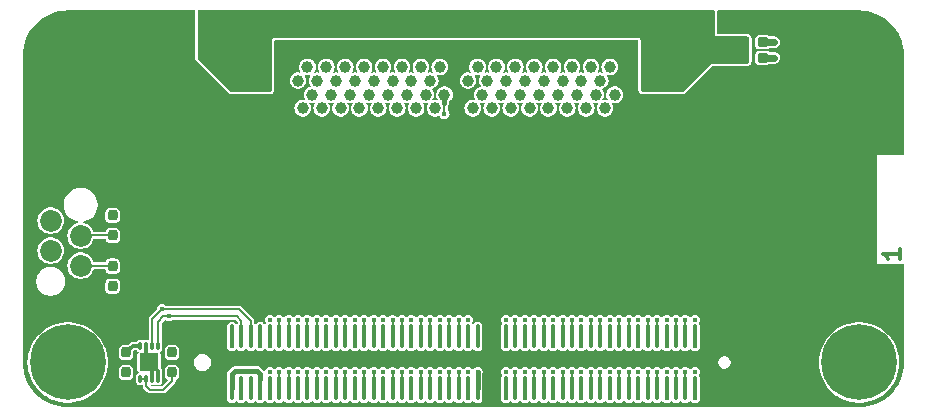
<source format=gtl>
G04 #@! TF.GenerationSoftware,KiCad,Pcbnew,8.0.6*
G04 #@! TF.CreationDate,2024-11-07T02:27:06-08:00*
G04 #@! TF.ProjectId,hvd-68-vhdci,6876642d-3638-42d7-9668-6463692e6b69,1*
G04 #@! TF.SameCoordinates,Original*
G04 #@! TF.FileFunction,Copper,L1,Top*
G04 #@! TF.FilePolarity,Positive*
%FSLAX46Y46*%
G04 Gerber Fmt 4.6, Leading zero omitted, Abs format (unit mm)*
G04 Created by KiCad (PCBNEW 8.0.6) date 2024-11-07 02:27:06*
%MOMM*%
%LPD*%
G01*
G04 APERTURE LIST*
G04 Aperture macros list*
%AMRoundRect*
0 Rectangle with rounded corners*
0 $1 Rounding radius*
0 $2 $3 $4 $5 $6 $7 $8 $9 X,Y pos of 4 corners*
0 Add a 4 corners polygon primitive as box body*
4,1,4,$2,$3,$4,$5,$6,$7,$8,$9,$2,$3,0*
0 Add four circle primitives for the rounded corners*
1,1,$1+$1,$2,$3*
1,1,$1+$1,$4,$5*
1,1,$1+$1,$6,$7*
1,1,$1+$1,$8,$9*
0 Add four rect primitives between the rounded corners*
20,1,$1+$1,$2,$3,$4,$5,0*
20,1,$1+$1,$4,$5,$6,$7,0*
20,1,$1+$1,$6,$7,$8,$9,0*
20,1,$1+$1,$8,$9,$2,$3,0*%
G04 Aperture macros list end*
%ADD10C,0.300000*%
G04 #@! TA.AperFunction,NonConductor*
%ADD11C,0.300000*%
G04 #@! TD*
G04 #@! TA.AperFunction,SMDPad,CuDef*
%ADD12RoundRect,0.100000X0.100000X0.900000X-0.100000X0.900000X-0.100000X-0.900000X0.100000X-0.900000X0*%
G04 #@! TD*
G04 #@! TA.AperFunction,SMDPad,CuDef*
%ADD13RoundRect,0.200000X0.200000X-0.250000X0.200000X0.250000X-0.200000X0.250000X-0.200000X-0.250000X0*%
G04 #@! TD*
G04 #@! TA.AperFunction,SMDPad,CuDef*
%ADD14RoundRect,0.200000X-0.200000X0.250000X-0.200000X-0.250000X0.200000X-0.250000X0.200000X0.250000X0*%
G04 #@! TD*
G04 #@! TA.AperFunction,ComponentPad*
%ADD15C,1.000000*%
G04 #@! TD*
G04 #@! TA.AperFunction,ComponentPad*
%ADD16O,1.400000X2.250000*%
G04 #@! TD*
G04 #@! TA.AperFunction,ComponentPad*
%ADD17O,1.100000X1.700000*%
G04 #@! TD*
G04 #@! TA.AperFunction,ComponentPad*
%ADD18C,6.400000*%
G04 #@! TD*
G04 #@! TA.AperFunction,SMDPad,CuDef*
%ADD19RoundRect,0.200000X0.250000X0.200000X-0.250000X0.200000X-0.250000X-0.200000X0.250000X-0.200000X0*%
G04 #@! TD*
G04 #@! TA.AperFunction,SMDPad,CuDef*
%ADD20RoundRect,0.046875X0.103125X-0.253125X0.103125X0.253125X-0.103125X0.253125X-0.103125X-0.253125X0*%
G04 #@! TD*
G04 #@! TA.AperFunction,SMDPad,CuDef*
%ADD21RoundRect,0.250000X0.550000X-0.550000X0.550000X0.550000X-0.550000X0.550000X-0.550000X-0.550000X0*%
G04 #@! TD*
G04 #@! TA.AperFunction,ComponentPad*
%ADD22C,1.850000*%
G04 #@! TD*
G04 #@! TA.AperFunction,SMDPad,CuDef*
%ADD23RoundRect,0.200000X-0.250000X-0.200000X0.250000X-0.200000X0.250000X0.200000X-0.250000X0.200000X0*%
G04 #@! TD*
G04 #@! TA.AperFunction,ViaPad*
%ADD24C,0.450000*%
G04 #@! TD*
G04 #@! TA.AperFunction,ViaPad*
%ADD25C,0.600000*%
G04 #@! TD*
G04 #@! TA.AperFunction,Conductor*
%ADD26C,0.400000*%
G04 #@! TD*
G04 #@! TA.AperFunction,Conductor*
%ADD27C,0.300000*%
G04 #@! TD*
G04 #@! TA.AperFunction,Conductor*
%ADD28C,0.600000*%
G04 #@! TD*
G04 #@! TA.AperFunction,Conductor*
%ADD29C,0.200000*%
G04 #@! TD*
G04 #@! TA.AperFunction,Conductor*
%ADD30C,0.127500*%
G04 #@! TD*
G04 APERTURE END LIST*
D10*
D11*
X-499172Y13628573D02*
X-499172Y12771430D01*
X-499172Y13200001D02*
X-1999172Y13200001D01*
X-1999172Y13200001D02*
X-1784886Y13057144D01*
X-1784886Y13057144D02*
X-1642029Y12914287D01*
X-1642029Y12914287D02*
X-1570600Y12771430D01*
D12*
G04 #@! TO.P,J1,1,Pin_1*
G04 #@! TO.N,GND*
X-57100000Y1800000D03*
G04 #@! TO.P,J1,2,Pin_2*
X-57100000Y6200000D03*
G04 #@! TO.P,J1,3,Pin_3*
G04 #@! TO.N,+3V3*
X-56300000Y1800001D03*
G04 #@! TO.P,J1,4,Pin_4*
G04 #@! TO.N,/PHY.ID_SDA*
X-56300000Y6199999D03*
G04 #@! TO.P,J1,5,Pin_5*
G04 #@! TO.N,unconnected-(J1-Pin_5-Pad5)*
X-55500000Y1800000D03*
G04 #@! TO.P,J1,6,Pin_6*
G04 #@! TO.N,/PHY.ID_SCL*
X-55500000Y6200000D03*
G04 #@! TO.P,J1,7,Pin_7*
G04 #@! TO.N,GND*
X-54700001Y1800000D03*
G04 #@! TO.P,J1,8,Pin_8*
X-54700001Y6200000D03*
G04 #@! TO.P,J1,9,Pin_9*
X-53900000Y1800000D03*
G04 #@! TO.P,J1,10,Pin_10*
X-53900000Y6200000D03*
G04 #@! TO.P,J1,11,Pin_11*
G04 #@! TO.N,/CON.DB12+*
X-53100000Y1800000D03*
G04 #@! TO.P,J1,12,Pin_12*
G04 #@! TO.N,/CON.DB12-*
X-53100000Y6200000D03*
G04 #@! TO.P,J1,13,Pin_13*
G04 #@! TO.N,/CON.DB13+*
X-52299999Y1800000D03*
G04 #@! TO.P,J1,14,Pin_14*
G04 #@! TO.N,/CON.DB13-*
X-52299999Y6200000D03*
G04 #@! TO.P,J1,15,Pin_15*
G04 #@! TO.N,GND*
X-51500000Y1800000D03*
G04 #@! TO.P,J1,16,Pin_16*
X-51500000Y6200000D03*
G04 #@! TO.P,J1,17,Pin_17*
G04 #@! TO.N,/CON.DB14+*
X-50700000Y1800001D03*
G04 #@! TO.P,J1,18,Pin_18*
G04 #@! TO.N,/CON.DB14-*
X-50700000Y6199999D03*
G04 #@! TO.P,J1,19,Pin_19*
G04 #@! TO.N,/CON.DB15+*
X-49900000Y1800000D03*
G04 #@! TO.P,J1,20,Pin_20*
G04 #@! TO.N,/CON.DB15-*
X-49900000Y6200000D03*
G04 #@! TO.P,J1,21,Pin_21*
G04 #@! TO.N,GND*
X-49100000Y1800000D03*
G04 #@! TO.P,J1,22,Pin_22*
X-49100000Y6200000D03*
G04 #@! TO.P,J1,23,Pin_23*
G04 #@! TO.N,/CON.DP1+*
X-48300000Y1800000D03*
G04 #@! TO.P,J1,24,Pin_24*
G04 #@! TO.N,/CON.DP1-*
X-48300000Y6200000D03*
G04 #@! TO.P,J1,25,Pin_25*
G04 #@! TO.N,/CON.DB0+*
X-47500000Y1800000D03*
G04 #@! TO.P,J1,26,Pin_26*
G04 #@! TO.N,/CON.DB0-*
X-47500000Y6200000D03*
G04 #@! TO.P,J1,27,Pin_27*
G04 #@! TO.N,GND*
X-46699999Y1800000D03*
G04 #@! TO.P,J1,28,Pin_28*
X-46699999Y6200000D03*
G04 #@! TO.P,J1,29,Pin_29*
G04 #@! TO.N,/CON.DB1+*
X-45900000Y1800000D03*
G04 #@! TO.P,J1,30,Pin_30*
G04 #@! TO.N,/CON.DB1-*
X-45900000Y6200000D03*
G04 #@! TO.P,J1,31,Pin_31*
G04 #@! TO.N,/CON.DB2+*
X-45100000Y1800001D03*
G04 #@! TO.P,J1,32,Pin_32*
G04 #@! TO.N,/CON.DB2-*
X-45100000Y6199999D03*
G04 #@! TO.P,J1,33,Pin_33*
G04 #@! TO.N,GND*
X-44300000Y1800000D03*
G04 #@! TO.P,J1,34,Pin_34*
X-44300000Y6200000D03*
G04 #@! TO.P,J1,35,Pin_35*
G04 #@! TO.N,/CON.DB3+*
X-43500000Y1800000D03*
G04 #@! TO.P,J1,36,Pin_36*
G04 #@! TO.N,/CON.DB3-*
X-43500000Y6200000D03*
G04 #@! TO.P,J1,37,Pin_37*
G04 #@! TO.N,/CON.DB4+*
X-42700000Y1800000D03*
G04 #@! TO.P,J1,38,Pin_38*
G04 #@! TO.N,/CON.DB4-*
X-42700000Y6200000D03*
G04 #@! TO.P,J1,39,Pin_39*
G04 #@! TO.N,GND*
X-41900000Y1800000D03*
G04 #@! TO.P,J1,40,Pin_40*
X-41900000Y6200000D03*
G04 #@! TO.P,J1,41,Pin_41*
G04 #@! TO.N,/CON.DB5+*
X-41099999Y1800000D03*
G04 #@! TO.P,J1,42,Pin_42*
G04 #@! TO.N,/CON.DB5-*
X-41099999Y6200000D03*
G04 #@! TO.P,J1,43,Pin_43*
G04 #@! TO.N,/CON.DB6+*
X-40300000Y1800000D03*
G04 #@! TO.P,J1,44,Pin_44*
G04 #@! TO.N,/CON.DB6-*
X-40300000Y6200000D03*
G04 #@! TO.P,J1,45,Pin_45*
G04 #@! TO.N,GND*
X-39500000Y1800001D03*
G04 #@! TO.P,J1,46,Pin_46*
X-39500000Y6199999D03*
G04 #@! TO.P,J1,47,Pin_47*
G04 #@! TO.N,/CON.DB7+*
X-38700000Y1800000D03*
G04 #@! TO.P,J1,48,Pin_48*
G04 #@! TO.N,/CON.DB7-*
X-38700000Y6200000D03*
G04 #@! TO.P,J1,49,Pin_49*
G04 #@! TO.N,/CON.DP0+*
X-37900000Y1800000D03*
G04 #@! TO.P,J1,50,Pin_50*
G04 #@! TO.N,/CON.DP0-*
X-37900000Y6200000D03*
G04 #@! TO.P,J1,51,Pin_51*
G04 #@! TO.N,GND*
X-37100000Y1800000D03*
G04 #@! TO.P,J1,52,Pin_52*
X-37100000Y6200000D03*
G04 #@! TO.P,J1,53,Pin_53*
G04 #@! TO.N,/CON.DIFFSENSE*
X-36300000Y1800000D03*
G04 #@! TO.P,J1,54,Pin_54*
G04 #@! TO.N,unconnected-(J1-Pin_54-Pad54)*
X-36300000Y6200000D03*
G04 #@! TO.P,J1,55,Pin_55*
G04 #@! TO.N,/CON.TERMPWR*
X-35500000Y1800001D03*
G04 #@! TO.P,J1,56,Pin_56*
X-35500000Y6199999D03*
G04 #@! TO.P,J1,57,Pin_57*
X-34700000Y1800000D03*
G04 #@! TO.P,J1,58,Pin_58*
X-34700000Y6200000D03*
G04 #@! TO.P,J1,59,Pin_59*
G04 #@! TO.N,GND*
X-33900001Y1800000D03*
G04 #@! TO.P,J1,60,Pin_60*
X-33900001Y6200000D03*
G04 #@! TO.P,J1,61,Pin_61*
G04 #@! TO.N,/CON.ATN+*
X-33100000Y1800000D03*
G04 #@! TO.P,J1,62,Pin_62*
G04 #@! TO.N,/CON.ATN-*
X-33100000Y6200000D03*
G04 #@! TO.P,J1,63,Pin_63*
G04 #@! TO.N,GND*
X-32300000Y1800000D03*
G04 #@! TO.P,J1,64,Pin_64*
X-32300000Y6200000D03*
G04 #@! TO.P,J1,65,Pin_65*
G04 #@! TO.N,/CON.BSY+*
X-31500000Y1800000D03*
G04 #@! TO.P,J1,66,Pin_66*
G04 #@! TO.N,/CON.BSY-*
X-31500000Y6200000D03*
G04 #@! TO.P,J1,67,Pin_67*
G04 #@! TO.N,/CON.ACK+*
X-30700000Y1800000D03*
G04 #@! TO.P,J1,68,Pin_68*
G04 #@! TO.N,/CON.ACK-*
X-30700000Y6200000D03*
G04 #@! TO.P,J1,69,Pin_69*
G04 #@! TO.N,GND*
X-29900000Y1800001D03*
G04 #@! TO.P,J1,70,Pin_70*
X-29900000Y6199999D03*
G04 #@! TO.P,J1,71,Pin_71*
G04 #@! TO.N,/CON.RST+*
X-29100000Y1800000D03*
G04 #@! TO.P,J1,72,Pin_72*
G04 #@! TO.N,/CON.RST-*
X-29100000Y6200000D03*
G04 #@! TO.P,J1,73,Pin_73*
G04 #@! TO.N,/CON.MSG+*
X-28300001Y1800000D03*
G04 #@! TO.P,J1,74,Pin_74*
G04 #@! TO.N,/CON.MSG-*
X-28300001Y6200000D03*
G04 #@! TO.P,J1,75,Pin_75*
G04 #@! TO.N,GND*
X-27500000Y1800000D03*
G04 #@! TO.P,J1,76,Pin_76*
X-27500000Y6200000D03*
G04 #@! TO.P,J1,77,Pin_77*
G04 #@! TO.N,/CON.SEL+*
X-26700000Y1800000D03*
G04 #@! TO.P,J1,78,Pin_78*
G04 #@! TO.N,/CON.SEL-*
X-26700000Y6200000D03*
G04 #@! TO.P,J1,79,Pin_79*
G04 #@! TO.N,/CON.C{slash}D+*
X-25900000Y1800000D03*
G04 #@! TO.P,J1,80,Pin_80*
G04 #@! TO.N,/CON.C{slash}D-*
X-25900000Y6200000D03*
G04 #@! TO.P,J1,81,Pin_81*
G04 #@! TO.N,GND*
X-25100000Y1800000D03*
G04 #@! TO.P,J1,82,Pin_82*
X-25100000Y6200000D03*
G04 #@! TO.P,J1,83,Pin_83*
G04 #@! TO.N,/CON.REQ+*
X-24300000Y1800001D03*
G04 #@! TO.P,J1,84,Pin_84*
G04 #@! TO.N,/CON.REQ-*
X-24300000Y6199999D03*
G04 #@! TO.P,J1,85,Pin_85*
G04 #@! TO.N,/CON.I{slash}O+*
X-23500000Y1800000D03*
G04 #@! TO.P,J1,86,Pin_86*
G04 #@! TO.N,/CON.I{slash}O-*
X-23500000Y6200000D03*
G04 #@! TO.P,J1,87,Pin_87*
G04 #@! TO.N,GND*
X-22700001Y1800000D03*
G04 #@! TO.P,J1,88,Pin_88*
X-22700001Y6200000D03*
G04 #@! TO.P,J1,89,Pin_89*
G04 #@! TO.N,/CON.DB8+*
X-21900000Y1800000D03*
G04 #@! TO.P,J1,90,Pin_90*
G04 #@! TO.N,/CON.DB8-*
X-21900000Y6200000D03*
G04 #@! TO.P,J1,91,Pin_91*
G04 #@! TO.N,/CON.DB9+*
X-21100000Y1800000D03*
G04 #@! TO.P,J1,92,Pin_92*
G04 #@! TO.N,/CON.DB9-*
X-21100000Y6200000D03*
G04 #@! TO.P,J1,93,Pin_93*
G04 #@! TO.N,GND*
X-20299999Y1800000D03*
G04 #@! TO.P,J1,94,Pin_94*
X-20299999Y6200000D03*
G04 #@! TO.P,J1,95,Pin_95*
G04 #@! TO.N,/CON.DB10+*
X-19500000Y1800000D03*
G04 #@! TO.P,J1,96,Pin_96*
G04 #@! TO.N,/CON.DB10-*
X-19500000Y6200000D03*
G04 #@! TO.P,J1,97,Pin_97*
G04 #@! TO.N,/CON.DB11+*
X-18700000Y1800001D03*
G04 #@! TO.P,J1,98,Pin_98*
G04 #@! TO.N,/CON.DB11-*
X-18700000Y6199999D03*
G04 #@! TO.P,J1,99,Pin_99*
G04 #@! TO.N,GND*
X-17900000Y1800000D03*
G04 #@! TO.P,J1,100,Pin_100*
X-17900000Y6200000D03*
G04 #@! TD*
D13*
G04 #@! TO.P,R3,1*
G04 #@! TO.N,+3V3*
X-67200000Y10450000D03*
G04 #@! TO.P,R3,2*
G04 #@! TO.N,/PHY.ID_SCL*
X-67200000Y12150000D03*
G04 #@! TD*
D14*
G04 #@! TO.P,R2,1*
G04 #@! TO.N,+3V3*
X-67200000Y16450000D03*
G04 #@! TO.P,R2,2*
G04 #@! TO.N,/PHY.ID_SDA*
X-67200000Y14750000D03*
G04 #@! TD*
D13*
G04 #@! TO.P,C1,1*
G04 #@! TO.N,GND*
X-66050000Y3150000D03*
G04 #@! TO.P,C1,2*
G04 #@! TO.N,+3V3*
X-66050000Y4850000D03*
G04 #@! TD*
D15*
G04 #@! TO.P,J4,1,Pin_1*
G04 #@! TO.N,/CON.DB12+*
X-51100000Y25515000D03*
G04 #@! TO.P,J4,2,Pin_2*
G04 #@! TO.N,/CON.DB13+*
X-50300000Y26665000D03*
G04 #@! TO.P,J4,3,Pin_3*
G04 #@! TO.N,/CON.DB14+*
X-49500000Y25515000D03*
G04 #@! TO.P,J4,4,Pin_4*
G04 #@! TO.N,/CON.DB15+*
X-48700000Y26665000D03*
G04 #@! TO.P,J4,5,Pin_5*
G04 #@! TO.N,/CON.DP1+*
X-47900000Y25515000D03*
G04 #@! TO.P,J4,6,Pin_6*
G04 #@! TO.N,GND*
X-47100000Y26665000D03*
G04 #@! TO.P,J4,7,Pin_7*
G04 #@! TO.N,/CON.DB0+*
X-46300000Y25515000D03*
G04 #@! TO.P,J4,8,Pin_8*
G04 #@! TO.N,/CON.DB1+*
X-45500000Y26665000D03*
G04 #@! TO.P,J4,9,Pin_9*
G04 #@! TO.N,/CON.DB2+*
X-44700000Y25515000D03*
G04 #@! TO.P,J4,10,Pin_10*
G04 #@! TO.N,/CON.DB3+*
X-43900000Y26665000D03*
G04 #@! TO.P,J4,11,Pin_11*
G04 #@! TO.N,/CON.DB4+*
X-43100000Y25515000D03*
G04 #@! TO.P,J4,12,Pin_12*
G04 #@! TO.N,/CON.DB5+*
X-42300000Y26665000D03*
G04 #@! TO.P,J4,13,Pin_13*
G04 #@! TO.N,/CON.DB6+*
X-41500000Y25515000D03*
G04 #@! TO.P,J4,14,Pin_14*
G04 #@! TO.N,/CON.DB7+*
X-40700000Y26665000D03*
G04 #@! TO.P,J4,15,Pin_15*
G04 #@! TO.N,/CON.DP0+*
X-39900000Y25515000D03*
G04 #@! TO.P,J4,16,Pin_16*
G04 #@! TO.N,/CON.DIFFSENSE*
X-39100000Y26665000D03*
G04 #@! TO.P,J4,17,Pin_17*
G04 #@! TO.N,/CON.TERMPWR*
X-38300000Y25515000D03*
G04 #@! TO.P,J4,18,Pin_18*
X-37500000Y26665000D03*
G04 #@! TO.P,J4,19,Pin_19*
G04 #@! TO.N,GND*
X-36700000Y25515000D03*
G04 #@! TO.P,J4,20,Pin_20*
G04 #@! TO.N,/CON.ATN+*
X-35900000Y26665000D03*
G04 #@! TO.P,J4,21,Pin_21*
G04 #@! TO.N,GND*
X-35100000Y25515000D03*
G04 #@! TO.P,J4,22,Pin_22*
G04 #@! TO.N,/CON.BSY+*
X-34300000Y26665000D03*
G04 #@! TO.P,J4,23,Pin_23*
G04 #@! TO.N,/CON.ACK+*
X-33500000Y25515000D03*
G04 #@! TO.P,J4,24,Pin_24*
G04 #@! TO.N,/CON.RST+*
X-32700000Y26665000D03*
G04 #@! TO.P,J4,25,Pin_25*
G04 #@! TO.N,/CON.MSG+*
X-31900000Y25515000D03*
G04 #@! TO.P,J4,26,Pin_26*
G04 #@! TO.N,/CON.SEL+*
X-31100000Y26665000D03*
G04 #@! TO.P,J4,27,Pin_27*
G04 #@! TO.N,/CON.C{slash}D+*
X-30300000Y25515000D03*
G04 #@! TO.P,J4,28,Pin_28*
G04 #@! TO.N,/CON.REQ+*
X-29500000Y26665000D03*
G04 #@! TO.P,J4,29,Pin_29*
G04 #@! TO.N,/CON.I{slash}O+*
X-28700000Y25515000D03*
G04 #@! TO.P,J4,30,Pin_30*
G04 #@! TO.N,GND*
X-27900000Y26665000D03*
G04 #@! TO.P,J4,31,Pin_31*
G04 #@! TO.N,/CON.DB8+*
X-27100000Y25515000D03*
G04 #@! TO.P,J4,32,Pin_32*
G04 #@! TO.N,/CON.DB9+*
X-26300000Y26665000D03*
G04 #@! TO.P,J4,33,Pin_33*
G04 #@! TO.N,/CON.DB10+*
X-25500000Y25515000D03*
G04 #@! TO.P,J4,34,Pin_34*
G04 #@! TO.N,/CON.DB11+*
X-24700000Y26665000D03*
G04 #@! TO.P,J4,35,Pin_35*
G04 #@! TO.N,/CON.DB12-*
X-51500000Y27865000D03*
G04 #@! TO.P,J4,36,Pin_36*
G04 #@! TO.N,/CON.DB13-*
X-50700000Y29015000D03*
G04 #@! TO.P,J4,37,Pin_37*
G04 #@! TO.N,/CON.DB14-*
X-49900000Y27865000D03*
G04 #@! TO.P,J4,38,Pin_38*
G04 #@! TO.N,/CON.DB15-*
X-49100000Y29015000D03*
G04 #@! TO.P,J4,39,Pin_39*
G04 #@! TO.N,/CON.DP1-*
X-48300000Y27865000D03*
G04 #@! TO.P,J4,40,Pin_40*
G04 #@! TO.N,GND*
X-47500000Y29015000D03*
G04 #@! TO.P,J4,41,Pin_41*
G04 #@! TO.N,/CON.DB0-*
X-46700000Y27865000D03*
G04 #@! TO.P,J4,42,Pin_42*
G04 #@! TO.N,/CON.DB1-*
X-45900000Y29015000D03*
G04 #@! TO.P,J4,43,Pin_43*
G04 #@! TO.N,/CON.DB2-*
X-45100000Y27865000D03*
G04 #@! TO.P,J4,44,Pin_44*
G04 #@! TO.N,/CON.DB3-*
X-44300000Y29015000D03*
G04 #@! TO.P,J4,45,Pin_45*
G04 #@! TO.N,/CON.DB4-*
X-43500000Y27865000D03*
G04 #@! TO.P,J4,46,Pin_46*
G04 #@! TO.N,/CON.DB5-*
X-42700000Y29015000D03*
G04 #@! TO.P,J4,47,Pin_47*
G04 #@! TO.N,/CON.DB6-*
X-41900000Y27865000D03*
G04 #@! TO.P,J4,48,Pin_48*
G04 #@! TO.N,/CON.DB7-*
X-41100000Y29015000D03*
G04 #@! TO.P,J4,49,Pin_49*
G04 #@! TO.N,/CON.DP0-*
X-40300000Y27865000D03*
G04 #@! TO.P,J4,50,Pin_50*
G04 #@! TO.N,GND*
X-39500000Y29015000D03*
G04 #@! TO.P,J4,51,Pin_51*
G04 #@! TO.N,/CON.TERMPWR*
X-38700000Y27865000D03*
G04 #@! TO.P,J4,52,Pin_52*
X-37900000Y29015000D03*
G04 #@! TO.P,J4,53,Pin_53*
G04 #@! TO.N,GND*
X-37100000Y27865000D03*
G04 #@! TO.P,J4,54,Pin_54*
G04 #@! TO.N,/CON.ATN-*
X-36300000Y29015000D03*
G04 #@! TO.P,J4,55,Pin_55*
G04 #@! TO.N,GND*
X-35500000Y27865000D03*
G04 #@! TO.P,J4,56,Pin_56*
G04 #@! TO.N,/CON.BSY-*
X-34700000Y29015000D03*
G04 #@! TO.P,J4,57,Pin_57*
G04 #@! TO.N,/CON.ACK-*
X-33900000Y27865000D03*
G04 #@! TO.P,J4,58,Pin_58*
G04 #@! TO.N,/CON.RST-*
X-33100000Y29015000D03*
G04 #@! TO.P,J4,59,Pin_59*
G04 #@! TO.N,/CON.MSG-*
X-32300000Y27865000D03*
G04 #@! TO.P,J4,60,Pin_60*
G04 #@! TO.N,/CON.SEL-*
X-31500000Y29015000D03*
G04 #@! TO.P,J4,61,Pin_61*
G04 #@! TO.N,/CON.C{slash}D-*
X-30700000Y27865000D03*
G04 #@! TO.P,J4,62,Pin_62*
G04 #@! TO.N,/CON.REQ-*
X-29900000Y29015000D03*
G04 #@! TO.P,J4,63,Pin_63*
G04 #@! TO.N,/CON.I{slash}O-*
X-29100000Y27865000D03*
G04 #@! TO.P,J4,64,Pin_64*
G04 #@! TO.N,GND*
X-28300000Y29015000D03*
G04 #@! TO.P,J4,65,Pin_65*
G04 #@! TO.N,/CON.DB8-*
X-27500000Y27865000D03*
G04 #@! TO.P,J4,66,Pin_66*
G04 #@! TO.N,/CON.DB9-*
X-26700000Y29015000D03*
G04 #@! TO.P,J4,67,Pin_67*
G04 #@! TO.N,/CON.DB10-*
X-25900000Y27865000D03*
G04 #@! TO.P,J4,68,Pin_68*
G04 #@! TO.N,/CON.DB11-*
X-25100000Y29015000D03*
D16*
G04 #@! TO.P,J4,SHIELD,SHIELD*
G04 #@! TO.N,/SHIELD*
X-16950000Y30395000D03*
D17*
X-21925000Y27765000D03*
X-54275000Y27765000D03*
D16*
X-59250000Y30395000D03*
G04 #@! TD*
D18*
G04 #@! TO.P,H4,1,1*
G04 #@! TO.N,GND*
X-4000000Y4000000D03*
G04 #@! TD*
D19*
G04 #@! TO.P,R4,1*
G04 #@! TO.N,GND*
X-12150000Y29800000D03*
G04 #@! TO.P,R4,2*
G04 #@! TO.N,/SHIELD*
X-13850000Y29800000D03*
G04 #@! TD*
D13*
G04 #@! TO.P,R1,1*
G04 #@! TO.N,Net-(U1-E0)*
X-62150000Y3150000D03*
G04 #@! TO.P,R1,2*
G04 #@! TO.N,+3V3*
X-62150000Y4850000D03*
G04 #@! TD*
D20*
G04 #@! TO.P,U1,1,E0*
G04 #@! TO.N,Net-(U1-E0)*
X-64850001Y2600000D03*
G04 #@! TO.P,U1,2,E1*
X-64350000Y2600000D03*
G04 #@! TO.P,U1,3,E2*
G04 #@! TO.N,GND*
X-63850000Y2600000D03*
G04 #@! TO.P,U1,4,VSS*
X-63349999Y2600000D03*
G04 #@! TO.P,U1,5,SDA*
G04 #@! TO.N,/PHY.ID_SDA*
X-63349999Y5400000D03*
G04 #@! TO.P,U1,6,SCL*
G04 #@! TO.N,/PHY.ID_SCL*
X-63850000Y5400000D03*
G04 #@! TO.P,U1,7,~{WC}*
G04 #@! TO.N,GND*
X-64350000Y5400000D03*
G04 #@! TO.P,U1,8,VCC*
G04 #@! TO.N,+3V3*
X-64850001Y5400000D03*
D21*
G04 #@! TO.P,U1,EP,VSS*
G04 #@! TO.N,GND*
X-64100000Y4000000D03*
G04 #@! TD*
D22*
G04 #@! TO.P,J3,1,Pin_1*
G04 #@! TO.N,+3V3*
X-72440000Y16010000D03*
G04 #@! TO.P,J3,2,Pin_2*
G04 #@! TO.N,/PHY.ID_SDA*
X-69900000Y14740000D03*
G04 #@! TO.P,J3,3,Pin_3*
G04 #@! TO.N,GND*
X-72440000Y13470000D03*
G04 #@! TO.P,J3,4,Pin_4*
G04 #@! TO.N,/PHY.ID_SCL*
X-69900000Y12200000D03*
G04 #@! TD*
D18*
G04 #@! TO.P,H3,1,1*
G04 #@! TO.N,GND*
X-71000000Y4000000D03*
G04 #@! TD*
D23*
G04 #@! TO.P,C2,1*
G04 #@! TO.N,/SHIELD*
X-13850000Y31100000D03*
G04 #@! TO.P,C2,2*
G04 #@! TO.N,GND*
X-12150000Y31100000D03*
G04 #@! TD*
D24*
G04 #@! TO.N,GND*
X-46700000Y7600000D03*
X-20300000Y5400000D03*
X-22700000Y1800000D03*
X-49100000Y1800000D03*
X-53900000Y1000000D03*
X-29900000Y2600000D03*
X-49100000Y7600000D03*
X-39500000Y6200000D03*
X-39500000Y1800000D03*
X-44300000Y7000000D03*
X-49100000Y6200000D03*
X-37100000Y3200000D03*
X-41900000Y3200000D03*
X-64650000Y4000000D03*
X-46700000Y6200000D03*
X-51500000Y2600000D03*
X-27500000Y2600000D03*
X-39500000Y7000000D03*
X-32300000Y1800000D03*
X-53900000Y5400000D03*
X-20300000Y1800000D03*
X-53900000Y2600000D03*
X-37100000Y5400000D03*
X-63600000Y4000000D03*
X-25100000Y7000000D03*
X-39500000Y5400000D03*
X-27500000Y7600000D03*
X-17900000Y3200000D03*
X-33900000Y1000000D03*
X-41900000Y1000000D03*
X-64100000Y4500000D03*
X-33900000Y2600000D03*
X-49100000Y2600000D03*
X-33900000Y6200000D03*
X-51500000Y5400000D03*
X-44300000Y6200000D03*
X-27500000Y6200000D03*
X-39500000Y1000000D03*
X-25100000Y1800000D03*
X-53900000Y3200000D03*
X-41900000Y7000000D03*
X-53900000Y7000000D03*
X-41900000Y6200000D03*
X-27500000Y5400000D03*
X-54700000Y6200000D03*
X-29900000Y1000000D03*
X-20300000Y1000000D03*
X-53900000Y1800000D03*
X-51500000Y6200000D03*
X-20300000Y2600000D03*
X-22700000Y1000000D03*
X-39500000Y7600000D03*
D25*
X-11200000Y31100000D03*
D24*
X-44300000Y5400000D03*
X-33900000Y1800000D03*
X-32300000Y5400000D03*
X-20300000Y6200000D03*
X-46700000Y3200000D03*
X-37100000Y6200000D03*
X-25100000Y2600000D03*
X-20300000Y3200000D03*
X-37100000Y7000000D03*
X-22700000Y7600000D03*
X-39500000Y2600000D03*
X-25100000Y6200000D03*
X-33900000Y7000000D03*
X-27500000Y3200000D03*
X-51500000Y7000000D03*
X-54700000Y7000000D03*
X-29900000Y7000000D03*
X-39500000Y3200000D03*
X-44300000Y1800000D03*
X-20300000Y7600000D03*
X-22700000Y2600000D03*
X-17900000Y5400000D03*
X-25100000Y3200000D03*
X-17900000Y7600000D03*
X-41900000Y2600000D03*
X-17900000Y7000000D03*
X-44300000Y1000000D03*
X-32300000Y7000000D03*
X-51500000Y3200000D03*
X-51500000Y1800000D03*
X-54700000Y5400000D03*
X-32300000Y3200000D03*
X-22700000Y6200000D03*
X-57100000Y5400000D03*
X-37100000Y1800000D03*
X-46700000Y1000000D03*
X-25100000Y1000000D03*
X-32300000Y2600000D03*
X-44300000Y2600000D03*
X-44300000Y3200000D03*
X-46700000Y5400000D03*
X-54700000Y1800000D03*
X-22700000Y7000000D03*
X-46700000Y2600000D03*
X-37100000Y1000000D03*
X-29900000Y3200000D03*
X-37100000Y2600000D03*
X-51500000Y1000000D03*
X-17900000Y1000000D03*
X-20300000Y7000000D03*
X-57100000Y6200000D03*
X-32300000Y1000000D03*
X-33900000Y5400000D03*
X-46700000Y1800000D03*
X-29900000Y5400000D03*
X-27500000Y1800000D03*
X-41900000Y1800000D03*
X-53900000Y6200000D03*
X-41900000Y5400000D03*
X-29900000Y6200000D03*
X-49100000Y5400000D03*
X-51500000Y7600000D03*
X-29900000Y7600000D03*
X-54700000Y2600000D03*
X-22700000Y3200000D03*
X-49100000Y7000000D03*
X-49100000Y1000000D03*
X-33900000Y7600000D03*
X-49100000Y3200000D03*
X-37100000Y7600000D03*
X-41900000Y7600000D03*
X-46700000Y7000000D03*
X-29900000Y1800000D03*
D25*
X-11200000Y29800000D03*
D24*
X-32300000Y7600000D03*
X-25100000Y5400000D03*
X-64100000Y3500000D03*
X-32300000Y6200000D03*
X-17900000Y6200000D03*
X-27500000Y1000000D03*
X-57100000Y7000000D03*
X-22700000Y5400000D03*
X-17900000Y2600000D03*
X-54700000Y1000000D03*
X-53900000Y7600000D03*
X-25100000Y7600000D03*
X-17900000Y1800000D03*
X-33900000Y3200000D03*
X-27500000Y7000000D03*
X-66050000Y3150000D03*
X-44300000Y7600000D03*
G04 #@! TO.N,/PHY.ID_SCL*
X-67200000Y12150000D03*
X-63000000Y8500000D03*
G04 #@! TO.N,+3V3*
X-56300000Y1800000D03*
X-67200000Y16500000D03*
X-67200000Y10500000D03*
X-66050000Y4850000D03*
X-56300000Y1000000D03*
X-56300000Y2600000D03*
X-62150000Y4850000D03*
G04 #@! TO.N,/PHY.ID_SDA*
X-67200000Y14750000D03*
X-62400000Y7900000D03*
G04 #@! TO.N,/CON.C{slash}D+*
X-25900000Y3200000D03*
G04 #@! TO.N,/CON.DB10-*
X-19500000Y7600000D03*
G04 #@! TO.N,/CON.DB4-*
X-42700000Y7600000D03*
G04 #@! TO.N,/CON.ACK+*
X-30700000Y3200000D03*
G04 #@! TO.N,/CON.DP1+*
X-48300000Y3200000D03*
G04 #@! TO.N,/CON.BSY-*
X-31500000Y7600000D03*
G04 #@! TO.N,/CON.RST-*
X-29100000Y7600000D03*
G04 #@! TO.N,/CON.DB2-*
X-45100000Y7600000D03*
G04 #@! TO.N,/CON.BSY+*
X-31500000Y3200000D03*
G04 #@! TO.N,/CON.DB5+*
X-41100000Y3200000D03*
G04 #@! TO.N,/CON.ATN-*
X-33100000Y7600000D03*
G04 #@! TO.N,/CON.DP0+*
X-37900000Y3200000D03*
G04 #@! TO.N,/CON.SEL+*
X-26700000Y3200000D03*
G04 #@! TO.N,/CON.ATN+*
X-33100000Y3200000D03*
G04 #@! TO.N,/CON.DB9-*
X-21100000Y7600000D03*
G04 #@! TO.N,/CON.SEL-*
X-26700000Y7600000D03*
G04 #@! TO.N,/CON.DB9+*
X-21100000Y3200000D03*
G04 #@! TO.N,/CON.DB0-*
X-47500000Y7600000D03*
G04 #@! TO.N,/CON.DB11+*
X-18700000Y3200000D03*
G04 #@! TO.N,/CON.DB7+*
X-38700000Y3200000D03*
G04 #@! TO.N,/CON.DP1-*
X-48300000Y7600000D03*
G04 #@! TO.N,/CON.DB5-*
X-41100000Y7600000D03*
G04 #@! TO.N,/CON.REQ-*
X-24300000Y7600000D03*
G04 #@! TO.N,/CON.DB1-*
X-45900000Y7600000D03*
G04 #@! TO.N,/CON.DB13+*
X-52300000Y3200000D03*
G04 #@! TO.N,/CON.REQ+*
X-24300000Y3200000D03*
G04 #@! TO.N,/CON.DB3-*
X-43500000Y7600000D03*
G04 #@! TO.N,/CON.DB8+*
X-21900000Y3200000D03*
G04 #@! TO.N,/CON.DB13-*
X-52300000Y7600000D03*
G04 #@! TO.N,/CON.DB15-*
X-49900000Y7600000D03*
G04 #@! TO.N,/CON.MSG+*
X-28300000Y3200000D03*
G04 #@! TO.N,/CON.DB11-*
X-18700000Y7600000D03*
G04 #@! TO.N,/CON.DB3+*
X-43500000Y3200000D03*
G04 #@! TO.N,/CON.ACK-*
X-30700000Y7600000D03*
G04 #@! TO.N,/CON.DIFFSENSE*
X-36300000Y3200000D03*
X-39100000Y25000000D03*
G04 #@! TO.N,/CON.I{slash}O+*
X-23500000Y3200000D03*
G04 #@! TO.N,/CON.I{slash}O-*
X-23500000Y7600000D03*
G04 #@! TO.N,/CON.DB4+*
X-42700000Y3200000D03*
G04 #@! TO.N,/CON.DB15+*
X-49900000Y3200000D03*
G04 #@! TO.N,/CON.DB6-*
X-40300000Y7600000D03*
G04 #@! TO.N,/CON.RST+*
X-29100000Y3200000D03*
G04 #@! TO.N,/CON.DB8-*
X-21900000Y7600000D03*
G04 #@! TO.N,/CON.DB10+*
X-19500000Y3200000D03*
G04 #@! TO.N,/CON.MSG-*
X-28300000Y7600000D03*
G04 #@! TO.N,/CON.DB6+*
X-40300000Y3200000D03*
G04 #@! TO.N,/CON.C{slash}D-*
X-25900000Y7600000D03*
G04 #@! TO.N,/CON.DB7-*
X-38700000Y7600000D03*
G04 #@! TO.N,/CON.DB1+*
X-45900000Y3200000D03*
G04 #@! TO.N,/CON.DP0-*
X-37900000Y7600000D03*
G04 #@! TO.N,/CON.DB2+*
X-45100000Y3200000D03*
G04 #@! TO.N,/CON.DB0+*
X-47500000Y3200000D03*
G04 #@! TO.N,/CON.DB12-*
X-53100000Y7600000D03*
G04 #@! TO.N,/CON.DB14+*
X-50700000Y3200000D03*
G04 #@! TO.N,/CON.DB14-*
X-50700000Y7600000D03*
G04 #@! TO.N,/CON.DB12+*
X-53100000Y3200000D03*
G04 #@! TD*
D26*
G04 #@! TO.N,GND*
X-57100000Y3000000D02*
X-57100000Y1800000D01*
D27*
X-63349999Y3249999D02*
X-64100000Y4000000D01*
D28*
X-12150000Y31100000D02*
X-11200000Y31100000D01*
D26*
X-54700000Y2600000D02*
X-54700000Y3000000D01*
D27*
X-64350000Y4750000D02*
X-64100000Y4500000D01*
X-63349999Y2600000D02*
X-63349999Y3249999D01*
D26*
X-54700000Y3000000D02*
X-55000000Y3300000D01*
D27*
X-63850000Y3250000D02*
X-64100000Y3500000D01*
X-64350000Y5400000D02*
X-64350000Y4750000D01*
D26*
X-56800000Y3300000D02*
X-57100000Y3000000D01*
X-55000000Y3300000D02*
X-56800000Y3300000D01*
D27*
X-63850000Y2600000D02*
X-63850000Y3250000D01*
D28*
X-12150000Y29800000D02*
X-11200000Y29800000D01*
D29*
G04 #@! TO.N,/PHY.ID_SCL*
X-67600000Y12200000D02*
X-69900000Y12200000D01*
X-63850000Y5400000D02*
X-63850000Y7650000D01*
X-56500000Y8500000D02*
X-55500000Y7500000D01*
X-67200000Y12150000D02*
X-67550000Y12150000D01*
X-63000000Y8500000D02*
X-56500000Y8500000D01*
X-67550000Y12150000D02*
X-67600000Y12200000D01*
X-63850000Y7650000D02*
X-63000000Y8500000D01*
X-55500000Y7500000D02*
X-55500000Y6200000D01*
D27*
G04 #@! TO.N,+3V3*
X-64850001Y5400000D02*
X-65500000Y5400000D01*
X-65500000Y5400000D02*
X-66050000Y4850000D01*
D29*
G04 #@! TO.N,/PHY.ID_SDA*
X-62900000Y7900000D02*
X-63349999Y7450001D01*
X-56300000Y7500000D02*
X-56700000Y7900000D01*
X-63349999Y7450001D02*
X-63349999Y5400000D01*
X-67200000Y14750000D02*
X-69890000Y14750000D01*
X-62600000Y7900000D02*
X-62900000Y7900000D01*
X-69890000Y14750000D02*
X-69900000Y14740000D01*
X-56300000Y6199999D02*
X-56300000Y7500000D01*
X-56700000Y7900000D02*
X-62600000Y7900000D01*
D30*
G04 #@! TO.N,/CON.C{slash}D+*
X-25900000Y1800000D02*
X-25900000Y3200000D01*
G04 #@! TO.N,/CON.DB10-*
X-19500000Y6200000D02*
X-19500000Y7600000D01*
G04 #@! TO.N,/CON.DB4-*
X-42700000Y6200000D02*
X-42700000Y7600000D01*
G04 #@! TO.N,/CON.ACK+*
X-30700000Y1800000D02*
X-30700000Y3200000D01*
G04 #@! TO.N,/CON.DP1+*
X-48300000Y1800000D02*
X-48300000Y3200000D01*
G04 #@! TO.N,/CON.BSY-*
X-31500000Y6200000D02*
X-31500000Y7600000D01*
G04 #@! TO.N,/CON.RST-*
X-29100000Y6200000D02*
X-29100000Y7600000D01*
G04 #@! TO.N,/CON.DB2-*
X-45100000Y6199999D02*
X-45100000Y7600000D01*
G04 #@! TO.N,/CON.BSY+*
X-31500000Y1800000D02*
X-31500000Y3200000D01*
G04 #@! TO.N,/CON.DB5+*
X-41099999Y3199999D02*
X-41100000Y3200000D01*
X-41099999Y1800000D02*
X-41099999Y3199999D01*
G04 #@! TO.N,/CON.ATN-*
X-33100000Y6200000D02*
X-33100000Y7600000D01*
G04 #@! TO.N,/CON.DP0+*
X-37900000Y1800000D02*
X-37900000Y3200000D01*
G04 #@! TO.N,/CON.SEL+*
X-26700000Y1800000D02*
X-26700000Y3200000D01*
G04 #@! TO.N,/CON.ATN+*
X-33100000Y1800000D02*
X-33100000Y3200000D01*
G04 #@! TO.N,/CON.DB9-*
X-21100000Y6200000D02*
X-21100000Y7600000D01*
G04 #@! TO.N,/CON.SEL-*
X-26700000Y6200000D02*
X-26700000Y7600000D01*
G04 #@! TO.N,/CON.DB9+*
X-21100000Y1800000D02*
X-21100000Y3200000D01*
G04 #@! TO.N,/CON.DB0-*
X-47500000Y6200000D02*
X-47500000Y7600000D01*
G04 #@! TO.N,/CON.DB11+*
X-18700000Y1800001D02*
X-18700000Y3200000D01*
G04 #@! TO.N,/CON.DB7+*
X-38700000Y1800000D02*
X-38700000Y3200000D01*
G04 #@! TO.N,/CON.DP1-*
X-48300000Y6200000D02*
X-48300000Y7600000D01*
G04 #@! TO.N,/CON.DB5-*
X-41099999Y7599999D02*
X-41100000Y7600000D01*
X-41099999Y6200000D02*
X-41099999Y7599999D01*
G04 #@! TO.N,/CON.REQ-*
X-24300000Y6199999D02*
X-24300000Y7600000D01*
G04 #@! TO.N,/CON.DB1-*
X-45900000Y6200000D02*
X-45900000Y7600000D01*
G04 #@! TO.N,/CON.DB13+*
X-52299999Y3199999D02*
X-52300000Y3200000D01*
X-52299999Y1800000D02*
X-52299999Y3199999D01*
G04 #@! TO.N,/CON.REQ+*
X-24300000Y1800001D02*
X-24300000Y3200000D01*
G04 #@! TO.N,/CON.DB3-*
X-43500000Y6200000D02*
X-43500000Y7600000D01*
G04 #@! TO.N,/CON.DB8+*
X-21900000Y1800000D02*
X-21900000Y3200000D01*
G04 #@! TO.N,/CON.DB13-*
X-52299999Y6200000D02*
X-52299999Y7599999D01*
X-52299999Y7599999D02*
X-52300000Y7600000D01*
G04 #@! TO.N,/CON.DB15-*
X-49900000Y6200000D02*
X-49900000Y7600000D01*
G04 #@! TO.N,/CON.MSG+*
X-28300001Y3199999D02*
X-28300000Y3200000D01*
X-28300001Y1800000D02*
X-28300001Y3199999D01*
G04 #@! TO.N,/CON.DB11-*
X-18700000Y6199999D02*
X-18700000Y7600000D01*
G04 #@! TO.N,/CON.DB3+*
X-43500000Y1800000D02*
X-43500000Y3200000D01*
G04 #@! TO.N,/CON.ACK-*
X-30700000Y6200000D02*
X-30700000Y7600000D01*
D29*
G04 #@! TO.N,/CON.DIFFSENSE*
X-39100000Y26000000D02*
X-39100000Y25000000D01*
D26*
X-36300000Y1800000D02*
X-36300000Y3200000D01*
X-39100000Y26665000D02*
X-39100000Y26000000D01*
D30*
G04 #@! TO.N,/CON.I{slash}O+*
X-23500000Y1800000D02*
X-23500000Y3200000D01*
G04 #@! TO.N,/CON.I{slash}O-*
X-23500000Y6200000D02*
X-23500000Y7600000D01*
G04 #@! TO.N,/CON.DB4+*
X-42700000Y1800000D02*
X-42700000Y3200000D01*
G04 #@! TO.N,/CON.DB15+*
X-49900000Y1800000D02*
X-49900000Y3200000D01*
G04 #@! TO.N,/CON.DB6-*
X-40300000Y6200000D02*
X-40300000Y7600000D01*
G04 #@! TO.N,/CON.RST+*
X-29100000Y1800000D02*
X-29100000Y3200000D01*
G04 #@! TO.N,/CON.DB8-*
X-21900000Y6200000D02*
X-21900000Y7600000D01*
G04 #@! TO.N,/CON.DB10+*
X-19500000Y1800000D02*
X-19500000Y3200000D01*
G04 #@! TO.N,/CON.MSG-*
X-28300001Y7599999D02*
X-28300000Y7600000D01*
X-28300001Y6200000D02*
X-28300001Y7599999D01*
G04 #@! TO.N,/CON.DB6+*
X-40300000Y1800000D02*
X-40300000Y3200000D01*
G04 #@! TO.N,/CON.C{slash}D-*
X-25900000Y6200000D02*
X-25900000Y7600000D01*
G04 #@! TO.N,/CON.DB7-*
X-38700000Y6200000D02*
X-38700000Y7600000D01*
G04 #@! TO.N,/CON.DB1+*
X-45900000Y1800000D02*
X-45900000Y3200000D01*
G04 #@! TO.N,/CON.DP0-*
X-37900000Y6200000D02*
X-37900000Y7600000D01*
G04 #@! TO.N,/CON.DB2+*
X-45100000Y1800001D02*
X-45100000Y3200000D01*
G04 #@! TO.N,/CON.DB0+*
X-47500000Y1800000D02*
X-47500000Y3200000D01*
D29*
G04 #@! TO.N,Net-(U1-E0)*
X-62900000Y1700000D02*
X-62150000Y2450000D01*
X-64850001Y2600000D02*
X-64350000Y2600000D01*
X-64350000Y2600000D02*
X-64350000Y2000000D01*
X-64050000Y1700000D02*
X-62900000Y1700000D01*
X-64350000Y2000000D02*
X-64050000Y1700000D01*
X-62150000Y2450000D02*
X-62150000Y3150000D01*
D30*
G04 #@! TO.N,/CON.DB12-*
X-53100000Y6200000D02*
X-53100000Y7600000D01*
G04 #@! TO.N,/CON.DB14+*
X-50700000Y1800001D02*
X-50700000Y3200000D01*
G04 #@! TO.N,/CON.DB14-*
X-50700000Y6199999D02*
X-50700000Y7600000D01*
G04 #@! TO.N,/CON.DB12+*
X-53100000Y1800000D02*
X-53100000Y3200000D01*
G04 #@! TD*
G04 #@! TA.AperFunction,Conductor*
G04 #@! TO.N,/CON.TERMPWR*
G36*
X-60219852Y33785148D02*
G01*
X-60205500Y33750500D01*
X-60205500Y29787643D01*
X-60204515Y29767570D01*
X-60204511Y29767523D01*
X-60203573Y29757998D01*
X-60203571Y29757975D01*
X-60200616Y29738047D01*
X-60188231Y29675778D01*
X-60187931Y29674790D01*
X-60176531Y29637213D01*
X-60176529Y29637208D01*
X-60176528Y29637205D01*
X-60169214Y29619550D01*
X-60162406Y29606814D01*
X-60150230Y29584035D01*
X-60139838Y29568482D01*
X-60114971Y29531265D01*
X-60102945Y29515051D01*
X-60096855Y29507632D01*
X-60083314Y29492693D01*
X-57407309Y26816688D01*
X-57407303Y26816683D01*
X-57392367Y26803144D01*
X-57384942Y26797050D01*
X-57368737Y26785031D01*
X-57333796Y26761684D01*
X-57315971Y26749774D01*
X-57315969Y26749773D01*
X-57315966Y26749771D01*
X-57280436Y26730781D01*
X-57267949Y26725609D01*
X-57262776Y26723466D01*
X-57262774Y26723466D01*
X-57262773Y26723465D01*
X-57224226Y26711772D01*
X-57180047Y26702984D01*
X-57173690Y26701720D01*
X-57162016Y26699397D01*
X-57162004Y26699395D01*
X-57161984Y26699391D01*
X-57142048Y26696433D01*
X-57132490Y26695491D01*
X-57112334Y26694500D01*
X-57112316Y26694500D01*
X-53904841Y26694500D01*
X-53904823Y26694500D01*
X-53884665Y26695491D01*
X-53875108Y26696433D01*
X-53875098Y26696435D01*
X-53875093Y26696435D01*
X-53870626Y26697099D01*
X-53855167Y26699392D01*
X-53845165Y26701383D01*
X-53840636Y26702284D01*
X-53840635Y26702283D01*
X-53792934Y26711771D01*
X-53754385Y26723465D01*
X-53736722Y26730781D01*
X-53701193Y26749771D01*
X-53652515Y26782296D01*
X-53621373Y26807854D01*
X-53607854Y26821373D01*
X-53582296Y26852515D01*
X-53549771Y26901193D01*
X-53530781Y26936722D01*
X-53523465Y26954385D01*
X-53511772Y26992931D01*
X-53511770Y26992945D01*
X-53511767Y26992953D01*
X-53499398Y27055136D01*
X-53499391Y27055171D01*
X-53496432Y27075113D01*
X-53495490Y27084673D01*
X-53494500Y27104824D01*
X-53494500Y27865000D01*
X-52205645Y27865000D01*
X-52185140Y27696128D01*
X-52185139Y27696126D01*
X-52124819Y27537071D01*
X-52124818Y27537069D01*
X-52043616Y27419429D01*
X-52028183Y27397071D01*
X-51900852Y27284266D01*
X-51750225Y27205210D01*
X-51585056Y27164500D01*
X-51414944Y27164500D01*
X-51249775Y27205210D01*
X-51099148Y27284266D01*
X-50971817Y27397071D01*
X-50875182Y27537070D01*
X-50814860Y27696128D01*
X-50794355Y27865000D01*
X-50814860Y28033872D01*
X-50875182Y28192930D01*
X-50921382Y28259861D01*
X-50929252Y28296527D01*
X-50908891Y28328021D01*
X-50872223Y28335892D01*
X-50869329Y28335271D01*
X-50785056Y28314500D01*
X-50614944Y28314500D01*
X-50530672Y28335271D01*
X-50493596Y28329628D01*
X-50471370Y28299421D01*
X-50477013Y28262345D01*
X-50478620Y28259860D01*
X-50524818Y28192932D01*
X-50524819Y28192930D01*
X-50585139Y28033875D01*
X-50585140Y28033872D01*
X-50605645Y27865000D01*
X-50585140Y27696128D01*
X-50585139Y27696126D01*
X-50524819Y27537071D01*
X-50524818Y27537069D01*
X-50443616Y27419429D01*
X-50435745Y27382762D01*
X-50456107Y27351268D01*
X-50472215Y27344018D01*
X-50550226Y27324790D01*
X-50700844Y27245739D01*
X-50700849Y27245736D01*
X-50700852Y27245734D01*
X-50700854Y27245732D01*
X-50828184Y27132929D01*
X-50924818Y26992932D01*
X-50924819Y26992930D01*
X-50959609Y26901193D01*
X-50985140Y26833872D01*
X-51005645Y26665000D01*
X-50985140Y26496128D01*
X-50985139Y26496126D01*
X-50924819Y26337071D01*
X-50924818Y26337069D01*
X-50878620Y26270141D01*
X-50870749Y26233474D01*
X-50891111Y26201980D01*
X-50927778Y26194109D01*
X-50930672Y26194730D01*
X-51014944Y26215500D01*
X-51185056Y26215500D01*
X-51350225Y26174791D01*
X-51500844Y26095739D01*
X-51500849Y26095736D01*
X-51500852Y26095734D01*
X-51500854Y26095732D01*
X-51628184Y25982929D01*
X-51724818Y25842932D01*
X-51724819Y25842930D01*
X-51758512Y25754086D01*
X-51785140Y25683872D01*
X-51805645Y25515000D01*
X-51785140Y25346128D01*
X-51785139Y25346126D01*
X-51724819Y25187071D01*
X-51724818Y25187069D01*
X-51687583Y25133126D01*
X-51628183Y25047071D01*
X-51500852Y24934266D01*
X-51350225Y24855210D01*
X-51185056Y24814500D01*
X-51014944Y24814500D01*
X-50849775Y24855210D01*
X-50699148Y24934266D01*
X-50571817Y25047071D01*
X-50475182Y25187070D01*
X-50414860Y25346128D01*
X-50394355Y25515000D01*
X-50414860Y25683872D01*
X-50475182Y25842930D01*
X-50521382Y25909861D01*
X-50529252Y25946527D01*
X-50508891Y25978021D01*
X-50472223Y25985892D01*
X-50469329Y25985271D01*
X-50385056Y25964500D01*
X-50214944Y25964500D01*
X-50130672Y25985271D01*
X-50093596Y25979628D01*
X-50071370Y25949421D01*
X-50077013Y25912345D01*
X-50078620Y25909860D01*
X-50124818Y25842932D01*
X-50124819Y25842930D01*
X-50158512Y25754086D01*
X-50185140Y25683872D01*
X-50205645Y25515000D01*
X-50185140Y25346128D01*
X-50185139Y25346126D01*
X-50124819Y25187071D01*
X-50124818Y25187069D01*
X-50087583Y25133126D01*
X-50028183Y25047071D01*
X-49900852Y24934266D01*
X-49750225Y24855210D01*
X-49585056Y24814500D01*
X-49414944Y24814500D01*
X-49249775Y24855210D01*
X-49099148Y24934266D01*
X-48971817Y25047071D01*
X-48875182Y25187070D01*
X-48814860Y25346128D01*
X-48794355Y25515000D01*
X-48814860Y25683872D01*
X-48875182Y25842930D01*
X-48921382Y25909861D01*
X-48929252Y25946527D01*
X-48908891Y25978021D01*
X-48872223Y25985892D01*
X-48869329Y25985271D01*
X-48785056Y25964500D01*
X-48614944Y25964500D01*
X-48530672Y25985271D01*
X-48493596Y25979628D01*
X-48471370Y25949421D01*
X-48477013Y25912345D01*
X-48478620Y25909860D01*
X-48524818Y25842932D01*
X-48524819Y25842930D01*
X-48558512Y25754086D01*
X-48585140Y25683872D01*
X-48605645Y25515000D01*
X-48585140Y25346128D01*
X-48585139Y25346126D01*
X-48524819Y25187071D01*
X-48524818Y25187069D01*
X-48487583Y25133126D01*
X-48428183Y25047071D01*
X-48300852Y24934266D01*
X-48150225Y24855210D01*
X-47985056Y24814500D01*
X-47814944Y24814500D01*
X-47649775Y24855210D01*
X-47499148Y24934266D01*
X-47371817Y25047071D01*
X-47275182Y25187070D01*
X-47214860Y25346128D01*
X-47194355Y25515000D01*
X-47214860Y25683872D01*
X-47275182Y25842930D01*
X-47321382Y25909861D01*
X-47329252Y25946527D01*
X-47308891Y25978021D01*
X-47272223Y25985892D01*
X-47269329Y25985271D01*
X-47185056Y25964500D01*
X-47014944Y25964500D01*
X-46930672Y25985271D01*
X-46893596Y25979628D01*
X-46871370Y25949421D01*
X-46877013Y25912345D01*
X-46878620Y25909860D01*
X-46924818Y25842932D01*
X-46924819Y25842930D01*
X-46958512Y25754086D01*
X-46985140Y25683872D01*
X-47005645Y25515000D01*
X-46985140Y25346128D01*
X-46985139Y25346126D01*
X-46924819Y25187071D01*
X-46924818Y25187069D01*
X-46887583Y25133126D01*
X-46828183Y25047071D01*
X-46700852Y24934266D01*
X-46550225Y24855210D01*
X-46385056Y24814500D01*
X-46214944Y24814500D01*
X-46049775Y24855210D01*
X-45899148Y24934266D01*
X-45771817Y25047071D01*
X-45675182Y25187070D01*
X-45614860Y25346128D01*
X-45594355Y25515000D01*
X-45614860Y25683872D01*
X-45675182Y25842930D01*
X-45721382Y25909861D01*
X-45729252Y25946527D01*
X-45708891Y25978021D01*
X-45672223Y25985892D01*
X-45669329Y25985271D01*
X-45585056Y25964500D01*
X-45414944Y25964500D01*
X-45330672Y25985271D01*
X-45293596Y25979628D01*
X-45271370Y25949421D01*
X-45277013Y25912345D01*
X-45278620Y25909860D01*
X-45324818Y25842932D01*
X-45324819Y25842930D01*
X-45358512Y25754086D01*
X-45385140Y25683872D01*
X-45405645Y25515000D01*
X-45385140Y25346128D01*
X-45385139Y25346126D01*
X-45324819Y25187071D01*
X-45324818Y25187069D01*
X-45287583Y25133126D01*
X-45228183Y25047071D01*
X-45100852Y24934266D01*
X-44950225Y24855210D01*
X-44785056Y24814500D01*
X-44614944Y24814500D01*
X-44449775Y24855210D01*
X-44299148Y24934266D01*
X-44171817Y25047071D01*
X-44075182Y25187070D01*
X-44014860Y25346128D01*
X-43994355Y25515000D01*
X-44014860Y25683872D01*
X-44075182Y25842930D01*
X-44121382Y25909861D01*
X-44129252Y25946527D01*
X-44108891Y25978021D01*
X-44072223Y25985892D01*
X-44069329Y25985271D01*
X-43985056Y25964500D01*
X-43814944Y25964500D01*
X-43730672Y25985271D01*
X-43693596Y25979628D01*
X-43671370Y25949421D01*
X-43677013Y25912345D01*
X-43678620Y25909860D01*
X-43724818Y25842932D01*
X-43724819Y25842930D01*
X-43758512Y25754086D01*
X-43785140Y25683872D01*
X-43805645Y25515000D01*
X-43785140Y25346128D01*
X-43785139Y25346126D01*
X-43724819Y25187071D01*
X-43724818Y25187069D01*
X-43687583Y25133126D01*
X-43628183Y25047071D01*
X-43500852Y24934266D01*
X-43350225Y24855210D01*
X-43185056Y24814500D01*
X-43014944Y24814500D01*
X-42849775Y24855210D01*
X-42699148Y24934266D01*
X-42571817Y25047071D01*
X-42475182Y25187070D01*
X-42414860Y25346128D01*
X-42394355Y25515000D01*
X-42414860Y25683872D01*
X-42475182Y25842930D01*
X-42521382Y25909861D01*
X-42529252Y25946527D01*
X-42508891Y25978021D01*
X-42472223Y25985892D01*
X-42469329Y25985271D01*
X-42385056Y25964500D01*
X-42214944Y25964500D01*
X-42130672Y25985271D01*
X-42093596Y25979628D01*
X-42071370Y25949421D01*
X-42077013Y25912345D01*
X-42078620Y25909860D01*
X-42124818Y25842932D01*
X-42124819Y25842930D01*
X-42158512Y25754086D01*
X-42185140Y25683872D01*
X-42205645Y25515000D01*
X-42185140Y25346128D01*
X-42185139Y25346126D01*
X-42124819Y25187071D01*
X-42124818Y25187069D01*
X-42087583Y25133126D01*
X-42028183Y25047071D01*
X-41900852Y24934266D01*
X-41750225Y24855210D01*
X-41585056Y24814500D01*
X-41414944Y24814500D01*
X-41249775Y24855210D01*
X-41099148Y24934266D01*
X-40971817Y25047071D01*
X-40875182Y25187070D01*
X-40814860Y25346128D01*
X-40794355Y25515000D01*
X-40814860Y25683872D01*
X-40875182Y25842930D01*
X-40921382Y25909861D01*
X-40929252Y25946527D01*
X-40908891Y25978021D01*
X-40872223Y25985892D01*
X-40869329Y25985271D01*
X-40785056Y25964500D01*
X-40614944Y25964500D01*
X-40530672Y25985271D01*
X-40493596Y25979628D01*
X-40471370Y25949421D01*
X-40477013Y25912345D01*
X-40478620Y25909860D01*
X-40524818Y25842932D01*
X-40524819Y25842930D01*
X-40558512Y25754086D01*
X-40585140Y25683872D01*
X-40605645Y25515000D01*
X-40585140Y25346128D01*
X-40585139Y25346126D01*
X-40524819Y25187071D01*
X-40524818Y25187069D01*
X-40487583Y25133126D01*
X-40428183Y25047071D01*
X-40300852Y24934266D01*
X-40150225Y24855210D01*
X-39985056Y24814500D01*
X-39814944Y24814500D01*
X-39649775Y24855210D01*
X-39578311Y24892719D01*
X-39540964Y24896113D01*
X-39512154Y24872103D01*
X-39511054Y24869491D01*
X-39448533Y24746787D01*
X-39448528Y24746780D01*
X-39353221Y24651473D01*
X-39353214Y24651468D01*
X-39273158Y24610678D01*
X-39233126Y24590281D01*
X-39100000Y24569196D01*
X-38966874Y24590281D01*
X-38883580Y24632722D01*
X-38846787Y24651468D01*
X-38846785Y24651470D01*
X-38846780Y24651472D01*
X-38751472Y24746780D01*
X-38690281Y24866874D01*
X-38669196Y25000000D01*
X-38690281Y25133126D01*
X-38717767Y25187071D01*
X-38751468Y25253214D01*
X-38751473Y25253221D01*
X-38785148Y25286896D01*
X-38799500Y25321544D01*
X-38799500Y25713811D01*
X-38785148Y25748459D01*
X-38779521Y25754086D01*
X-38779520Y25754087D01*
X-38728227Y25842929D01*
X-38726794Y25845411D01*
X-38726794Y25845412D01*
X-38726793Y25845413D01*
X-38699501Y25947270D01*
X-38699500Y25947270D01*
X-38699500Y26061902D01*
X-38685148Y26096550D01*
X-38683011Y26098563D01*
X-38571817Y26197071D01*
X-38475182Y26337070D01*
X-38414860Y26496128D01*
X-38394355Y26665000D01*
X-38414860Y26833872D01*
X-38475182Y26992930D01*
X-38475183Y26992932D01*
X-38571817Y27132929D01*
X-38587970Y27147239D01*
X-38699148Y27245734D01*
X-38699156Y27245738D01*
X-38699157Y27245739D01*
X-38849776Y27324791D01*
X-39014944Y27365500D01*
X-39185056Y27365500D01*
X-39350225Y27324791D01*
X-39500844Y27245739D01*
X-39500849Y27245736D01*
X-39500852Y27245734D01*
X-39500854Y27245732D01*
X-39628184Y27132929D01*
X-39724818Y26992932D01*
X-39724819Y26992930D01*
X-39759609Y26901193D01*
X-39785140Y26833872D01*
X-39805645Y26665000D01*
X-39785140Y26496128D01*
X-39785139Y26496126D01*
X-39724819Y26337071D01*
X-39724818Y26337069D01*
X-39678620Y26270141D01*
X-39670749Y26233474D01*
X-39691111Y26201980D01*
X-39727778Y26194109D01*
X-39730672Y26194730D01*
X-39814944Y26215500D01*
X-39985056Y26215500D01*
X-40069329Y26194730D01*
X-40106405Y26200373D01*
X-40128631Y26230580D01*
X-40122988Y26267656D01*
X-40121405Y26270106D01*
X-40075182Y26337070D01*
X-40014860Y26496128D01*
X-39994355Y26665000D01*
X-40014860Y26833872D01*
X-40075182Y26992930D01*
X-40075183Y26992932D01*
X-40156385Y27110572D01*
X-40164256Y27147239D01*
X-40143894Y27178733D01*
X-40127786Y27185983D01*
X-40049775Y27205210D01*
X-39899148Y27284266D01*
X-39771817Y27397071D01*
X-39675182Y27537070D01*
X-39614860Y27696128D01*
X-39594355Y27865000D01*
X-37805645Y27865000D01*
X-37785140Y27696128D01*
X-37785139Y27696126D01*
X-37724819Y27537071D01*
X-37724818Y27537069D01*
X-37643616Y27419429D01*
X-37628183Y27397071D01*
X-37500852Y27284266D01*
X-37350225Y27205210D01*
X-37185056Y27164500D01*
X-37014944Y27164500D01*
X-36849775Y27205210D01*
X-36699148Y27284266D01*
X-36571817Y27397071D01*
X-36475182Y27537070D01*
X-36414860Y27696128D01*
X-36394355Y27865000D01*
X-36414860Y28033872D01*
X-36475182Y28192930D01*
X-36521382Y28259861D01*
X-36529252Y28296527D01*
X-36508891Y28328021D01*
X-36472223Y28335892D01*
X-36469329Y28335271D01*
X-36385056Y28314500D01*
X-36214944Y28314500D01*
X-36130672Y28335271D01*
X-36093596Y28329628D01*
X-36071370Y28299421D01*
X-36077013Y28262345D01*
X-36078620Y28259860D01*
X-36124818Y28192932D01*
X-36124819Y28192930D01*
X-36185139Y28033875D01*
X-36185140Y28033872D01*
X-36205645Y27865000D01*
X-36185140Y27696128D01*
X-36185139Y27696126D01*
X-36124819Y27537071D01*
X-36124818Y27537069D01*
X-36043616Y27419429D01*
X-36035745Y27382762D01*
X-36056107Y27351268D01*
X-36072215Y27344018D01*
X-36150226Y27324790D01*
X-36300844Y27245739D01*
X-36300849Y27245736D01*
X-36300852Y27245734D01*
X-36300854Y27245732D01*
X-36428184Y27132929D01*
X-36524818Y26992932D01*
X-36524819Y26992930D01*
X-36559609Y26901193D01*
X-36585140Y26833872D01*
X-36605645Y26665000D01*
X-36585140Y26496128D01*
X-36585139Y26496126D01*
X-36524819Y26337071D01*
X-36524818Y26337069D01*
X-36478620Y26270141D01*
X-36470749Y26233474D01*
X-36491111Y26201980D01*
X-36527778Y26194109D01*
X-36530672Y26194730D01*
X-36614944Y26215500D01*
X-36785056Y26215500D01*
X-36950225Y26174791D01*
X-37100844Y26095739D01*
X-37100849Y26095736D01*
X-37100852Y26095734D01*
X-37100854Y26095732D01*
X-37228184Y25982929D01*
X-37324818Y25842932D01*
X-37324819Y25842930D01*
X-37358512Y25754086D01*
X-37385140Y25683872D01*
X-37405645Y25515000D01*
X-37385140Y25346128D01*
X-37385139Y25346126D01*
X-37324819Y25187071D01*
X-37324818Y25187069D01*
X-37287583Y25133126D01*
X-37228183Y25047071D01*
X-37100852Y24934266D01*
X-36950225Y24855210D01*
X-36785056Y24814500D01*
X-36614944Y24814500D01*
X-36449775Y24855210D01*
X-36299148Y24934266D01*
X-36171817Y25047071D01*
X-36075182Y25187070D01*
X-36014860Y25346128D01*
X-35994355Y25515000D01*
X-36014860Y25683872D01*
X-36075182Y25842930D01*
X-36121382Y25909861D01*
X-36129252Y25946527D01*
X-36108891Y25978021D01*
X-36072223Y25985892D01*
X-36069329Y25985271D01*
X-35985056Y25964500D01*
X-35814944Y25964500D01*
X-35730672Y25985271D01*
X-35693596Y25979628D01*
X-35671370Y25949421D01*
X-35677013Y25912345D01*
X-35678620Y25909860D01*
X-35724818Y25842932D01*
X-35724819Y25842930D01*
X-35758512Y25754086D01*
X-35785140Y25683872D01*
X-35805645Y25515000D01*
X-35785140Y25346128D01*
X-35785139Y25346126D01*
X-35724819Y25187071D01*
X-35724818Y25187069D01*
X-35687583Y25133126D01*
X-35628183Y25047071D01*
X-35500852Y24934266D01*
X-35350225Y24855210D01*
X-35185056Y24814500D01*
X-35014944Y24814500D01*
X-34849775Y24855210D01*
X-34699148Y24934266D01*
X-34571817Y25047071D01*
X-34475182Y25187070D01*
X-34414860Y25346128D01*
X-34394355Y25515000D01*
X-34414860Y25683872D01*
X-34475182Y25842930D01*
X-34521382Y25909861D01*
X-34529252Y25946527D01*
X-34508891Y25978021D01*
X-34472223Y25985892D01*
X-34469329Y25985271D01*
X-34385056Y25964500D01*
X-34214944Y25964500D01*
X-34130672Y25985271D01*
X-34093596Y25979628D01*
X-34071370Y25949421D01*
X-34077013Y25912345D01*
X-34078620Y25909860D01*
X-34124818Y25842932D01*
X-34124819Y25842930D01*
X-34158512Y25754086D01*
X-34185140Y25683872D01*
X-34205645Y25515000D01*
X-34185140Y25346128D01*
X-34185139Y25346126D01*
X-34124819Y25187071D01*
X-34124818Y25187069D01*
X-34087583Y25133126D01*
X-34028183Y25047071D01*
X-33900852Y24934266D01*
X-33750225Y24855210D01*
X-33585056Y24814500D01*
X-33414944Y24814500D01*
X-33249775Y24855210D01*
X-33099148Y24934266D01*
X-32971817Y25047071D01*
X-32875182Y25187070D01*
X-32814860Y25346128D01*
X-32794355Y25515000D01*
X-32814860Y25683872D01*
X-32875182Y25842930D01*
X-32921382Y25909861D01*
X-32929252Y25946527D01*
X-32908891Y25978021D01*
X-32872223Y25985892D01*
X-32869329Y25985271D01*
X-32785056Y25964500D01*
X-32614944Y25964500D01*
X-32530672Y25985271D01*
X-32493596Y25979628D01*
X-32471370Y25949421D01*
X-32477013Y25912345D01*
X-32478620Y25909860D01*
X-32524818Y25842932D01*
X-32524819Y25842930D01*
X-32558512Y25754086D01*
X-32585140Y25683872D01*
X-32605645Y25515000D01*
X-32585140Y25346128D01*
X-32585139Y25346126D01*
X-32524819Y25187071D01*
X-32524818Y25187069D01*
X-32487583Y25133126D01*
X-32428183Y25047071D01*
X-32300852Y24934266D01*
X-32150225Y24855210D01*
X-31985056Y24814500D01*
X-31814944Y24814500D01*
X-31649775Y24855210D01*
X-31499148Y24934266D01*
X-31371817Y25047071D01*
X-31275182Y25187070D01*
X-31214860Y25346128D01*
X-31194355Y25515000D01*
X-31214860Y25683872D01*
X-31275182Y25842930D01*
X-31321382Y25909861D01*
X-31329252Y25946527D01*
X-31308891Y25978021D01*
X-31272223Y25985892D01*
X-31269329Y25985271D01*
X-31185056Y25964500D01*
X-31014944Y25964500D01*
X-30930672Y25985271D01*
X-30893596Y25979628D01*
X-30871370Y25949421D01*
X-30877013Y25912345D01*
X-30878620Y25909860D01*
X-30924818Y25842932D01*
X-30924819Y25842930D01*
X-30958512Y25754086D01*
X-30985140Y25683872D01*
X-31005645Y25515000D01*
X-30985140Y25346128D01*
X-30985139Y25346126D01*
X-30924819Y25187071D01*
X-30924818Y25187069D01*
X-30887583Y25133126D01*
X-30828183Y25047071D01*
X-30700852Y24934266D01*
X-30550225Y24855210D01*
X-30385056Y24814500D01*
X-30214944Y24814500D01*
X-30049775Y24855210D01*
X-29899148Y24934266D01*
X-29771817Y25047071D01*
X-29675182Y25187070D01*
X-29614860Y25346128D01*
X-29594355Y25515000D01*
X-29614860Y25683872D01*
X-29675182Y25842930D01*
X-29721382Y25909861D01*
X-29729252Y25946527D01*
X-29708891Y25978021D01*
X-29672223Y25985892D01*
X-29669329Y25985271D01*
X-29585056Y25964500D01*
X-29414944Y25964500D01*
X-29330672Y25985271D01*
X-29293596Y25979628D01*
X-29271370Y25949421D01*
X-29277013Y25912345D01*
X-29278620Y25909860D01*
X-29324818Y25842932D01*
X-29324819Y25842930D01*
X-29358512Y25754086D01*
X-29385140Y25683872D01*
X-29405645Y25515000D01*
X-29385140Y25346128D01*
X-29385139Y25346126D01*
X-29324819Y25187071D01*
X-29324818Y25187069D01*
X-29287583Y25133126D01*
X-29228183Y25047071D01*
X-29100852Y24934266D01*
X-28950225Y24855210D01*
X-28785056Y24814500D01*
X-28614944Y24814500D01*
X-28449775Y24855210D01*
X-28299148Y24934266D01*
X-28171817Y25047071D01*
X-28075182Y25187070D01*
X-28014860Y25346128D01*
X-27994355Y25515000D01*
X-28014860Y25683872D01*
X-28075182Y25842930D01*
X-28121382Y25909861D01*
X-28129252Y25946527D01*
X-28108891Y25978021D01*
X-28072223Y25985892D01*
X-28069329Y25985271D01*
X-27985056Y25964500D01*
X-27814944Y25964500D01*
X-27730672Y25985271D01*
X-27693596Y25979628D01*
X-27671370Y25949421D01*
X-27677013Y25912345D01*
X-27678620Y25909860D01*
X-27724818Y25842932D01*
X-27724819Y25842930D01*
X-27758512Y25754086D01*
X-27785140Y25683872D01*
X-27805645Y25515000D01*
X-27785140Y25346128D01*
X-27785139Y25346126D01*
X-27724819Y25187071D01*
X-27724818Y25187069D01*
X-27687583Y25133126D01*
X-27628183Y25047071D01*
X-27500852Y24934266D01*
X-27350225Y24855210D01*
X-27185056Y24814500D01*
X-27014944Y24814500D01*
X-26849775Y24855210D01*
X-26699148Y24934266D01*
X-26571817Y25047071D01*
X-26475182Y25187070D01*
X-26414860Y25346128D01*
X-26394355Y25515000D01*
X-26414860Y25683872D01*
X-26475182Y25842930D01*
X-26521382Y25909861D01*
X-26529252Y25946527D01*
X-26508891Y25978021D01*
X-26472223Y25985892D01*
X-26469329Y25985271D01*
X-26385056Y25964500D01*
X-26214944Y25964500D01*
X-26130672Y25985271D01*
X-26093596Y25979628D01*
X-26071370Y25949421D01*
X-26077013Y25912345D01*
X-26078620Y25909860D01*
X-26124818Y25842932D01*
X-26124819Y25842930D01*
X-26158512Y25754086D01*
X-26185140Y25683872D01*
X-26205645Y25515000D01*
X-26185140Y25346128D01*
X-26185139Y25346126D01*
X-26124819Y25187071D01*
X-26124818Y25187069D01*
X-26087583Y25133126D01*
X-26028183Y25047071D01*
X-25900852Y24934266D01*
X-25750225Y24855210D01*
X-25585056Y24814500D01*
X-25414944Y24814500D01*
X-25249775Y24855210D01*
X-25099148Y24934266D01*
X-24971817Y25047071D01*
X-24875182Y25187070D01*
X-24814860Y25346128D01*
X-24794355Y25515000D01*
X-24814860Y25683872D01*
X-24875182Y25842930D01*
X-24921382Y25909861D01*
X-24929252Y25946527D01*
X-24908891Y25978021D01*
X-24872223Y25985892D01*
X-24869329Y25985271D01*
X-24785056Y25964500D01*
X-24614944Y25964500D01*
X-24449775Y26005210D01*
X-24299148Y26084266D01*
X-24171817Y26197071D01*
X-24075182Y26337070D01*
X-24014860Y26496128D01*
X-23994355Y26665000D01*
X-24014860Y26833872D01*
X-24075182Y26992930D01*
X-24075183Y26992932D01*
X-24171817Y27132929D01*
X-24187970Y27147239D01*
X-24299148Y27245734D01*
X-24299156Y27245738D01*
X-24299157Y27245739D01*
X-24449776Y27324791D01*
X-24614944Y27365500D01*
X-24785056Y27365500D01*
X-24950225Y27324791D01*
X-25100844Y27245739D01*
X-25100849Y27245736D01*
X-25100852Y27245734D01*
X-25100854Y27245732D01*
X-25228184Y27132929D01*
X-25324818Y26992932D01*
X-25324819Y26992930D01*
X-25359609Y26901193D01*
X-25385140Y26833872D01*
X-25405645Y26665000D01*
X-25385140Y26496128D01*
X-25385139Y26496126D01*
X-25324819Y26337071D01*
X-25324818Y26337069D01*
X-25278620Y26270141D01*
X-25270749Y26233474D01*
X-25291111Y26201980D01*
X-25327778Y26194109D01*
X-25330672Y26194730D01*
X-25414944Y26215500D01*
X-25585056Y26215500D01*
X-25669329Y26194730D01*
X-25706405Y26200373D01*
X-25728631Y26230580D01*
X-25722988Y26267656D01*
X-25721405Y26270106D01*
X-25675182Y26337070D01*
X-25614860Y26496128D01*
X-25594355Y26665000D01*
X-25614860Y26833872D01*
X-25675182Y26992930D01*
X-25675183Y26992932D01*
X-25756385Y27110572D01*
X-25764256Y27147239D01*
X-25743894Y27178733D01*
X-25727786Y27185983D01*
X-25649775Y27205210D01*
X-25499148Y27284266D01*
X-25371817Y27397071D01*
X-25275182Y27537070D01*
X-25214860Y27696128D01*
X-25194355Y27865000D01*
X-25214860Y28033872D01*
X-25275182Y28192930D01*
X-25321382Y28259861D01*
X-25329252Y28296527D01*
X-25308891Y28328021D01*
X-25272223Y28335892D01*
X-25269329Y28335271D01*
X-25185056Y28314500D01*
X-25014944Y28314500D01*
X-24849775Y28355210D01*
X-24699148Y28434266D01*
X-24571817Y28547071D01*
X-24475182Y28687070D01*
X-24414860Y28846128D01*
X-24394355Y29015000D01*
X-24414860Y29183872D01*
X-24475182Y29342930D01*
X-24509693Y29392927D01*
X-24571817Y29482929D01*
X-24573786Y29484673D01*
X-24699148Y29595734D01*
X-24699156Y29595738D01*
X-24699157Y29595739D01*
X-24849776Y29674791D01*
X-25014944Y29715500D01*
X-25185056Y29715500D01*
X-25350225Y29674791D01*
X-25500844Y29595739D01*
X-25500849Y29595736D01*
X-25500852Y29595734D01*
X-25526931Y29572631D01*
X-25628184Y29482929D01*
X-25724818Y29342932D01*
X-25724819Y29342930D01*
X-25770918Y29221373D01*
X-25785140Y29183872D01*
X-25805645Y29015000D01*
X-25785140Y28846128D01*
X-25785139Y28846126D01*
X-25724819Y28687071D01*
X-25724818Y28687069D01*
X-25678620Y28620141D01*
X-25670749Y28583474D01*
X-25691111Y28551980D01*
X-25727778Y28544109D01*
X-25730672Y28544730D01*
X-25814944Y28565500D01*
X-25985056Y28565500D01*
X-26069329Y28544730D01*
X-26106405Y28550373D01*
X-26128631Y28580580D01*
X-26122988Y28617656D01*
X-26121405Y28620106D01*
X-26075182Y28687070D01*
X-26014860Y28846128D01*
X-25994355Y29015000D01*
X-26014860Y29183872D01*
X-26075182Y29342930D01*
X-26109693Y29392927D01*
X-26171817Y29482929D01*
X-26173786Y29484673D01*
X-26299148Y29595734D01*
X-26299156Y29595738D01*
X-26299157Y29595739D01*
X-26449776Y29674791D01*
X-26614944Y29715500D01*
X-26785056Y29715500D01*
X-26950225Y29674791D01*
X-27100844Y29595739D01*
X-27100849Y29595736D01*
X-27100852Y29595734D01*
X-27126931Y29572631D01*
X-27228184Y29482929D01*
X-27324818Y29342932D01*
X-27324819Y29342930D01*
X-27370918Y29221373D01*
X-27385140Y29183872D01*
X-27405645Y29015000D01*
X-27385140Y28846128D01*
X-27385139Y28846126D01*
X-27324819Y28687071D01*
X-27324818Y28687069D01*
X-27278620Y28620141D01*
X-27270749Y28583474D01*
X-27291111Y28551980D01*
X-27327778Y28544109D01*
X-27330672Y28544730D01*
X-27414944Y28565500D01*
X-27585056Y28565500D01*
X-27669329Y28544730D01*
X-27706405Y28550373D01*
X-27728631Y28580580D01*
X-27722988Y28617656D01*
X-27721405Y28620106D01*
X-27675182Y28687070D01*
X-27614860Y28846128D01*
X-27594355Y29015000D01*
X-27614860Y29183872D01*
X-27675182Y29342930D01*
X-27709693Y29392927D01*
X-27771817Y29482929D01*
X-27773786Y29484673D01*
X-27899148Y29595734D01*
X-27899156Y29595738D01*
X-27899157Y29595739D01*
X-28049776Y29674791D01*
X-28214944Y29715500D01*
X-28385056Y29715500D01*
X-28550225Y29674791D01*
X-28700844Y29595739D01*
X-28700849Y29595736D01*
X-28700852Y29595734D01*
X-28726931Y29572631D01*
X-28828184Y29482929D01*
X-28924818Y29342932D01*
X-28924819Y29342930D01*
X-28970918Y29221373D01*
X-28985140Y29183872D01*
X-29005645Y29015000D01*
X-28985140Y28846128D01*
X-28985139Y28846126D01*
X-28924819Y28687071D01*
X-28924818Y28687069D01*
X-28878620Y28620141D01*
X-28870749Y28583474D01*
X-28891111Y28551980D01*
X-28927778Y28544109D01*
X-28930672Y28544730D01*
X-29014944Y28565500D01*
X-29185056Y28565500D01*
X-29269329Y28544730D01*
X-29306405Y28550373D01*
X-29328631Y28580580D01*
X-29322988Y28617656D01*
X-29321405Y28620106D01*
X-29275182Y28687070D01*
X-29214860Y28846128D01*
X-29194355Y29015000D01*
X-29214860Y29183872D01*
X-29275182Y29342930D01*
X-29309693Y29392927D01*
X-29371817Y29482929D01*
X-29373786Y29484673D01*
X-29499148Y29595734D01*
X-29499156Y29595738D01*
X-29499157Y29595739D01*
X-29649776Y29674791D01*
X-29814944Y29715500D01*
X-29985056Y29715500D01*
X-30150225Y29674791D01*
X-30300844Y29595739D01*
X-30300849Y29595736D01*
X-30300852Y29595734D01*
X-30326931Y29572631D01*
X-30428184Y29482929D01*
X-30524818Y29342932D01*
X-30524819Y29342930D01*
X-30570918Y29221373D01*
X-30585140Y29183872D01*
X-30605645Y29015000D01*
X-30585140Y28846128D01*
X-30585139Y28846126D01*
X-30524819Y28687071D01*
X-30524818Y28687069D01*
X-30478620Y28620141D01*
X-30470749Y28583474D01*
X-30491111Y28551980D01*
X-30527778Y28544109D01*
X-30530672Y28544730D01*
X-30614944Y28565500D01*
X-30785056Y28565500D01*
X-30869329Y28544730D01*
X-30906405Y28550373D01*
X-30928631Y28580580D01*
X-30922988Y28617656D01*
X-30921405Y28620106D01*
X-30875182Y28687070D01*
X-30814860Y28846128D01*
X-30794355Y29015000D01*
X-30814860Y29183872D01*
X-30875182Y29342930D01*
X-30909693Y29392927D01*
X-30971817Y29482929D01*
X-30973786Y29484673D01*
X-31099148Y29595734D01*
X-31099156Y29595738D01*
X-31099157Y29595739D01*
X-31249776Y29674791D01*
X-31414944Y29715500D01*
X-31585056Y29715500D01*
X-31750225Y29674791D01*
X-31900844Y29595739D01*
X-31900849Y29595736D01*
X-31900852Y29595734D01*
X-31926931Y29572631D01*
X-32028184Y29482929D01*
X-32124818Y29342932D01*
X-32124819Y29342930D01*
X-32170918Y29221373D01*
X-32185140Y29183872D01*
X-32205645Y29015000D01*
X-32185140Y28846128D01*
X-32185139Y28846126D01*
X-32124819Y28687071D01*
X-32124818Y28687069D01*
X-32078620Y28620141D01*
X-32070749Y28583474D01*
X-32091111Y28551980D01*
X-32127778Y28544109D01*
X-32130672Y28544730D01*
X-32214944Y28565500D01*
X-32385056Y28565500D01*
X-32469329Y28544730D01*
X-32506405Y28550373D01*
X-32528631Y28580580D01*
X-32522988Y28617656D01*
X-32521405Y28620106D01*
X-32475182Y28687070D01*
X-32414860Y28846128D01*
X-32394355Y29015000D01*
X-32414860Y29183872D01*
X-32475182Y29342930D01*
X-32509693Y29392927D01*
X-32571817Y29482929D01*
X-32573786Y29484673D01*
X-32699148Y29595734D01*
X-32699156Y29595738D01*
X-32699157Y29595739D01*
X-32849776Y29674791D01*
X-33014944Y29715500D01*
X-33185056Y29715500D01*
X-33350225Y29674791D01*
X-33500844Y29595739D01*
X-33500849Y29595736D01*
X-33500852Y29595734D01*
X-33526931Y29572631D01*
X-33628184Y29482929D01*
X-33724818Y29342932D01*
X-33724819Y29342930D01*
X-33770918Y29221373D01*
X-33785140Y29183872D01*
X-33805645Y29015000D01*
X-33785140Y28846128D01*
X-33785139Y28846126D01*
X-33724819Y28687071D01*
X-33724818Y28687069D01*
X-33678620Y28620141D01*
X-33670749Y28583474D01*
X-33691111Y28551980D01*
X-33727778Y28544109D01*
X-33730672Y28544730D01*
X-33814944Y28565500D01*
X-33985056Y28565500D01*
X-34069329Y28544730D01*
X-34106405Y28550373D01*
X-34128631Y28580580D01*
X-34122988Y28617656D01*
X-34121405Y28620106D01*
X-34075182Y28687070D01*
X-34014860Y28846128D01*
X-33994355Y29015000D01*
X-34014860Y29183872D01*
X-34075182Y29342930D01*
X-34109693Y29392927D01*
X-34171817Y29482929D01*
X-34173786Y29484673D01*
X-34299148Y29595734D01*
X-34299156Y29595738D01*
X-34299157Y29595739D01*
X-34449776Y29674791D01*
X-34614944Y29715500D01*
X-34785056Y29715500D01*
X-34950225Y29674791D01*
X-35100844Y29595739D01*
X-35100849Y29595736D01*
X-35100852Y29595734D01*
X-35126931Y29572631D01*
X-35228184Y29482929D01*
X-35324818Y29342932D01*
X-35324819Y29342930D01*
X-35370918Y29221373D01*
X-35385140Y29183872D01*
X-35405645Y29015000D01*
X-35385140Y28846128D01*
X-35385139Y28846126D01*
X-35324819Y28687071D01*
X-35324818Y28687069D01*
X-35278620Y28620141D01*
X-35270749Y28583474D01*
X-35291111Y28551980D01*
X-35327778Y28544109D01*
X-35330672Y28544730D01*
X-35414944Y28565500D01*
X-35585056Y28565500D01*
X-35669329Y28544730D01*
X-35706405Y28550373D01*
X-35728631Y28580580D01*
X-35722988Y28617656D01*
X-35721405Y28620106D01*
X-35675182Y28687070D01*
X-35614860Y28846128D01*
X-35594355Y29015000D01*
X-35614860Y29183872D01*
X-35675182Y29342930D01*
X-35709693Y29392927D01*
X-35771817Y29482929D01*
X-35773786Y29484673D01*
X-35899148Y29595734D01*
X-35899156Y29595738D01*
X-35899157Y29595739D01*
X-36049776Y29674791D01*
X-36214944Y29715500D01*
X-36385056Y29715500D01*
X-36550225Y29674791D01*
X-36700844Y29595739D01*
X-36700849Y29595736D01*
X-36700852Y29595734D01*
X-36726931Y29572631D01*
X-36828184Y29482929D01*
X-36924818Y29342932D01*
X-36924819Y29342930D01*
X-36970918Y29221373D01*
X-36985140Y29183872D01*
X-37005645Y29015000D01*
X-36985140Y28846128D01*
X-36985139Y28846126D01*
X-36924819Y28687071D01*
X-36924818Y28687069D01*
X-36878620Y28620141D01*
X-36870749Y28583474D01*
X-36891111Y28551980D01*
X-36927778Y28544109D01*
X-36930672Y28544730D01*
X-37014944Y28565500D01*
X-37185056Y28565500D01*
X-37350225Y28524791D01*
X-37500844Y28445739D01*
X-37500849Y28445736D01*
X-37500852Y28445734D01*
X-37500854Y28445732D01*
X-37628184Y28332929D01*
X-37724818Y28192932D01*
X-37724819Y28192930D01*
X-37785139Y28033875D01*
X-37785140Y28033872D01*
X-37805645Y27865000D01*
X-39594355Y27865000D01*
X-39614860Y28033872D01*
X-39675182Y28192930D01*
X-39721382Y28259861D01*
X-39729252Y28296527D01*
X-39708891Y28328021D01*
X-39672223Y28335892D01*
X-39669329Y28335271D01*
X-39585056Y28314500D01*
X-39414944Y28314500D01*
X-39249775Y28355210D01*
X-39099148Y28434266D01*
X-38971817Y28547071D01*
X-38875182Y28687070D01*
X-38814860Y28846128D01*
X-38794355Y29015000D01*
X-38814860Y29183872D01*
X-38875182Y29342930D01*
X-38909693Y29392927D01*
X-38971817Y29482929D01*
X-38973786Y29484673D01*
X-39099148Y29595734D01*
X-39099156Y29595738D01*
X-39099157Y29595739D01*
X-39249776Y29674791D01*
X-39414944Y29715500D01*
X-39585056Y29715500D01*
X-39750225Y29674791D01*
X-39900844Y29595739D01*
X-39900849Y29595736D01*
X-39900852Y29595734D01*
X-39926931Y29572631D01*
X-40028184Y29482929D01*
X-40124818Y29342932D01*
X-40124819Y29342930D01*
X-40170918Y29221373D01*
X-40185140Y29183872D01*
X-40205645Y29015000D01*
X-40185140Y28846128D01*
X-40185139Y28846126D01*
X-40124819Y28687071D01*
X-40124818Y28687069D01*
X-40078620Y28620141D01*
X-40070749Y28583474D01*
X-40091111Y28551980D01*
X-40127778Y28544109D01*
X-40130672Y28544730D01*
X-40214944Y28565500D01*
X-40385056Y28565500D01*
X-40469329Y28544730D01*
X-40506405Y28550373D01*
X-40528631Y28580580D01*
X-40522988Y28617656D01*
X-40521405Y28620106D01*
X-40475182Y28687070D01*
X-40414860Y28846128D01*
X-40394355Y29015000D01*
X-40414860Y29183872D01*
X-40475182Y29342930D01*
X-40509693Y29392927D01*
X-40571817Y29482929D01*
X-40573786Y29484673D01*
X-40699148Y29595734D01*
X-40699156Y29595738D01*
X-40699157Y29595739D01*
X-40849776Y29674791D01*
X-41014944Y29715500D01*
X-41185056Y29715500D01*
X-41350225Y29674791D01*
X-41500844Y29595739D01*
X-41500849Y29595736D01*
X-41500852Y29595734D01*
X-41526931Y29572631D01*
X-41628184Y29482929D01*
X-41724818Y29342932D01*
X-41724819Y29342930D01*
X-41770918Y29221373D01*
X-41785140Y29183872D01*
X-41805645Y29015000D01*
X-41785140Y28846128D01*
X-41785139Y28846126D01*
X-41724819Y28687071D01*
X-41724818Y28687069D01*
X-41678620Y28620141D01*
X-41670749Y28583474D01*
X-41691111Y28551980D01*
X-41727778Y28544109D01*
X-41730672Y28544730D01*
X-41814944Y28565500D01*
X-41985056Y28565500D01*
X-42069329Y28544730D01*
X-42106405Y28550373D01*
X-42128631Y28580580D01*
X-42122988Y28617656D01*
X-42121405Y28620106D01*
X-42075182Y28687070D01*
X-42014860Y28846128D01*
X-41994355Y29015000D01*
X-42014860Y29183872D01*
X-42075182Y29342930D01*
X-42109693Y29392927D01*
X-42171817Y29482929D01*
X-42173786Y29484673D01*
X-42299148Y29595734D01*
X-42299156Y29595738D01*
X-42299157Y29595739D01*
X-42449776Y29674791D01*
X-42614944Y29715500D01*
X-42785056Y29715500D01*
X-42950225Y29674791D01*
X-43100844Y29595739D01*
X-43100849Y29595736D01*
X-43100852Y29595734D01*
X-43126931Y29572631D01*
X-43228184Y29482929D01*
X-43324818Y29342932D01*
X-43324819Y29342930D01*
X-43370918Y29221373D01*
X-43385140Y29183872D01*
X-43405645Y29015000D01*
X-43385140Y28846128D01*
X-43385139Y28846126D01*
X-43324819Y28687071D01*
X-43324818Y28687069D01*
X-43278620Y28620141D01*
X-43270749Y28583474D01*
X-43291111Y28551980D01*
X-43327778Y28544109D01*
X-43330672Y28544730D01*
X-43414944Y28565500D01*
X-43585056Y28565500D01*
X-43669329Y28544730D01*
X-43706405Y28550373D01*
X-43728631Y28580580D01*
X-43722988Y28617656D01*
X-43721405Y28620106D01*
X-43675182Y28687070D01*
X-43614860Y28846128D01*
X-43594355Y29015000D01*
X-43614860Y29183872D01*
X-43675182Y29342930D01*
X-43709693Y29392927D01*
X-43771817Y29482929D01*
X-43773786Y29484673D01*
X-43899148Y29595734D01*
X-43899156Y29595738D01*
X-43899157Y29595739D01*
X-44049776Y29674791D01*
X-44214944Y29715500D01*
X-44385056Y29715500D01*
X-44550225Y29674791D01*
X-44700844Y29595739D01*
X-44700849Y29595736D01*
X-44700852Y29595734D01*
X-44726931Y29572631D01*
X-44828184Y29482929D01*
X-44924818Y29342932D01*
X-44924819Y29342930D01*
X-44970918Y29221373D01*
X-44985140Y29183872D01*
X-45005645Y29015000D01*
X-44985140Y28846128D01*
X-44985139Y28846126D01*
X-44924819Y28687071D01*
X-44924818Y28687069D01*
X-44878620Y28620141D01*
X-44870749Y28583474D01*
X-44891111Y28551980D01*
X-44927778Y28544109D01*
X-44930672Y28544730D01*
X-45014944Y28565500D01*
X-45185056Y28565500D01*
X-45269329Y28544730D01*
X-45306405Y28550373D01*
X-45328631Y28580580D01*
X-45322988Y28617656D01*
X-45321405Y28620106D01*
X-45275182Y28687070D01*
X-45214860Y28846128D01*
X-45194355Y29015000D01*
X-45214860Y29183872D01*
X-45275182Y29342930D01*
X-45309693Y29392927D01*
X-45371817Y29482929D01*
X-45373786Y29484673D01*
X-45499148Y29595734D01*
X-45499156Y29595738D01*
X-45499157Y29595739D01*
X-45649776Y29674791D01*
X-45814944Y29715500D01*
X-45985056Y29715500D01*
X-46150225Y29674791D01*
X-46300844Y29595739D01*
X-46300849Y29595736D01*
X-46300852Y29595734D01*
X-46326931Y29572631D01*
X-46428184Y29482929D01*
X-46524818Y29342932D01*
X-46524819Y29342930D01*
X-46570918Y29221373D01*
X-46585140Y29183872D01*
X-46605645Y29015000D01*
X-46585140Y28846128D01*
X-46585139Y28846126D01*
X-46524819Y28687071D01*
X-46524818Y28687069D01*
X-46478620Y28620141D01*
X-46470749Y28583474D01*
X-46491111Y28551980D01*
X-46527778Y28544109D01*
X-46530672Y28544730D01*
X-46614944Y28565500D01*
X-46785056Y28565500D01*
X-46869329Y28544730D01*
X-46906405Y28550373D01*
X-46928631Y28580580D01*
X-46922988Y28617656D01*
X-46921405Y28620106D01*
X-46875182Y28687070D01*
X-46814860Y28846128D01*
X-46794355Y29015000D01*
X-46814860Y29183872D01*
X-46875182Y29342930D01*
X-46909693Y29392927D01*
X-46971817Y29482929D01*
X-46973786Y29484673D01*
X-47099148Y29595734D01*
X-47099156Y29595738D01*
X-47099157Y29595739D01*
X-47249776Y29674791D01*
X-47414944Y29715500D01*
X-47585056Y29715500D01*
X-47750225Y29674791D01*
X-47900844Y29595739D01*
X-47900849Y29595736D01*
X-47900852Y29595734D01*
X-47926931Y29572631D01*
X-48028184Y29482929D01*
X-48124818Y29342932D01*
X-48124819Y29342930D01*
X-48170918Y29221373D01*
X-48185140Y29183872D01*
X-48205645Y29015000D01*
X-48185140Y28846128D01*
X-48185139Y28846126D01*
X-48124819Y28687071D01*
X-48124818Y28687069D01*
X-48078620Y28620141D01*
X-48070749Y28583474D01*
X-48091111Y28551980D01*
X-48127778Y28544109D01*
X-48130672Y28544730D01*
X-48214944Y28565500D01*
X-48385056Y28565500D01*
X-48469329Y28544730D01*
X-48506405Y28550373D01*
X-48528631Y28580580D01*
X-48522988Y28617656D01*
X-48521405Y28620106D01*
X-48475182Y28687070D01*
X-48414860Y28846128D01*
X-48394355Y29015000D01*
X-48414860Y29183872D01*
X-48475182Y29342930D01*
X-48509693Y29392927D01*
X-48571817Y29482929D01*
X-48573786Y29484673D01*
X-48699148Y29595734D01*
X-48699156Y29595738D01*
X-48699157Y29595739D01*
X-48849776Y29674791D01*
X-49014944Y29715500D01*
X-49185056Y29715500D01*
X-49350225Y29674791D01*
X-49500844Y29595739D01*
X-49500849Y29595736D01*
X-49500852Y29595734D01*
X-49526931Y29572631D01*
X-49628184Y29482929D01*
X-49724818Y29342932D01*
X-49724819Y29342930D01*
X-49770918Y29221373D01*
X-49785140Y29183872D01*
X-49805645Y29015000D01*
X-49785140Y28846128D01*
X-49785139Y28846126D01*
X-49724819Y28687071D01*
X-49724818Y28687069D01*
X-49678620Y28620141D01*
X-49670749Y28583474D01*
X-49691111Y28551980D01*
X-49727778Y28544109D01*
X-49730672Y28544730D01*
X-49814944Y28565500D01*
X-49985056Y28565500D01*
X-50069329Y28544730D01*
X-50106405Y28550373D01*
X-50128631Y28580580D01*
X-50122988Y28617656D01*
X-50121405Y28620106D01*
X-50075182Y28687070D01*
X-50014860Y28846128D01*
X-49994355Y29015000D01*
X-50014860Y29183872D01*
X-50075182Y29342930D01*
X-50109693Y29392927D01*
X-50171817Y29482929D01*
X-50173786Y29484673D01*
X-50299148Y29595734D01*
X-50299156Y29595738D01*
X-50299157Y29595739D01*
X-50449776Y29674791D01*
X-50614944Y29715500D01*
X-50785056Y29715500D01*
X-50950225Y29674791D01*
X-51100844Y29595739D01*
X-51100849Y29595736D01*
X-51100852Y29595734D01*
X-51126931Y29572631D01*
X-51228184Y29482929D01*
X-51324818Y29342932D01*
X-51324819Y29342930D01*
X-51370918Y29221373D01*
X-51385140Y29183872D01*
X-51405645Y29015000D01*
X-51385140Y28846128D01*
X-51385139Y28846126D01*
X-51324819Y28687071D01*
X-51324818Y28687069D01*
X-51278620Y28620141D01*
X-51270749Y28583474D01*
X-51291111Y28551980D01*
X-51327778Y28544109D01*
X-51330672Y28544730D01*
X-51414944Y28565500D01*
X-51585056Y28565500D01*
X-51750225Y28524791D01*
X-51900844Y28445739D01*
X-51900849Y28445736D01*
X-51900852Y28445734D01*
X-51900854Y28445732D01*
X-52028184Y28332929D01*
X-52124818Y28192932D01*
X-52124819Y28192930D01*
X-52185139Y28033875D01*
X-52185140Y28033872D01*
X-52205645Y27865000D01*
X-53494500Y27865000D01*
X-53494500Y31245500D01*
X-53480148Y31280148D01*
X-53445500Y31294500D01*
X-22754500Y31294500D01*
X-22719852Y31280148D01*
X-22705500Y31245500D01*
X-22705500Y27104800D01*
X-22704515Y27084727D01*
X-22704511Y27084680D01*
X-22703573Y27075155D01*
X-22703571Y27075132D01*
X-22700616Y27055204D01*
X-22688231Y26992935D01*
X-22685605Y26984280D01*
X-22676531Y26954370D01*
X-22676526Y26954358D01*
X-22669215Y26936709D01*
X-22650231Y26901194D01*
X-22617705Y26852514D01*
X-22592145Y26821371D01*
X-22592139Y26821364D01*
X-22578642Y26807867D01*
X-22578636Y26807862D01*
X-22578630Y26807856D01*
X-22547489Y26782299D01*
X-22534597Y26773685D01*
X-22533356Y26772856D01*
X-22533355Y26772855D01*
X-22523150Y26766037D01*
X-22523150Y26766036D01*
X-22498811Y26749773D01*
X-22463281Y26730782D01*
X-22445619Y26723466D01*
X-22445617Y26723466D01*
X-22445616Y26723465D01*
X-22407069Y26711772D01*
X-22362890Y26702984D01*
X-22356533Y26701720D01*
X-22344859Y26699397D01*
X-22344847Y26699395D01*
X-22344827Y26699391D01*
X-22324891Y26696433D01*
X-22315333Y26695491D01*
X-22295177Y26694500D01*
X-22295159Y26694500D01*
X-18987684Y26694500D01*
X-18987666Y26694500D01*
X-18967508Y26695491D01*
X-18957951Y26696433D01*
X-18957941Y26696435D01*
X-18957936Y26696435D01*
X-18953469Y26697099D01*
X-18938010Y26699392D01*
X-18928008Y26701383D01*
X-18923479Y26702284D01*
X-18923478Y26702283D01*
X-18875777Y26711771D01*
X-18837228Y26723465D01*
X-18819565Y26730781D01*
X-18784035Y26749771D01*
X-18731264Y26785031D01*
X-18715059Y26797050D01*
X-18707634Y26803144D01*
X-18692698Y26816683D01*
X-16430991Y29078392D01*
X-16423576Y29084477D01*
X-16421623Y29085783D01*
X-16403942Y29093104D01*
X-16402052Y29093480D01*
X-16401636Y29093562D01*
X-16392095Y29094500D01*
X-13504841Y29094500D01*
X-13504823Y29094500D01*
X-13484665Y29095491D01*
X-13475108Y29096433D01*
X-13475098Y29096435D01*
X-13475093Y29096435D01*
X-13470626Y29097099D01*
X-13455167Y29099392D01*
X-13445165Y29101383D01*
X-13440636Y29102284D01*
X-13440635Y29102283D01*
X-13392934Y29111771D01*
X-13354385Y29123465D01*
X-13336722Y29130781D01*
X-13301193Y29149771D01*
X-13252515Y29182296D01*
X-13221373Y29207854D01*
X-13207854Y29221373D01*
X-13182296Y29252515D01*
X-13149771Y29301193D01*
X-13130781Y29336722D01*
X-13123465Y29354385D01*
X-13111772Y29392931D01*
X-13111770Y29392945D01*
X-13111767Y29392953D01*
X-13099398Y29455136D01*
X-13099391Y29455171D01*
X-13096432Y29475113D01*
X-13095490Y29484673D01*
X-13094500Y29504824D01*
X-13094500Y30031518D01*
X-12800500Y30031518D01*
X-12800500Y29568483D01*
X-12785647Y29474697D01*
X-12728055Y29361665D01*
X-12728050Y29361658D01*
X-12638343Y29271951D01*
X-12638336Y29271946D01*
X-12525309Y29214356D01*
X-12525308Y29214356D01*
X-12525304Y29214354D01*
X-12431519Y29199500D01*
X-11868482Y29199501D01*
X-11774696Y29214354D01*
X-11699795Y29252518D01*
X-11661665Y29271946D01*
X-11661663Y29271948D01*
X-11661658Y29271950D01*
X-11648460Y29285148D01*
X-11613812Y29299500D01*
X-11128042Y29299500D01*
X-11128039Y29299500D01*
X-11065206Y29317951D01*
X-11064215Y29318229D01*
X-11006814Y29333608D01*
X-11006655Y29333700D01*
X-10995953Y29338284D01*
X-10989947Y29340047D01*
X-10940400Y29371891D01*
X-10938432Y29373089D01*
X-10929346Y29378336D01*
X-10892686Y29399500D01*
X-10887871Y29404316D01*
X-10879716Y29410890D01*
X-10868872Y29417857D01*
X-10834589Y29457424D01*
X-10832233Y29459955D01*
X-10799500Y29492686D01*
X-10792790Y29504312D01*
X-10787385Y29511900D01*
X-10784654Y29515051D01*
X-10774623Y29526627D01*
X-10755597Y29568289D01*
X-10753477Y29572402D01*
X-10733608Y29606814D01*
X-10728426Y29626159D01*
X-10725674Y29633812D01*
X-10714835Y29657543D01*
X-10709250Y29696395D01*
X-10708085Y29702070D01*
X-10699500Y29734108D01*
X-10699500Y29760700D01*
X-10699001Y29767674D01*
X-10694353Y29799999D01*
X-10694353Y29800002D01*
X-10699001Y29832329D01*
X-10699500Y29839302D01*
X-10699500Y29865893D01*
X-10701115Y29871919D01*
X-10708086Y29897935D01*
X-10709249Y29903604D01*
X-10714835Y29942457D01*
X-10714836Y29942459D01*
X-10714836Y29942461D01*
X-10725670Y29966183D01*
X-10728428Y29973852D01*
X-10733608Y29993186D01*
X-10753472Y30027592D01*
X-10755603Y30031725D01*
X-10774621Y30073369D01*
X-10774622Y30073370D01*
X-10774623Y30073373D01*
X-10787389Y30088105D01*
X-10792789Y30095688D01*
X-10799500Y30107314D01*
X-10832213Y30140027D01*
X-10834597Y30142587D01*
X-10868872Y30182143D01*
X-10868875Y30182145D01*
X-10879715Y30189112D01*
X-10887870Y30195684D01*
X-10892683Y30200497D01*
X-10892686Y30200500D01*
X-10892690Y30200502D01*
X-10892692Y30200504D01*
X-10938412Y30226900D01*
X-10940403Y30228114D01*
X-10989942Y30259951D01*
X-10989946Y30259953D01*
X-10989947Y30259953D01*
X-10995962Y30261720D01*
X-11006647Y30266296D01*
X-11006812Y30266392D01*
X-11064133Y30281751D01*
X-11065255Y30282066D01*
X-11128035Y30300500D01*
X-11128039Y30300500D01*
X-11134108Y30300500D01*
X-11613812Y30300500D01*
X-11648460Y30314852D01*
X-11661658Y30328050D01*
X-11661665Y30328055D01*
X-11774692Y30385645D01*
X-11774695Y30385646D01*
X-11774696Y30385646D01*
X-11868481Y30400500D01*
X-11868483Y30400500D01*
X-12431518Y30400500D01*
X-12525304Y30385647D01*
X-12638336Y30328055D01*
X-12638343Y30328050D01*
X-12728050Y30238343D01*
X-12728055Y30238336D01*
X-12785645Y30125310D01*
X-12785645Y30125308D01*
X-12785646Y30125306D01*
X-12785646Y30125304D01*
X-12799175Y30039882D01*
X-12800500Y30031518D01*
X-13094500Y30031518D01*
X-13094500Y31331518D01*
X-12800500Y31331518D01*
X-12800500Y30868483D01*
X-12785647Y30774697D01*
X-12728055Y30661665D01*
X-12728050Y30661658D01*
X-12638343Y30571951D01*
X-12638336Y30571946D01*
X-12525309Y30514356D01*
X-12525308Y30514356D01*
X-12525304Y30514354D01*
X-12431519Y30499500D01*
X-11868482Y30499501D01*
X-11774696Y30514354D01*
X-11713613Y30545478D01*
X-11661665Y30571946D01*
X-11661663Y30571948D01*
X-11661658Y30571950D01*
X-11648460Y30585148D01*
X-11613812Y30599500D01*
X-11128042Y30599500D01*
X-11128039Y30599500D01*
X-11065206Y30617951D01*
X-11064215Y30618229D01*
X-11006814Y30633608D01*
X-11006655Y30633700D01*
X-10995953Y30638284D01*
X-10989947Y30640047D01*
X-10940400Y30671891D01*
X-10938432Y30673089D01*
X-10929346Y30678336D01*
X-10892686Y30699500D01*
X-10887871Y30704316D01*
X-10879716Y30710890D01*
X-10868872Y30717857D01*
X-10834589Y30757424D01*
X-10832233Y30759955D01*
X-10799500Y30792686D01*
X-10792790Y30804312D01*
X-10787385Y30811900D01*
X-10774625Y30826625D01*
X-10774626Y30826625D01*
X-10774623Y30826627D01*
X-10755597Y30868289D01*
X-10753477Y30872402D01*
X-10733608Y30906814D01*
X-10728426Y30926159D01*
X-10725674Y30933812D01*
X-10714835Y30957543D01*
X-10709250Y30996395D01*
X-10708085Y31002070D01*
X-10699500Y31034108D01*
X-10699500Y31060700D01*
X-10699001Y31067674D01*
X-10694353Y31099999D01*
X-10694353Y31100002D01*
X-10699001Y31132329D01*
X-10699500Y31139302D01*
X-10699500Y31165893D01*
X-10701115Y31171919D01*
X-10708086Y31197935D01*
X-10709249Y31203604D01*
X-10714835Y31242457D01*
X-10714836Y31242459D01*
X-10714836Y31242461D01*
X-10725670Y31266183D01*
X-10728428Y31273852D01*
X-10733608Y31293186D01*
X-10753472Y31327592D01*
X-10755603Y31331725D01*
X-10774621Y31373369D01*
X-10774622Y31373370D01*
X-10774623Y31373373D01*
X-10787389Y31388105D01*
X-10792789Y31395688D01*
X-10799500Y31407314D01*
X-10832213Y31440027D01*
X-10834597Y31442587D01*
X-10836538Y31444827D01*
X-10868872Y31482143D01*
X-10868875Y31482145D01*
X-10879715Y31489112D01*
X-10887870Y31495684D01*
X-10892683Y31500497D01*
X-10892686Y31500500D01*
X-10892690Y31500502D01*
X-10892692Y31500504D01*
X-10938412Y31526900D01*
X-10940403Y31528114D01*
X-10989942Y31559951D01*
X-10989946Y31559953D01*
X-10989947Y31559953D01*
X-10995962Y31561720D01*
X-11006647Y31566296D01*
X-11006812Y31566392D01*
X-11064133Y31581751D01*
X-11065255Y31582066D01*
X-11128035Y31600500D01*
X-11128039Y31600500D01*
X-11134108Y31600500D01*
X-11613812Y31600500D01*
X-11648460Y31614852D01*
X-11661658Y31628050D01*
X-11661665Y31628055D01*
X-11774692Y31685645D01*
X-11774695Y31685646D01*
X-11774696Y31685646D01*
X-11868481Y31700500D01*
X-11868483Y31700500D01*
X-12431518Y31700500D01*
X-12525304Y31685647D01*
X-12638336Y31628055D01*
X-12638343Y31628050D01*
X-12728050Y31538343D01*
X-12728055Y31538336D01*
X-12785645Y31425310D01*
X-12785645Y31425308D01*
X-12785646Y31425306D01*
X-12785646Y31425304D01*
X-12799741Y31336309D01*
X-12800500Y31331518D01*
X-13094500Y31331518D01*
X-13094500Y31395177D01*
X-13095490Y31415328D01*
X-13096432Y31424888D01*
X-13099391Y31444830D01*
X-13099398Y31444866D01*
X-13111767Y31507049D01*
X-13111771Y31507061D01*
X-13111772Y31507070D01*
X-13123465Y31545616D01*
X-13130781Y31563279D01*
X-13149773Y31598811D01*
X-13169313Y31628055D01*
X-13182297Y31647487D01*
X-13188689Y31655275D01*
X-13207856Y31678630D01*
X-13207862Y31678636D01*
X-13207867Y31678642D01*
X-13221364Y31692139D01*
X-13221371Y31692145D01*
X-13231550Y31700499D01*
X-13252510Y31717701D01*
X-13276684Y31733854D01*
X-13301184Y31750225D01*
X-13301187Y31750227D01*
X-13301189Y31750228D01*
X-13336728Y31769223D01*
X-13354393Y31776539D01*
X-13354392Y31776539D01*
X-13354395Y31776540D01*
X-13392936Y31788230D01*
X-13392936Y31788231D01*
X-13455126Y31800601D01*
X-13455189Y31800612D01*
X-13475098Y31803566D01*
X-13484658Y31804508D01*
X-13484664Y31804509D01*
X-13495866Y31805060D01*
X-13504823Y31805500D01*
X-13504827Y31805500D01*
X-15945500Y31805500D01*
X-15980148Y31819852D01*
X-15994500Y31854500D01*
X-15994500Y33750500D01*
X-15980148Y33785148D01*
X-15945500Y33799500D01*
X-4039882Y33799500D01*
X-4001203Y33799500D01*
X-3998800Y33799442D01*
X-3629980Y33781322D01*
X-3625219Y33780854D01*
X-3261123Y33726846D01*
X-3256433Y33725913D01*
X-2963065Y33652428D01*
X-2899399Y33636480D01*
X-2894797Y33635084D01*
X-2781323Y33594483D01*
X-2548244Y33511085D01*
X-2543817Y33509251D01*
X-2211103Y33351889D01*
X-2206878Y33349632D01*
X-2015692Y33235039D01*
X-1891172Y33160404D01*
X-1887174Y33157732D01*
X-1739367Y33048111D01*
X-1591555Y32938486D01*
X-1587843Y32935440D01*
X-1315133Y32688269D01*
X-1311732Y32684868D01*
X-1064561Y32412158D01*
X-1061511Y32408441D01*
X-842269Y32112827D01*
X-839597Y32108829D01*
X-650374Y31793131D01*
X-648108Y31788890D01*
X-490754Y31456192D01*
X-488913Y31451750D01*
X-364917Y31105204D01*
X-363521Y31100602D01*
X-274091Y30743581D01*
X-273153Y30738865D01*
X-219149Y30374794D01*
X-218678Y30370008D01*
X-200559Y30001201D01*
X-200500Y29998797D01*
X-200500Y21599000D01*
X-214852Y21564352D01*
X-249500Y21550000D01*
X-2500000Y21550000D01*
X-2500000Y12350000D01*
X-249500Y12350000D01*
X-214852Y12335648D01*
X-200500Y12301000D01*
X-200500Y4001204D01*
X-200559Y3998800D01*
X-218678Y3629993D01*
X-219149Y3625207D01*
X-273153Y3261136D01*
X-274091Y3256420D01*
X-363521Y2899399D01*
X-364917Y2894797D01*
X-488913Y2548251D01*
X-490754Y2543809D01*
X-648108Y2211111D01*
X-650374Y2206870D01*
X-839597Y1891172D01*
X-842269Y1887174D01*
X-1061511Y1591560D01*
X-1064561Y1587843D01*
X-1311732Y1315133D01*
X-1315133Y1311732D01*
X-1587843Y1064561D01*
X-1591560Y1061511D01*
X-1887174Y842269D01*
X-1891172Y839597D01*
X-2206870Y650374D01*
X-2211111Y648108D01*
X-2543809Y490754D01*
X-2548251Y488913D01*
X-2894797Y364917D01*
X-2899399Y363521D01*
X-3256420Y274091D01*
X-3261136Y273153D01*
X-3625207Y219149D01*
X-3629993Y218678D01*
X-3998799Y200559D01*
X-4001203Y200500D01*
X-70998797Y200500D01*
X-71001201Y200559D01*
X-71370008Y218678D01*
X-71374794Y219149D01*
X-71738865Y273153D01*
X-71743581Y274091D01*
X-72100602Y363521D01*
X-72105204Y364917D01*
X-72451750Y488913D01*
X-72456192Y490754D01*
X-72788890Y648108D01*
X-72793131Y650374D01*
X-73108829Y839597D01*
X-73112827Y842269D01*
X-73408441Y1061511D01*
X-73412158Y1064561D01*
X-73684868Y1311732D01*
X-73688269Y1315133D01*
X-73935440Y1587843D01*
X-73938490Y1591560D01*
X-73972202Y1637015D01*
X-74053974Y1747272D01*
X-74157732Y1887174D01*
X-74160404Y1891172D01*
X-74255902Y2050500D01*
X-74349632Y2206878D01*
X-74351889Y2211103D01*
X-74509251Y2543817D01*
X-74511088Y2548251D01*
X-74514180Y2556892D01*
X-74625668Y2868481D01*
X-74635084Y2894797D01*
X-74636480Y2899399D01*
X-74673653Y3047800D01*
X-74725913Y3256433D01*
X-74726846Y3261123D01*
X-74780854Y3625219D01*
X-74781322Y3629980D01*
X-74799441Y3998800D01*
X-74799471Y4000002D01*
X-74405494Y4000002D01*
X-74405494Y3999999D01*
X-74385532Y3631809D01*
X-74385529Y3631787D01*
X-74325878Y3267927D01*
X-74227230Y2912629D01*
X-74227227Y2912620D01*
X-74090745Y2570074D01*
X-74090743Y2570069D01*
X-73918022Y2244284D01*
X-73918018Y2244276D01*
X-73711094Y1939088D01*
X-73472381Y1658052D01*
X-73472371Y1658042D01*
X-73204678Y1404469D01*
X-73204674Y1404465D01*
X-72911118Y1181309D01*
X-72843693Y1140741D01*
X-72595162Y991205D01*
X-72470155Y933371D01*
X-72260509Y836377D01*
X-72260503Y836375D01*
X-71911066Y718636D01*
X-71722913Y677221D01*
X-71550958Y639370D01*
X-71550957Y639370D01*
X-71550948Y639368D01*
X-71184370Y599500D01*
X-71184365Y599500D01*
X-70815635Y599500D01*
X-70815630Y599500D01*
X-70449052Y639368D01*
X-70088934Y718636D01*
X-69739497Y836375D01*
X-69739495Y836377D01*
X-69739492Y836377D01*
X-69654853Y875536D01*
X-69404838Y991205D01*
X-69088881Y1181310D01*
X-68795330Y1404462D01*
X-68527627Y1658044D01*
X-68288910Y1939083D01*
X-68081978Y2244284D01*
X-67909257Y2570070D01*
X-67772773Y2912621D01*
X-67674125Y3267919D01*
X-67674125Y3267921D01*
X-67674123Y3267927D01*
X-67647304Y3431518D01*
X-66650500Y3431518D01*
X-66650500Y2868483D01*
X-66635647Y2774697D01*
X-66578055Y2661665D01*
X-66578050Y2661658D01*
X-66488343Y2571951D01*
X-66488336Y2571946D01*
X-66375309Y2514356D01*
X-66375308Y2514356D01*
X-66375304Y2514354D01*
X-66281519Y2499500D01*
X-65818482Y2499501D01*
X-65724696Y2514354D01*
X-65658170Y2548251D01*
X-65611665Y2571946D01*
X-65611663Y2571948D01*
X-65611658Y2571950D01*
X-65521950Y2661658D01*
X-65485535Y2733126D01*
X-65464356Y2774691D01*
X-65464356Y2774693D01*
X-65464354Y2774696D01*
X-65449500Y2868481D01*
X-65449501Y3431518D01*
X-65464354Y3525304D01*
X-65476190Y3548533D01*
X-65521946Y3638336D01*
X-65521951Y3638343D01*
X-65611658Y3728050D01*
X-65611665Y3728055D01*
X-65724692Y3785645D01*
X-65724695Y3785646D01*
X-65724696Y3785646D01*
X-65818481Y3800500D01*
X-65818483Y3800500D01*
X-66281518Y3800500D01*
X-66375304Y3785647D01*
X-66488336Y3728055D01*
X-66488343Y3728050D01*
X-66578050Y3638343D01*
X-66578055Y3638336D01*
X-66635645Y3525310D01*
X-66635645Y3525308D01*
X-66635646Y3525306D01*
X-66635646Y3525304D01*
X-66647064Y3453214D01*
X-66650500Y3431518D01*
X-67647304Y3431518D01*
X-67634692Y3508449D01*
X-67614469Y3631801D01*
X-67594506Y4000000D01*
X-67614469Y4368199D01*
X-67653169Y4604257D01*
X-67674123Y4732074D01*
X-67772771Y5087372D01*
X-67772774Y5087381D01*
X-67788654Y5127236D01*
X-67790360Y5131518D01*
X-66650500Y5131518D01*
X-66650500Y4568483D01*
X-66635647Y4474697D01*
X-66578055Y4361665D01*
X-66578050Y4361658D01*
X-66488343Y4271951D01*
X-66488336Y4271946D01*
X-66375309Y4214356D01*
X-66375308Y4214356D01*
X-66375304Y4214354D01*
X-66281519Y4199500D01*
X-65818482Y4199501D01*
X-65724696Y4214354D01*
X-65663613Y4245478D01*
X-65611665Y4271946D01*
X-65611663Y4271948D01*
X-65611658Y4271950D01*
X-65521950Y4361658D01*
X-65521946Y4361665D01*
X-65464356Y4474691D01*
X-65464356Y4474693D01*
X-65464354Y4474696D01*
X-65449500Y4568481D01*
X-65449501Y4934523D01*
X-65435149Y4969170D01*
X-65369170Y5035148D01*
X-65334522Y5049500D01*
X-65211768Y5049500D01*
X-65177120Y5035148D01*
X-65171026Y5027723D01*
X-65131474Y4968528D01*
X-65110955Y4954818D01*
X-65049647Y4913853D01*
X-65030930Y4910130D01*
X-64999748Y4889296D01*
X-64992430Y4852514D01*
X-65001063Y4832975D01*
X-65052794Y4762881D01*
X-65052796Y4762877D01*
X-65097647Y4634700D01*
X-65097647Y4634699D01*
X-65100500Y4604276D01*
X-65100500Y3395725D01*
X-65097647Y3365302D01*
X-65097647Y3365301D01*
X-65052796Y3237124D01*
X-65052792Y3237115D01*
X-65001064Y3167026D01*
X-64992036Y3130626D01*
X-65011392Y3098504D01*
X-65030929Y3089871D01*
X-65049646Y3086148D01*
X-65131474Y3031473D01*
X-65186148Y2949646D01*
X-65200501Y2877488D01*
X-65200501Y2322512D01*
X-65186148Y2250354D01*
X-65164249Y2217580D01*
X-65131474Y2168528D01*
X-65100003Y2147500D01*
X-65049647Y2113853D01*
X-64977489Y2099500D01*
X-64977486Y2099500D01*
X-64722513Y2099500D01*
X-64709061Y2102176D01*
X-64672278Y2094861D01*
X-64651442Y2063679D01*
X-64650500Y2054118D01*
X-64650500Y1960437D01*
X-64630021Y1884011D01*
X-64630021Y1884009D01*
X-64604454Y1839727D01*
X-64590749Y1815989D01*
X-64590460Y1815489D01*
X-64590458Y1815486D01*
X-64434235Y1659264D01*
X-64290460Y1515489D01*
X-64234511Y1459540D01*
X-64165989Y1419979D01*
X-64130522Y1410476D01*
X-64089564Y1399500D01*
X-64089562Y1399500D01*
X-62860436Y1399500D01*
X-62833770Y1406646D01*
X-62784011Y1419979D01*
X-62715489Y1459540D01*
X-62659540Y1515489D01*
X-61909540Y2265489D01*
X-61889904Y2299500D01*
X-61869979Y2334011D01*
X-61849500Y2410438D01*
X-61849500Y2471689D01*
X-61835148Y2506337D01*
X-61822745Y2515348D01*
X-61711665Y2571946D01*
X-61711663Y2571948D01*
X-61711658Y2571950D01*
X-61621950Y2661658D01*
X-61585535Y2733126D01*
X-61564356Y2774691D01*
X-61564356Y2774693D01*
X-61564354Y2774696D01*
X-61549500Y2868481D01*
X-61549500Y3052730D01*
X-57500500Y3052730D01*
X-57500500Y855142D01*
X-57500499Y855132D01*
X-57497585Y830008D01*
X-57452206Y727234D01*
X-57372767Y647795D01*
X-57269994Y602416D01*
X-57269991Y602415D01*
X-57244865Y599500D01*
X-56955136Y599501D01*
X-56930009Y602415D01*
X-56827235Y647794D01*
X-56747794Y727235D01*
X-56744826Y733959D01*
X-56717703Y759858D01*
X-56680210Y758994D01*
X-56655175Y733960D01*
X-56652206Y727235D01*
X-56572767Y647796D01*
X-56572766Y647796D01*
X-56572765Y647795D01*
X-56469991Y602416D01*
X-56461846Y601472D01*
X-56445252Y596459D01*
X-56433126Y590281D01*
X-56300000Y569196D01*
X-56166874Y590281D01*
X-56154752Y596459D01*
X-56138154Y601472D01*
X-56130009Y602416D01*
X-56027235Y647795D01*
X-55947794Y727236D01*
X-55944826Y733958D01*
X-55917706Y759858D01*
X-55880213Y758995D01*
X-55855177Y733962D01*
X-55852207Y727235D01*
X-55772767Y647795D01*
X-55669994Y602416D01*
X-55669991Y602415D01*
X-55644865Y599500D01*
X-55355136Y599501D01*
X-55330009Y602415D01*
X-55227235Y647794D01*
X-55147794Y727235D01*
X-55144826Y733957D01*
X-55117704Y759856D01*
X-55080211Y758992D01*
X-55055177Y733959D01*
X-55052209Y727236D01*
X-54972768Y647795D01*
X-54972767Y647795D01*
X-54972766Y647794D01*
X-54869992Y602415D01*
X-54861844Y601470D01*
X-54845243Y596455D01*
X-54833126Y590281D01*
X-54700000Y569196D01*
X-54566874Y590281D01*
X-54554757Y596456D01*
X-54538155Y601471D01*
X-54530010Y602415D01*
X-54427236Y647794D01*
X-54347795Y727235D01*
X-54344827Y733959D01*
X-54317704Y759858D01*
X-54280211Y758994D01*
X-54255177Y733962D01*
X-54252207Y727235D01*
X-54172767Y647795D01*
X-54172766Y647795D01*
X-54172765Y647794D01*
X-54069991Y602415D01*
X-54061844Y601470D01*
X-54045243Y596455D01*
X-54033126Y590281D01*
X-53900000Y569196D01*
X-53766874Y590281D01*
X-53754757Y596456D01*
X-53738155Y601471D01*
X-53730009Y602415D01*
X-53627235Y647794D01*
X-53547794Y727235D01*
X-53544826Y733956D01*
X-53544825Y733959D01*
X-53517701Y759858D01*
X-53480208Y758992D01*
X-53455175Y733959D01*
X-53452206Y727234D01*
X-53372767Y647795D01*
X-53269994Y602416D01*
X-53269991Y602415D01*
X-53244865Y599500D01*
X-52955136Y599501D01*
X-52930009Y602415D01*
X-52827235Y647794D01*
X-52747794Y727235D01*
X-52744826Y733959D01*
X-52717703Y759858D01*
X-52680210Y758994D01*
X-52655176Y733962D01*
X-52652206Y727235D01*
X-52572766Y647795D01*
X-52469993Y602416D01*
X-52469990Y602415D01*
X-52444864Y599500D01*
X-52155135Y599501D01*
X-52130008Y602415D01*
X-52027234Y647794D01*
X-51947793Y727235D01*
X-51944825Y733957D01*
X-51917703Y759856D01*
X-51880210Y758992D01*
X-51855176Y733959D01*
X-51852208Y727236D01*
X-51772767Y647795D01*
X-51772766Y647795D01*
X-51772765Y647794D01*
X-51669991Y602415D01*
X-51661844Y601470D01*
X-51645243Y596455D01*
X-51633126Y590281D01*
X-51500000Y569196D01*
X-51366874Y590281D01*
X-51354757Y596456D01*
X-51338155Y601471D01*
X-51330009Y602415D01*
X-51227235Y647794D01*
X-51147794Y727235D01*
X-51144826Y733959D01*
X-51117703Y759858D01*
X-51080210Y758994D01*
X-51055175Y733960D01*
X-51052206Y727235D01*
X-50972767Y647796D01*
X-50972766Y647796D01*
X-50972765Y647795D01*
X-50953684Y639370D01*
X-50869994Y602417D01*
X-50869991Y602416D01*
X-50844865Y599501D01*
X-50555136Y599502D01*
X-50530009Y602416D01*
X-50427235Y647795D01*
X-50347794Y727236D01*
X-50344826Y733958D01*
X-50317706Y759858D01*
X-50280213Y758995D01*
X-50255177Y733962D01*
X-50252207Y727235D01*
X-50172767Y647795D01*
X-50069994Y602416D01*
X-50069991Y602415D01*
X-50044865Y599500D01*
X-49755136Y599501D01*
X-49730009Y602415D01*
X-49627235Y647794D01*
X-49547794Y727235D01*
X-49544826Y733956D01*
X-49544825Y733959D01*
X-49517701Y759858D01*
X-49480208Y758992D01*
X-49455175Y733959D01*
X-49452206Y727234D01*
X-49372767Y647795D01*
X-49372766Y647795D01*
X-49372765Y647794D01*
X-49269991Y602415D01*
X-49261844Y601470D01*
X-49245243Y596455D01*
X-49233126Y590281D01*
X-49100000Y569196D01*
X-48966874Y590281D01*
X-48954757Y596456D01*
X-48938155Y601471D01*
X-48930009Y602415D01*
X-48827235Y647794D01*
X-48747794Y727235D01*
X-48744826Y733956D01*
X-48744825Y733959D01*
X-48717701Y759858D01*
X-48680208Y758992D01*
X-48655175Y733959D01*
X-48652206Y727234D01*
X-48572767Y647795D01*
X-48469994Y602416D01*
X-48469991Y602415D01*
X-48444865Y599500D01*
X-48155136Y599501D01*
X-48130009Y602415D01*
X-48027235Y647794D01*
X-47947794Y727235D01*
X-47944826Y733956D01*
X-47944825Y733959D01*
X-47917701Y759858D01*
X-47880208Y758992D01*
X-47855175Y733959D01*
X-47852206Y727234D01*
X-47772767Y647795D01*
X-47669994Y602416D01*
X-47669991Y602415D01*
X-47644865Y599500D01*
X-47355136Y599501D01*
X-47330009Y602415D01*
X-47227235Y647794D01*
X-47147794Y727235D01*
X-47144826Y733959D01*
X-47117703Y759858D01*
X-47080210Y758994D01*
X-47055176Y733962D01*
X-47052206Y727235D01*
X-46972766Y647795D01*
X-46972765Y647795D01*
X-46972764Y647794D01*
X-46869990Y602415D01*
X-46861843Y601470D01*
X-46845243Y596455D01*
X-46833126Y590281D01*
X-46700000Y569196D01*
X-46566874Y590281D01*
X-46554757Y596456D01*
X-46538154Y601471D01*
X-46530008Y602415D01*
X-46427234Y647794D01*
X-46347793Y727235D01*
X-46344825Y733957D01*
X-46317703Y759856D01*
X-46280210Y758992D01*
X-46255176Y733959D01*
X-46252208Y727236D01*
X-46172767Y647795D01*
X-46069994Y602416D01*
X-46069991Y602415D01*
X-46044865Y599500D01*
X-45755136Y599501D01*
X-45730009Y602415D01*
X-45627235Y647794D01*
X-45547794Y727235D01*
X-45544826Y733959D01*
X-45517703Y759858D01*
X-45480210Y758994D01*
X-45455175Y733960D01*
X-45452206Y727235D01*
X-45372767Y647796D01*
X-45372766Y647796D01*
X-45372765Y647795D01*
X-45353684Y639370D01*
X-45269994Y602417D01*
X-45269991Y602416D01*
X-45244865Y599501D01*
X-44955136Y599502D01*
X-44930009Y602416D01*
X-44827235Y647795D01*
X-44747794Y727236D01*
X-44744826Y733958D01*
X-44717706Y759858D01*
X-44680213Y758995D01*
X-44655177Y733962D01*
X-44652207Y727235D01*
X-44572767Y647795D01*
X-44572766Y647795D01*
X-44572765Y647794D01*
X-44469991Y602415D01*
X-44461844Y601470D01*
X-44445243Y596455D01*
X-44433126Y590281D01*
X-44300000Y569196D01*
X-44166874Y590281D01*
X-44154757Y596456D01*
X-44138155Y601471D01*
X-44130009Y602415D01*
X-44027235Y647794D01*
X-43947794Y727235D01*
X-43944826Y733956D01*
X-43944825Y733959D01*
X-43917701Y759858D01*
X-43880208Y758992D01*
X-43855175Y733959D01*
X-43852206Y727234D01*
X-43772767Y647795D01*
X-43669994Y602416D01*
X-43669991Y602415D01*
X-43644865Y599500D01*
X-43355136Y599501D01*
X-43330009Y602415D01*
X-43227235Y647794D01*
X-43147794Y727235D01*
X-43144826Y733956D01*
X-43144825Y733959D01*
X-43117701Y759858D01*
X-43080208Y758992D01*
X-43055175Y733959D01*
X-43052206Y727234D01*
X-42972767Y647795D01*
X-42869994Y602416D01*
X-42869991Y602415D01*
X-42844865Y599500D01*
X-42555136Y599501D01*
X-42530009Y602415D01*
X-42427235Y647794D01*
X-42347794Y727235D01*
X-42344826Y733956D01*
X-42344825Y733959D01*
X-42317701Y759858D01*
X-42280208Y758992D01*
X-42255175Y733959D01*
X-42252206Y727234D01*
X-42172767Y647795D01*
X-42172766Y647795D01*
X-42172765Y647794D01*
X-42069991Y602415D01*
X-42061844Y601470D01*
X-42045243Y596455D01*
X-42033126Y590281D01*
X-41900000Y569196D01*
X-41766874Y590281D01*
X-41754757Y596456D01*
X-41738155Y601471D01*
X-41730009Y602415D01*
X-41627235Y647794D01*
X-41547794Y727235D01*
X-41544826Y733959D01*
X-41517703Y759858D01*
X-41480210Y758994D01*
X-41455176Y733962D01*
X-41452206Y727235D01*
X-41372766Y647795D01*
X-41269993Y602416D01*
X-41269990Y602415D01*
X-41244864Y599500D01*
X-40955135Y599501D01*
X-40930008Y602415D01*
X-40827234Y647794D01*
X-40747793Y727235D01*
X-40744825Y733957D01*
X-40717703Y759856D01*
X-40680210Y758992D01*
X-40655176Y733959D01*
X-40652208Y727236D01*
X-40572767Y647795D01*
X-40469994Y602416D01*
X-40469991Y602415D01*
X-40444865Y599500D01*
X-40155136Y599501D01*
X-40130009Y602415D01*
X-40027235Y647794D01*
X-39947794Y727235D01*
X-39944826Y733959D01*
X-39917703Y759858D01*
X-39880210Y758994D01*
X-39855175Y733960D01*
X-39852206Y727235D01*
X-39772767Y647796D01*
X-39772766Y647796D01*
X-39772765Y647795D01*
X-39669991Y602416D01*
X-39661846Y601472D01*
X-39645252Y596459D01*
X-39633126Y590281D01*
X-39500000Y569196D01*
X-39366874Y590281D01*
X-39354752Y596459D01*
X-39338154Y601472D01*
X-39330009Y602416D01*
X-39227235Y647795D01*
X-39147794Y727236D01*
X-39144826Y733958D01*
X-39117706Y759858D01*
X-39080213Y758995D01*
X-39055177Y733962D01*
X-39052207Y727235D01*
X-38972767Y647795D01*
X-38869994Y602416D01*
X-38869991Y602415D01*
X-38844865Y599500D01*
X-38555136Y599501D01*
X-38530009Y602415D01*
X-38427235Y647794D01*
X-38347794Y727235D01*
X-38344826Y733956D01*
X-38344825Y733959D01*
X-38317701Y759858D01*
X-38280208Y758992D01*
X-38255175Y733959D01*
X-38252206Y727234D01*
X-38172767Y647795D01*
X-38069994Y602416D01*
X-38069991Y602415D01*
X-38044865Y599500D01*
X-37755136Y599501D01*
X-37730009Y602415D01*
X-37627235Y647794D01*
X-37547794Y727235D01*
X-37544826Y733956D01*
X-37544825Y733959D01*
X-37517701Y759858D01*
X-37480208Y758992D01*
X-37455175Y733959D01*
X-37452206Y727234D01*
X-37372767Y647795D01*
X-37372766Y647795D01*
X-37372765Y647794D01*
X-37269991Y602415D01*
X-37261844Y601470D01*
X-37245243Y596455D01*
X-37233126Y590281D01*
X-37100000Y569196D01*
X-36966874Y590281D01*
X-36954757Y596456D01*
X-36938155Y601471D01*
X-36930009Y602415D01*
X-36827235Y647794D01*
X-36747794Y727235D01*
X-36744826Y733956D01*
X-36744825Y733959D01*
X-36717701Y759858D01*
X-36680208Y758992D01*
X-36655175Y733959D01*
X-36652206Y727234D01*
X-36572767Y647795D01*
X-36469994Y602416D01*
X-36469991Y602415D01*
X-36444865Y599500D01*
X-36155136Y599501D01*
X-36130009Y602415D01*
X-36027235Y647794D01*
X-35947794Y727235D01*
X-35902415Y830009D01*
X-35899500Y855135D01*
X-35899500Y1759540D01*
X-35899500Y3037017D01*
X-35894159Y3059263D01*
X-35893923Y3059728D01*
X-35890281Y3066874D01*
X-35869196Y3200000D01*
X-34330804Y3200000D01*
X-34309719Y3066874D01*
X-34309719Y3066873D01*
X-34309718Y3066872D01*
X-34248533Y2946787D01*
X-34248528Y2946780D01*
X-34248009Y2946261D01*
X-34247822Y2945808D01*
X-34246264Y2943665D01*
X-34246779Y2943291D01*
X-34233657Y2911613D01*
X-34248006Y2876967D01*
X-34252207Y2872766D01*
X-34297587Y2769991D01*
X-34298533Y2761839D01*
X-34303545Y2745246D01*
X-34309720Y2733126D01*
X-34330804Y2600001D01*
X-34330804Y2600000D01*
X-34309719Y2466874D01*
X-34309719Y2466873D01*
X-34309718Y2466872D01*
X-34305842Y2459265D01*
X-34300501Y2437019D01*
X-34300501Y1962983D01*
X-34305840Y1940740D01*
X-34309720Y1933126D01*
X-34330804Y1800001D01*
X-34330804Y1800000D01*
X-34309719Y1666874D01*
X-34305841Y1659262D01*
X-34300501Y1637019D01*
X-34300501Y1162983D01*
X-34305840Y1140740D01*
X-34309720Y1133126D01*
X-34330804Y1000001D01*
X-34309719Y866873D01*
X-34303546Y854758D01*
X-34298533Y838163D01*
X-34297588Y830014D01*
X-34297586Y830008D01*
X-34252207Y727234D01*
X-34172768Y647795D01*
X-34172767Y647795D01*
X-34172766Y647794D01*
X-34069992Y602415D01*
X-34061844Y601470D01*
X-34045243Y596455D01*
X-34033126Y590281D01*
X-33900000Y569196D01*
X-33766874Y590281D01*
X-33754757Y596456D01*
X-33738155Y601471D01*
X-33730010Y602415D01*
X-33627236Y647794D01*
X-33547795Y727235D01*
X-33544827Y733959D01*
X-33517704Y759858D01*
X-33480211Y758994D01*
X-33455177Y733962D01*
X-33452207Y727235D01*
X-33372767Y647795D01*
X-33269994Y602416D01*
X-33269991Y602415D01*
X-33244865Y599500D01*
X-32955136Y599501D01*
X-32930009Y602415D01*
X-32827235Y647794D01*
X-32747794Y727235D01*
X-32744826Y733956D01*
X-32744825Y733959D01*
X-32717701Y759858D01*
X-32680208Y758992D01*
X-32655175Y733959D01*
X-32652206Y727234D01*
X-32572767Y647795D01*
X-32572766Y647795D01*
X-32572765Y647794D01*
X-32469991Y602415D01*
X-32461844Y601470D01*
X-32445243Y596455D01*
X-32433126Y590281D01*
X-32300000Y569196D01*
X-32166874Y590281D01*
X-32154757Y596456D01*
X-32138155Y601471D01*
X-32130009Y602415D01*
X-32027235Y647794D01*
X-31947794Y727235D01*
X-31944826Y733956D01*
X-31944825Y733959D01*
X-31917701Y759858D01*
X-31880208Y758992D01*
X-31855175Y733959D01*
X-31852206Y727234D01*
X-31772767Y647795D01*
X-31669994Y602416D01*
X-31669991Y602415D01*
X-31644865Y599500D01*
X-31355136Y599501D01*
X-31330009Y602415D01*
X-31227235Y647794D01*
X-31147794Y727235D01*
X-31144826Y733956D01*
X-31144825Y733959D01*
X-31117701Y759858D01*
X-31080208Y758992D01*
X-31055175Y733959D01*
X-31052206Y727234D01*
X-30972767Y647795D01*
X-30869994Y602416D01*
X-30869991Y602415D01*
X-30844865Y599500D01*
X-30555136Y599501D01*
X-30530009Y602415D01*
X-30427235Y647794D01*
X-30347794Y727235D01*
X-30344826Y733959D01*
X-30317703Y759858D01*
X-30280210Y758994D01*
X-30255175Y733960D01*
X-30252206Y727235D01*
X-30172767Y647796D01*
X-30172766Y647796D01*
X-30172765Y647795D01*
X-30069991Y602416D01*
X-30061846Y601472D01*
X-30045252Y596459D01*
X-30033126Y590281D01*
X-29900000Y569196D01*
X-29766874Y590281D01*
X-29754752Y596459D01*
X-29738154Y601472D01*
X-29730009Y602416D01*
X-29627235Y647795D01*
X-29547794Y727236D01*
X-29544826Y733958D01*
X-29517706Y759858D01*
X-29480213Y758995D01*
X-29455177Y733962D01*
X-29452207Y727235D01*
X-29372767Y647795D01*
X-29269994Y602416D01*
X-29269991Y602415D01*
X-29244865Y599500D01*
X-28955136Y599501D01*
X-28930009Y602415D01*
X-28827235Y647794D01*
X-28747794Y727235D01*
X-28744826Y733957D01*
X-28717704Y759856D01*
X-28680211Y758992D01*
X-28655177Y733959D01*
X-28652209Y727236D01*
X-28572768Y647795D01*
X-28469995Y602416D01*
X-28469992Y602415D01*
X-28444866Y599500D01*
X-28155137Y599501D01*
X-28130010Y602415D01*
X-28027236Y647794D01*
X-27947795Y727235D01*
X-27944827Y733959D01*
X-27917704Y759858D01*
X-27880211Y758994D01*
X-27855177Y733962D01*
X-27852207Y727235D01*
X-27772767Y647795D01*
X-27772766Y647795D01*
X-27772765Y647794D01*
X-27669991Y602415D01*
X-27661844Y601470D01*
X-27645243Y596455D01*
X-27633126Y590281D01*
X-27500000Y569196D01*
X-27366874Y590281D01*
X-27354757Y596456D01*
X-27338155Y601471D01*
X-27330009Y602415D01*
X-27227235Y647794D01*
X-27147794Y727235D01*
X-27144826Y733956D01*
X-27144825Y733959D01*
X-27117701Y759858D01*
X-27080208Y758992D01*
X-27055175Y733959D01*
X-27052206Y727234D01*
X-26972767Y647795D01*
X-26869994Y602416D01*
X-26869991Y602415D01*
X-26844865Y599500D01*
X-26555136Y599501D01*
X-26530009Y602415D01*
X-26427235Y647794D01*
X-26347794Y727235D01*
X-26344826Y733956D01*
X-26344825Y733959D01*
X-26317701Y759858D01*
X-26280208Y758992D01*
X-26255175Y733959D01*
X-26252206Y727234D01*
X-26172767Y647795D01*
X-26069994Y602416D01*
X-26069991Y602415D01*
X-26044865Y599500D01*
X-25755136Y599501D01*
X-25730009Y602415D01*
X-25627235Y647794D01*
X-25547794Y727235D01*
X-25544826Y733956D01*
X-25544825Y733959D01*
X-25517701Y759858D01*
X-25480208Y758992D01*
X-25455175Y733959D01*
X-25452206Y727234D01*
X-25372767Y647795D01*
X-25372766Y647795D01*
X-25372765Y647794D01*
X-25269991Y602415D01*
X-25261844Y601470D01*
X-25245243Y596455D01*
X-25233126Y590281D01*
X-25100000Y569196D01*
X-24966874Y590281D01*
X-24954757Y596456D01*
X-24938155Y601471D01*
X-24930009Y602415D01*
X-24827235Y647794D01*
X-24747794Y727235D01*
X-24744826Y733959D01*
X-24717703Y759858D01*
X-24680210Y758994D01*
X-24655175Y733960D01*
X-24652206Y727235D01*
X-24572767Y647796D01*
X-24572766Y647796D01*
X-24572765Y647795D01*
X-24553684Y639370D01*
X-24469994Y602417D01*
X-24469991Y602416D01*
X-24444865Y599501D01*
X-24155136Y599502D01*
X-24130009Y602416D01*
X-24027235Y647795D01*
X-23947794Y727236D01*
X-23944826Y733958D01*
X-23917706Y759858D01*
X-23880213Y758995D01*
X-23855177Y733962D01*
X-23852207Y727235D01*
X-23772767Y647795D01*
X-23669994Y602416D01*
X-23669991Y602415D01*
X-23644865Y599500D01*
X-23355136Y599501D01*
X-23330009Y602415D01*
X-23227235Y647794D01*
X-23147794Y727235D01*
X-23144826Y733957D01*
X-23117704Y759856D01*
X-23080211Y758992D01*
X-23055177Y733959D01*
X-23052209Y727236D01*
X-22972768Y647795D01*
X-22972767Y647795D01*
X-22972766Y647794D01*
X-22869992Y602415D01*
X-22861844Y601470D01*
X-22845243Y596455D01*
X-22833126Y590281D01*
X-22700000Y569196D01*
X-22566874Y590281D01*
X-22554757Y596456D01*
X-22538155Y601471D01*
X-22530010Y602415D01*
X-22427236Y647794D01*
X-22347795Y727235D01*
X-22344827Y733959D01*
X-22317704Y759858D01*
X-22280211Y758994D01*
X-22255177Y733962D01*
X-22252207Y727235D01*
X-22172767Y647795D01*
X-22069994Y602416D01*
X-22069991Y602415D01*
X-22044865Y599500D01*
X-21755136Y599501D01*
X-21730009Y602415D01*
X-21627235Y647794D01*
X-21547794Y727235D01*
X-21544826Y733956D01*
X-21544825Y733959D01*
X-21517701Y759858D01*
X-21480208Y758992D01*
X-21455175Y733959D01*
X-21452206Y727234D01*
X-21372767Y647795D01*
X-21269994Y602416D01*
X-21269991Y602415D01*
X-21244865Y599500D01*
X-20955136Y599501D01*
X-20930009Y602415D01*
X-20827235Y647794D01*
X-20747794Y727235D01*
X-20744826Y733959D01*
X-20717703Y759858D01*
X-20680210Y758994D01*
X-20655176Y733962D01*
X-20652206Y727235D01*
X-20572766Y647795D01*
X-20572765Y647795D01*
X-20572764Y647794D01*
X-20469990Y602415D01*
X-20461843Y601470D01*
X-20445243Y596455D01*
X-20433126Y590281D01*
X-20300000Y569196D01*
X-20166874Y590281D01*
X-20154757Y596456D01*
X-20138154Y601471D01*
X-20130008Y602415D01*
X-20027234Y647794D01*
X-19947793Y727235D01*
X-19944825Y733957D01*
X-19917703Y759856D01*
X-19880210Y758992D01*
X-19855176Y733959D01*
X-19852208Y727236D01*
X-19772767Y647795D01*
X-19669994Y602416D01*
X-19669991Y602415D01*
X-19644865Y599500D01*
X-19355136Y599501D01*
X-19330009Y602415D01*
X-19227235Y647794D01*
X-19147794Y727235D01*
X-19144826Y733959D01*
X-19117703Y759858D01*
X-19080210Y758994D01*
X-19055175Y733960D01*
X-19052206Y727235D01*
X-18972767Y647796D01*
X-18972766Y647796D01*
X-18972765Y647795D01*
X-18953684Y639370D01*
X-18869994Y602417D01*
X-18869991Y602416D01*
X-18844865Y599501D01*
X-18555136Y599502D01*
X-18530009Y602416D01*
X-18427235Y647795D01*
X-18347794Y727236D01*
X-18344826Y733958D01*
X-18317706Y759858D01*
X-18280213Y758995D01*
X-18255177Y733962D01*
X-18252207Y727235D01*
X-18172767Y647795D01*
X-18172766Y647795D01*
X-18172765Y647794D01*
X-18069991Y602415D01*
X-18061844Y601470D01*
X-18045243Y596455D01*
X-18033126Y590281D01*
X-17900000Y569196D01*
X-17766874Y590281D01*
X-17754757Y596456D01*
X-17738155Y601471D01*
X-17730009Y602415D01*
X-17627235Y647794D01*
X-17547794Y727235D01*
X-17502415Y830009D01*
X-17501470Y838158D01*
X-17496455Y854758D01*
X-17490281Y866874D01*
X-17469196Y1000000D01*
X-17490281Y1133126D01*
X-17490282Y1133128D01*
X-17494161Y1140741D01*
X-17499501Y1162986D01*
X-17499501Y1637015D01*
X-17494160Y1659261D01*
X-17490282Y1666872D01*
X-17490282Y1666873D01*
X-17490281Y1666874D01*
X-17469196Y1800000D01*
X-17490281Y1933126D01*
X-17493319Y1939088D01*
X-17494161Y1940741D01*
X-17499501Y1962986D01*
X-17499501Y2437015D01*
X-17494160Y2459261D01*
X-17490282Y2466872D01*
X-17490282Y2466873D01*
X-17490281Y2466874D01*
X-17469196Y2600000D01*
X-17490281Y2733126D01*
X-17496459Y2745249D01*
X-17501471Y2761846D01*
X-17502415Y2769991D01*
X-17547794Y2872765D01*
X-17547795Y2872766D01*
X-17547795Y2872767D01*
X-17551992Y2876964D01*
X-17566344Y2911612D01*
X-17553226Y2943283D01*
X-17553741Y2943657D01*
X-17552181Y2945806D01*
X-17551992Y2946260D01*
X-17551992Y2946261D01*
X-17551472Y2946780D01*
X-17490281Y3066874D01*
X-17469196Y3200000D01*
X-17490281Y3333126D01*
X-17525993Y3403215D01*
X-17551468Y3453214D01*
X-17551473Y3453221D01*
X-17646780Y3548528D01*
X-17646787Y3548533D01*
X-17766872Y3609718D01*
X-17766873Y3609719D01*
X-17766874Y3609719D01*
X-17900000Y3630804D01*
X-18033126Y3609719D01*
X-18033128Y3609719D01*
X-18033129Y3609718D01*
X-18153214Y3548533D01*
X-18153221Y3548528D01*
X-18248528Y3453221D01*
X-18248532Y3453216D01*
X-18256341Y3437888D01*
X-18284859Y3413532D01*
X-18322246Y3416475D01*
X-18343659Y3437888D01*
X-18351469Y3453216D01*
X-18351473Y3453221D01*
X-18446780Y3548528D01*
X-18446787Y3548533D01*
X-18566872Y3609718D01*
X-18566873Y3609719D01*
X-18566874Y3609719D01*
X-18700000Y3630804D01*
X-18833126Y3609719D01*
X-18833128Y3609719D01*
X-18833129Y3609718D01*
X-18953214Y3548533D01*
X-18953221Y3548528D01*
X-19048528Y3453221D01*
X-19048532Y3453216D01*
X-19056341Y3437888D01*
X-19084859Y3413532D01*
X-19122246Y3416475D01*
X-19143659Y3437888D01*
X-19151469Y3453216D01*
X-19151473Y3453221D01*
X-19246780Y3548528D01*
X-19246787Y3548533D01*
X-19366872Y3609718D01*
X-19366873Y3609719D01*
X-19366874Y3609719D01*
X-19500000Y3630804D01*
X-19633126Y3609719D01*
X-19633128Y3609719D01*
X-19633129Y3609718D01*
X-19753214Y3548533D01*
X-19753221Y3548528D01*
X-19848528Y3453221D01*
X-19848532Y3453216D01*
X-19856341Y3437888D01*
X-19884859Y3413532D01*
X-19922246Y3416475D01*
X-19943659Y3437888D01*
X-19951469Y3453216D01*
X-19951473Y3453221D01*
X-20046780Y3548528D01*
X-20046787Y3548533D01*
X-20166872Y3609718D01*
X-20166873Y3609719D01*
X-20166874Y3609719D01*
X-20300000Y3630804D01*
X-20433126Y3609719D01*
X-20433128Y3609719D01*
X-20433129Y3609718D01*
X-20553214Y3548533D01*
X-20553221Y3548528D01*
X-20648528Y3453221D01*
X-20648532Y3453216D01*
X-20656341Y3437888D01*
X-20684859Y3413532D01*
X-20722246Y3416475D01*
X-20743659Y3437888D01*
X-20751469Y3453216D01*
X-20751473Y3453221D01*
X-20846780Y3548528D01*
X-20846787Y3548533D01*
X-20966872Y3609718D01*
X-20966873Y3609719D01*
X-20966874Y3609719D01*
X-21100000Y3630804D01*
X-21233126Y3609719D01*
X-21233128Y3609719D01*
X-21233129Y3609718D01*
X-21353214Y3548533D01*
X-21353221Y3548528D01*
X-21448528Y3453221D01*
X-21448532Y3453216D01*
X-21456341Y3437888D01*
X-21484859Y3413532D01*
X-21522246Y3416475D01*
X-21543659Y3437888D01*
X-21551469Y3453216D01*
X-21551473Y3453221D01*
X-21646780Y3548528D01*
X-21646787Y3548533D01*
X-21766872Y3609718D01*
X-21766873Y3609719D01*
X-21766874Y3609719D01*
X-21900000Y3630804D01*
X-22033126Y3609719D01*
X-22033128Y3609719D01*
X-22033129Y3609718D01*
X-22153214Y3548533D01*
X-22153221Y3548528D01*
X-22248528Y3453221D01*
X-22248532Y3453216D01*
X-22256341Y3437888D01*
X-22284859Y3413532D01*
X-22322246Y3416475D01*
X-22343659Y3437888D01*
X-22351469Y3453216D01*
X-22351473Y3453221D01*
X-22446780Y3548528D01*
X-22446787Y3548533D01*
X-22566872Y3609718D01*
X-22566873Y3609719D01*
X-22566874Y3609719D01*
X-22700000Y3630804D01*
X-22833126Y3609719D01*
X-22833128Y3609719D01*
X-22833129Y3609718D01*
X-22953214Y3548533D01*
X-22953221Y3548528D01*
X-23048528Y3453221D01*
X-23048532Y3453216D01*
X-23056341Y3437888D01*
X-23084859Y3413532D01*
X-23122246Y3416475D01*
X-23143659Y3437888D01*
X-23151469Y3453216D01*
X-23151473Y3453221D01*
X-23246780Y3548528D01*
X-23246787Y3548533D01*
X-23366872Y3609718D01*
X-23366873Y3609719D01*
X-23366874Y3609719D01*
X-23500000Y3630804D01*
X-23633126Y3609719D01*
X-23633128Y3609719D01*
X-23633129Y3609718D01*
X-23753214Y3548533D01*
X-23753221Y3548528D01*
X-23848528Y3453221D01*
X-23848532Y3453216D01*
X-23856341Y3437888D01*
X-23884859Y3413532D01*
X-23922246Y3416475D01*
X-23943659Y3437888D01*
X-23951469Y3453216D01*
X-23951473Y3453221D01*
X-24046780Y3548528D01*
X-24046787Y3548533D01*
X-24166872Y3609718D01*
X-24166873Y3609719D01*
X-24166874Y3609719D01*
X-24300000Y3630804D01*
X-24433126Y3609719D01*
X-24433128Y3609719D01*
X-24433129Y3609718D01*
X-24553214Y3548533D01*
X-24553221Y3548528D01*
X-24648528Y3453221D01*
X-24648532Y3453216D01*
X-24656341Y3437888D01*
X-24684859Y3413532D01*
X-24722246Y3416475D01*
X-24743659Y3437888D01*
X-24751469Y3453216D01*
X-24751473Y3453221D01*
X-24846780Y3548528D01*
X-24846787Y3548533D01*
X-24966872Y3609718D01*
X-24966873Y3609719D01*
X-24966874Y3609719D01*
X-25100000Y3630804D01*
X-25233126Y3609719D01*
X-25233128Y3609719D01*
X-25233129Y3609718D01*
X-25353214Y3548533D01*
X-25353221Y3548528D01*
X-25448528Y3453221D01*
X-25448532Y3453216D01*
X-25456341Y3437888D01*
X-25484859Y3413532D01*
X-25522246Y3416475D01*
X-25543659Y3437888D01*
X-25551469Y3453216D01*
X-25551473Y3453221D01*
X-25646780Y3548528D01*
X-25646787Y3548533D01*
X-25766872Y3609718D01*
X-25766873Y3609719D01*
X-25766874Y3609719D01*
X-25900000Y3630804D01*
X-26033126Y3609719D01*
X-26033128Y3609719D01*
X-26033129Y3609718D01*
X-26153214Y3548533D01*
X-26153221Y3548528D01*
X-26248528Y3453221D01*
X-26248532Y3453216D01*
X-26256341Y3437888D01*
X-26284859Y3413532D01*
X-26322246Y3416475D01*
X-26343659Y3437888D01*
X-26351469Y3453216D01*
X-26351473Y3453221D01*
X-26446780Y3548528D01*
X-26446787Y3548533D01*
X-26566872Y3609718D01*
X-26566873Y3609719D01*
X-26566874Y3609719D01*
X-26700000Y3630804D01*
X-26833126Y3609719D01*
X-26833128Y3609719D01*
X-26833129Y3609718D01*
X-26953214Y3548533D01*
X-26953221Y3548528D01*
X-27048528Y3453221D01*
X-27048532Y3453216D01*
X-27056341Y3437888D01*
X-27084859Y3413532D01*
X-27122246Y3416475D01*
X-27143659Y3437888D01*
X-27151469Y3453216D01*
X-27151473Y3453221D01*
X-27246780Y3548528D01*
X-27246787Y3548533D01*
X-27366872Y3609718D01*
X-27366873Y3609719D01*
X-27366874Y3609719D01*
X-27500000Y3630804D01*
X-27633126Y3609719D01*
X-27633128Y3609719D01*
X-27633129Y3609718D01*
X-27753214Y3548533D01*
X-27753221Y3548528D01*
X-27848528Y3453221D01*
X-27848532Y3453216D01*
X-27856341Y3437888D01*
X-27884859Y3413532D01*
X-27922246Y3416475D01*
X-27943659Y3437888D01*
X-27951469Y3453216D01*
X-27951473Y3453221D01*
X-28046780Y3548528D01*
X-28046787Y3548533D01*
X-28166872Y3609718D01*
X-28166873Y3609719D01*
X-28166874Y3609719D01*
X-28300000Y3630804D01*
X-28433126Y3609719D01*
X-28433128Y3609719D01*
X-28433129Y3609718D01*
X-28553214Y3548533D01*
X-28553221Y3548528D01*
X-28648528Y3453221D01*
X-28648532Y3453216D01*
X-28656341Y3437888D01*
X-28684859Y3413532D01*
X-28722246Y3416475D01*
X-28743659Y3437888D01*
X-28751469Y3453216D01*
X-28751473Y3453221D01*
X-28846780Y3548528D01*
X-28846787Y3548533D01*
X-28966872Y3609718D01*
X-28966873Y3609719D01*
X-28966874Y3609719D01*
X-29100000Y3630804D01*
X-29233126Y3609719D01*
X-29233128Y3609719D01*
X-29233129Y3609718D01*
X-29353214Y3548533D01*
X-29353221Y3548528D01*
X-29448528Y3453221D01*
X-29448532Y3453216D01*
X-29456341Y3437888D01*
X-29484859Y3413532D01*
X-29522246Y3416475D01*
X-29543659Y3437888D01*
X-29551469Y3453216D01*
X-29551473Y3453221D01*
X-29646780Y3548528D01*
X-29646787Y3548533D01*
X-29766872Y3609718D01*
X-29766873Y3609719D01*
X-29766874Y3609719D01*
X-29900000Y3630804D01*
X-30033126Y3609719D01*
X-30033128Y3609719D01*
X-30033129Y3609718D01*
X-30153214Y3548533D01*
X-30153221Y3548528D01*
X-30248528Y3453221D01*
X-30248532Y3453216D01*
X-30256341Y3437888D01*
X-30284859Y3413532D01*
X-30322246Y3416475D01*
X-30343659Y3437888D01*
X-30351469Y3453216D01*
X-30351473Y3453221D01*
X-30446780Y3548528D01*
X-30446787Y3548533D01*
X-30566872Y3609718D01*
X-30566873Y3609719D01*
X-30566874Y3609719D01*
X-30700000Y3630804D01*
X-30833126Y3609719D01*
X-30833128Y3609719D01*
X-30833129Y3609718D01*
X-30953214Y3548533D01*
X-30953221Y3548528D01*
X-31048528Y3453221D01*
X-31048532Y3453216D01*
X-31056341Y3437888D01*
X-31084859Y3413532D01*
X-31122246Y3416475D01*
X-31143659Y3437888D01*
X-31151469Y3453216D01*
X-31151473Y3453221D01*
X-31246780Y3548528D01*
X-31246787Y3548533D01*
X-31366872Y3609718D01*
X-31366873Y3609719D01*
X-31366874Y3609719D01*
X-31500000Y3630804D01*
X-31633126Y3609719D01*
X-31633128Y3609719D01*
X-31633129Y3609718D01*
X-31753214Y3548533D01*
X-31753221Y3548528D01*
X-31848528Y3453221D01*
X-31848532Y3453216D01*
X-31856341Y3437888D01*
X-31884859Y3413532D01*
X-31922246Y3416475D01*
X-31943659Y3437888D01*
X-31951469Y3453216D01*
X-31951473Y3453221D01*
X-32046780Y3548528D01*
X-32046787Y3548533D01*
X-32166872Y3609718D01*
X-32166873Y3609719D01*
X-32166874Y3609719D01*
X-32300000Y3630804D01*
X-32433126Y3609719D01*
X-32433128Y3609719D01*
X-32433129Y3609718D01*
X-32553214Y3548533D01*
X-32553221Y3548528D01*
X-32648528Y3453221D01*
X-32648532Y3453216D01*
X-32656341Y3437888D01*
X-32684859Y3413532D01*
X-32722246Y3416475D01*
X-32743659Y3437888D01*
X-32751469Y3453216D01*
X-32751473Y3453221D01*
X-32846780Y3548528D01*
X-32846787Y3548533D01*
X-32966872Y3609718D01*
X-32966873Y3609719D01*
X-32966874Y3609719D01*
X-33100000Y3630804D01*
X-33233126Y3609719D01*
X-33233128Y3609719D01*
X-33233129Y3609718D01*
X-33353214Y3548533D01*
X-33353221Y3548528D01*
X-33448528Y3453221D01*
X-33448532Y3453216D01*
X-33456341Y3437888D01*
X-33484859Y3413532D01*
X-33522246Y3416475D01*
X-33543659Y3437888D01*
X-33551469Y3453216D01*
X-33551473Y3453221D01*
X-33646780Y3548528D01*
X-33646787Y3548533D01*
X-33766872Y3609718D01*
X-33766873Y3609719D01*
X-33766874Y3609719D01*
X-33900000Y3630804D01*
X-34033126Y3609719D01*
X-34033128Y3609719D01*
X-34033129Y3609718D01*
X-34153214Y3548533D01*
X-34153221Y3548528D01*
X-34248528Y3453221D01*
X-34248533Y3453214D01*
X-34309718Y3333129D01*
X-34309719Y3333128D01*
X-34309719Y3333126D01*
X-34330804Y3200000D01*
X-35869196Y3200000D01*
X-35890281Y3333126D01*
X-35925993Y3403215D01*
X-35951468Y3453214D01*
X-35951473Y3453221D01*
X-36046780Y3548528D01*
X-36046787Y3548533D01*
X-36166872Y3609718D01*
X-36166873Y3609719D01*
X-36166874Y3609719D01*
X-36300000Y3630804D01*
X-36433126Y3609719D01*
X-36433128Y3609719D01*
X-36433129Y3609718D01*
X-36553214Y3548533D01*
X-36553221Y3548528D01*
X-36648528Y3453221D01*
X-36648532Y3453216D01*
X-36656341Y3437888D01*
X-36684859Y3413532D01*
X-36722246Y3416475D01*
X-36743659Y3437888D01*
X-36751469Y3453216D01*
X-36751473Y3453221D01*
X-36846780Y3548528D01*
X-36846787Y3548533D01*
X-36966872Y3609718D01*
X-36966873Y3609719D01*
X-36966874Y3609719D01*
X-37100000Y3630804D01*
X-37233126Y3609719D01*
X-37233128Y3609719D01*
X-37233129Y3609718D01*
X-37353214Y3548533D01*
X-37353221Y3548528D01*
X-37448528Y3453221D01*
X-37448532Y3453216D01*
X-37456341Y3437888D01*
X-37484859Y3413532D01*
X-37522246Y3416475D01*
X-37543659Y3437888D01*
X-37551469Y3453216D01*
X-37551473Y3453221D01*
X-37646780Y3548528D01*
X-37646787Y3548533D01*
X-37766872Y3609718D01*
X-37766873Y3609719D01*
X-37766874Y3609719D01*
X-37900000Y3630804D01*
X-38033126Y3609719D01*
X-38033128Y3609719D01*
X-38033129Y3609718D01*
X-38153214Y3548533D01*
X-38153221Y3548528D01*
X-38248528Y3453221D01*
X-38248532Y3453216D01*
X-38256341Y3437888D01*
X-38284859Y3413532D01*
X-38322246Y3416475D01*
X-38343659Y3437888D01*
X-38351469Y3453216D01*
X-38351473Y3453221D01*
X-38446780Y3548528D01*
X-38446787Y3548533D01*
X-38566872Y3609718D01*
X-38566873Y3609719D01*
X-38566874Y3609719D01*
X-38700000Y3630804D01*
X-38833126Y3609719D01*
X-38833128Y3609719D01*
X-38833129Y3609718D01*
X-38953214Y3548533D01*
X-38953221Y3548528D01*
X-39048528Y3453221D01*
X-39048532Y3453216D01*
X-39056341Y3437888D01*
X-39084859Y3413532D01*
X-39122246Y3416475D01*
X-39143659Y3437888D01*
X-39151469Y3453216D01*
X-39151473Y3453221D01*
X-39246780Y3548528D01*
X-39246787Y3548533D01*
X-39366872Y3609718D01*
X-39366873Y3609719D01*
X-39366874Y3609719D01*
X-39500000Y3630804D01*
X-39633126Y3609719D01*
X-39633128Y3609719D01*
X-39633129Y3609718D01*
X-39753214Y3548533D01*
X-39753221Y3548528D01*
X-39848528Y3453221D01*
X-39848532Y3453216D01*
X-39856341Y3437888D01*
X-39884859Y3413532D01*
X-39922246Y3416475D01*
X-39943659Y3437888D01*
X-39951469Y3453216D01*
X-39951473Y3453221D01*
X-40046780Y3548528D01*
X-40046787Y3548533D01*
X-40166872Y3609718D01*
X-40166873Y3609719D01*
X-40166874Y3609719D01*
X-40300000Y3630804D01*
X-40433126Y3609719D01*
X-40433128Y3609719D01*
X-40433129Y3609718D01*
X-40553214Y3548533D01*
X-40553221Y3548528D01*
X-40648528Y3453221D01*
X-40648532Y3453216D01*
X-40656341Y3437888D01*
X-40684859Y3413532D01*
X-40722246Y3416475D01*
X-40743659Y3437888D01*
X-40751469Y3453216D01*
X-40751473Y3453221D01*
X-40846780Y3548528D01*
X-40846787Y3548533D01*
X-40966872Y3609718D01*
X-40966873Y3609719D01*
X-40966874Y3609719D01*
X-41100000Y3630804D01*
X-41233126Y3609719D01*
X-41233128Y3609719D01*
X-41233129Y3609718D01*
X-41353214Y3548533D01*
X-41353221Y3548528D01*
X-41448528Y3453221D01*
X-41448532Y3453216D01*
X-41456341Y3437888D01*
X-41484859Y3413532D01*
X-41522246Y3416475D01*
X-41543659Y3437888D01*
X-41551469Y3453216D01*
X-41551473Y3453221D01*
X-41646780Y3548528D01*
X-41646787Y3548533D01*
X-41766872Y3609718D01*
X-41766873Y3609719D01*
X-41766874Y3609719D01*
X-41900000Y3630804D01*
X-42033126Y3609719D01*
X-42033128Y3609719D01*
X-42033129Y3609718D01*
X-42153214Y3548533D01*
X-42153221Y3548528D01*
X-42248528Y3453221D01*
X-42248532Y3453216D01*
X-42256341Y3437888D01*
X-42284859Y3413532D01*
X-42322246Y3416475D01*
X-42343659Y3437888D01*
X-42351469Y3453216D01*
X-42351473Y3453221D01*
X-42446780Y3548528D01*
X-42446787Y3548533D01*
X-42566872Y3609718D01*
X-42566873Y3609719D01*
X-42566874Y3609719D01*
X-42700000Y3630804D01*
X-42833126Y3609719D01*
X-42833128Y3609719D01*
X-42833129Y3609718D01*
X-42953214Y3548533D01*
X-42953221Y3548528D01*
X-43048528Y3453221D01*
X-43048532Y3453216D01*
X-43056341Y3437888D01*
X-43084859Y3413532D01*
X-43122246Y3416475D01*
X-43143659Y3437888D01*
X-43151469Y3453216D01*
X-43151473Y3453221D01*
X-43246780Y3548528D01*
X-43246787Y3548533D01*
X-43366872Y3609718D01*
X-43366873Y3609719D01*
X-43366874Y3609719D01*
X-43500000Y3630804D01*
X-43633126Y3609719D01*
X-43633128Y3609719D01*
X-43633129Y3609718D01*
X-43753214Y3548533D01*
X-43753221Y3548528D01*
X-43848528Y3453221D01*
X-43848532Y3453216D01*
X-43856341Y3437888D01*
X-43884859Y3413532D01*
X-43922246Y3416475D01*
X-43943659Y3437888D01*
X-43951469Y3453216D01*
X-43951473Y3453221D01*
X-44046780Y3548528D01*
X-44046787Y3548533D01*
X-44166872Y3609718D01*
X-44166873Y3609719D01*
X-44166874Y3609719D01*
X-44300000Y3630804D01*
X-44433126Y3609719D01*
X-44433128Y3609719D01*
X-44433129Y3609718D01*
X-44553214Y3548533D01*
X-44553221Y3548528D01*
X-44648528Y3453221D01*
X-44648532Y3453216D01*
X-44656341Y3437888D01*
X-44684859Y3413532D01*
X-44722246Y3416475D01*
X-44743659Y3437888D01*
X-44751469Y3453216D01*
X-44751473Y3453221D01*
X-44846780Y3548528D01*
X-44846787Y3548533D01*
X-44966872Y3609718D01*
X-44966873Y3609719D01*
X-44966874Y3609719D01*
X-45100000Y3630804D01*
X-45233126Y3609719D01*
X-45233128Y3609719D01*
X-45233129Y3609718D01*
X-45353214Y3548533D01*
X-45353221Y3548528D01*
X-45448528Y3453221D01*
X-45448532Y3453216D01*
X-45456341Y3437888D01*
X-45484859Y3413532D01*
X-45522246Y3416475D01*
X-45543659Y3437888D01*
X-45551469Y3453216D01*
X-45551473Y3453221D01*
X-45646780Y3548528D01*
X-45646787Y3548533D01*
X-45766872Y3609718D01*
X-45766873Y3609719D01*
X-45766874Y3609719D01*
X-45900000Y3630804D01*
X-46033126Y3609719D01*
X-46033128Y3609719D01*
X-46033129Y3609718D01*
X-46153214Y3548533D01*
X-46153221Y3548528D01*
X-46248528Y3453221D01*
X-46248532Y3453216D01*
X-46256341Y3437888D01*
X-46284859Y3413532D01*
X-46322246Y3416475D01*
X-46343659Y3437888D01*
X-46351469Y3453216D01*
X-46351473Y3453221D01*
X-46446780Y3548528D01*
X-46446787Y3548533D01*
X-46566872Y3609718D01*
X-46566873Y3609719D01*
X-46566874Y3609719D01*
X-46700000Y3630804D01*
X-46833126Y3609719D01*
X-46833128Y3609719D01*
X-46833129Y3609718D01*
X-46953214Y3548533D01*
X-46953221Y3548528D01*
X-47048528Y3453221D01*
X-47048532Y3453216D01*
X-47056341Y3437888D01*
X-47084859Y3413532D01*
X-47122246Y3416475D01*
X-47143659Y3437888D01*
X-47151469Y3453216D01*
X-47151473Y3453221D01*
X-47246780Y3548528D01*
X-47246787Y3548533D01*
X-47366872Y3609718D01*
X-47366873Y3609719D01*
X-47366874Y3609719D01*
X-47500000Y3630804D01*
X-47633126Y3609719D01*
X-47633128Y3609719D01*
X-47633129Y3609718D01*
X-47753214Y3548533D01*
X-47753221Y3548528D01*
X-47848528Y3453221D01*
X-47848532Y3453216D01*
X-47856341Y3437888D01*
X-47884859Y3413532D01*
X-47922246Y3416475D01*
X-47943659Y3437888D01*
X-47951469Y3453216D01*
X-47951473Y3453221D01*
X-48046780Y3548528D01*
X-48046787Y3548533D01*
X-48166872Y3609718D01*
X-48166873Y3609719D01*
X-48166874Y3609719D01*
X-48300000Y3630804D01*
X-48433126Y3609719D01*
X-48433128Y3609719D01*
X-48433129Y3609718D01*
X-48553214Y3548533D01*
X-48553221Y3548528D01*
X-48648528Y3453221D01*
X-48648532Y3453216D01*
X-48656341Y3437888D01*
X-48684859Y3413532D01*
X-48722246Y3416475D01*
X-48743659Y3437888D01*
X-48751469Y3453216D01*
X-48751473Y3453221D01*
X-48846780Y3548528D01*
X-48846787Y3548533D01*
X-48966872Y3609718D01*
X-48966873Y3609719D01*
X-48966874Y3609719D01*
X-49100000Y3630804D01*
X-49233126Y3609719D01*
X-49233128Y3609719D01*
X-49233129Y3609718D01*
X-49353214Y3548533D01*
X-49353221Y3548528D01*
X-49448528Y3453221D01*
X-49448532Y3453216D01*
X-49456341Y3437888D01*
X-49484859Y3413532D01*
X-49522246Y3416475D01*
X-49543659Y3437888D01*
X-49551469Y3453216D01*
X-49551473Y3453221D01*
X-49646780Y3548528D01*
X-49646787Y3548533D01*
X-49766872Y3609718D01*
X-49766873Y3609719D01*
X-49766874Y3609719D01*
X-49900000Y3630804D01*
X-50033126Y3609719D01*
X-50033128Y3609719D01*
X-50033129Y3609718D01*
X-50153214Y3548533D01*
X-50153221Y3548528D01*
X-50248528Y3453221D01*
X-50248532Y3453216D01*
X-50256341Y3437888D01*
X-50284859Y3413532D01*
X-50322246Y3416475D01*
X-50343659Y3437888D01*
X-50351469Y3453216D01*
X-50351473Y3453221D01*
X-50446780Y3548528D01*
X-50446787Y3548533D01*
X-50566872Y3609718D01*
X-50566873Y3609719D01*
X-50566874Y3609719D01*
X-50700000Y3630804D01*
X-50833126Y3609719D01*
X-50833128Y3609719D01*
X-50833129Y3609718D01*
X-50953214Y3548533D01*
X-50953221Y3548528D01*
X-51048528Y3453221D01*
X-51048532Y3453216D01*
X-51056341Y3437888D01*
X-51084859Y3413532D01*
X-51122246Y3416475D01*
X-51143659Y3437888D01*
X-51151469Y3453216D01*
X-51151473Y3453221D01*
X-51246780Y3548528D01*
X-51246787Y3548533D01*
X-51366872Y3609718D01*
X-51366873Y3609719D01*
X-51366874Y3609719D01*
X-51500000Y3630804D01*
X-51633126Y3609719D01*
X-51633128Y3609719D01*
X-51633129Y3609718D01*
X-51753214Y3548533D01*
X-51753221Y3548528D01*
X-51848528Y3453221D01*
X-51848532Y3453216D01*
X-51856341Y3437888D01*
X-51884859Y3413532D01*
X-51922246Y3416475D01*
X-51943659Y3437888D01*
X-51951469Y3453216D01*
X-51951473Y3453221D01*
X-52046780Y3548528D01*
X-52046787Y3548533D01*
X-52166872Y3609718D01*
X-52166873Y3609719D01*
X-52166874Y3609719D01*
X-52300000Y3630804D01*
X-52433126Y3609719D01*
X-52433128Y3609719D01*
X-52433129Y3609718D01*
X-52553214Y3548533D01*
X-52553221Y3548528D01*
X-52648528Y3453221D01*
X-52648532Y3453216D01*
X-52656341Y3437888D01*
X-52684859Y3413532D01*
X-52722246Y3416475D01*
X-52743659Y3437888D01*
X-52751469Y3453216D01*
X-52751473Y3453221D01*
X-52846780Y3548528D01*
X-52846787Y3548533D01*
X-52966872Y3609718D01*
X-52966873Y3609719D01*
X-52966874Y3609719D01*
X-53100000Y3630804D01*
X-53233126Y3609719D01*
X-53233128Y3609719D01*
X-53233129Y3609718D01*
X-53353214Y3548533D01*
X-53353221Y3548528D01*
X-53448528Y3453221D01*
X-53448532Y3453216D01*
X-53456341Y3437888D01*
X-53484859Y3413532D01*
X-53522246Y3416475D01*
X-53543659Y3437888D01*
X-53551469Y3453216D01*
X-53551473Y3453221D01*
X-53646780Y3548528D01*
X-53646787Y3548533D01*
X-53766872Y3609718D01*
X-53766873Y3609719D01*
X-53766874Y3609719D01*
X-53900000Y3630804D01*
X-54033126Y3609719D01*
X-54033128Y3609719D01*
X-54033129Y3609718D01*
X-54153214Y3548533D01*
X-54153221Y3548528D01*
X-54248528Y3453221D01*
X-54248533Y3453214D01*
X-54309718Y3333130D01*
X-54309719Y3333128D01*
X-54309719Y3333126D01*
X-54316144Y3292562D01*
X-54335739Y3260587D01*
X-54372206Y3251832D01*
X-54399188Y3265581D01*
X-54754087Y3620480D01*
X-54845411Y3673207D01*
X-54845413Y3673208D01*
X-54947270Y3700500D01*
X-54947273Y3700500D01*
X-56747273Y3700500D01*
X-56852727Y3700500D01*
X-56852730Y3700500D01*
X-56954588Y3673208D01*
X-56954590Y3673207D01*
X-57045914Y3620480D01*
X-57045914Y3620479D01*
X-57420479Y3245914D01*
X-57420480Y3245914D01*
X-57473207Y3154590D01*
X-57473208Y3154588D01*
X-57490438Y3090281D01*
X-57500500Y3052730D01*
X-61549500Y3052730D01*
X-61549501Y3431518D01*
X-61564354Y3525304D01*
X-61576190Y3548533D01*
X-61621946Y3638336D01*
X-61621951Y3638343D01*
X-61711658Y3728050D01*
X-61711665Y3728055D01*
X-61824692Y3785645D01*
X-61824695Y3785646D01*
X-61824696Y3785646D01*
X-61918481Y3800500D01*
X-61918483Y3800500D01*
X-62381518Y3800500D01*
X-62475304Y3785647D01*
X-62588336Y3728055D01*
X-62588343Y3728050D01*
X-62678050Y3638343D01*
X-62678055Y3638336D01*
X-62735645Y3525310D01*
X-62735645Y3525308D01*
X-62735646Y3525306D01*
X-62735646Y3525304D01*
X-62747064Y3453214D01*
X-62750500Y3431518D01*
X-62750500Y2868483D01*
X-62735647Y2774697D01*
X-62678055Y2661665D01*
X-62678050Y2661658D01*
X-62588343Y2571951D01*
X-62588336Y2571946D01*
X-62558791Y2556892D01*
X-62534434Y2528375D01*
X-62537377Y2490988D01*
X-62546388Y2478585D01*
X-63010119Y2014852D01*
X-63044767Y2000500D01*
X-63905233Y2000500D01*
X-63939881Y2014852D01*
X-63940881Y2015852D01*
X-63955233Y2050500D01*
X-63940881Y2085148D01*
X-63906233Y2099500D01*
X-63722515Y2099500D01*
X-63722512Y2099500D01*
X-63650354Y2113853D01*
X-63627223Y2129310D01*
X-63590443Y2136627D01*
X-63572776Y2129309D01*
X-63549647Y2113854D01*
X-63549645Y2113853D01*
X-63477487Y2099500D01*
X-63477484Y2099500D01*
X-63222514Y2099500D01*
X-63222511Y2099500D01*
X-63150353Y2113853D01*
X-63068527Y2168528D01*
X-63013852Y2250354D01*
X-62999499Y2322512D01*
X-62999499Y2877488D01*
X-62999499Y3296143D01*
X-62999499Y3296146D01*
X-63023385Y3385286D01*
X-63023386Y3385290D01*
X-63033736Y3403215D01*
X-63033737Y3403216D01*
X-63033739Y3403220D01*
X-63069529Y3465211D01*
X-63085148Y3480830D01*
X-63099500Y3515478D01*
X-63099500Y4071652D01*
X-60327500Y4071652D01*
X-60327500Y3928348D01*
X-60308948Y3835077D01*
X-60299544Y3787799D01*
X-60299542Y3787793D01*
X-60252079Y3673208D01*
X-60244702Y3655400D01*
X-60165086Y3536246D01*
X-60063754Y3434914D01*
X-59944600Y3355298D01*
X-59812204Y3300457D01*
X-59671652Y3272500D01*
X-59671649Y3272500D01*
X-59528351Y3272500D01*
X-59528348Y3272500D01*
X-59387796Y3300457D01*
X-59255400Y3355298D01*
X-59136246Y3434914D01*
X-59034914Y3536246D01*
X-58955298Y3655400D01*
X-58900457Y3787796D01*
X-58872500Y3928348D01*
X-58872500Y4069451D01*
X-15927500Y4069451D01*
X-15927500Y3930550D01*
X-15891553Y3796395D01*
X-15891552Y3796391D01*
X-15822105Y3676107D01*
X-15723893Y3577895D01*
X-15679867Y3552477D01*
X-15603610Y3508449D01*
X-15603608Y3508449D01*
X-15603607Y3508448D01*
X-15500535Y3480830D01*
X-15469451Y3472501D01*
X-15469450Y3472500D01*
X-15469447Y3472500D01*
X-15330550Y3472500D01*
X-15330550Y3472501D01*
X-15196393Y3508448D01*
X-15076107Y3577895D01*
X-14977895Y3676107D01*
X-14908448Y3796393D01*
X-14872501Y3930550D01*
X-14872500Y3930550D01*
X-14872500Y4000002D01*
X-7405494Y4000002D01*
X-7405494Y3999999D01*
X-7385532Y3631809D01*
X-7385529Y3631787D01*
X-7325878Y3267927D01*
X-7227230Y2912629D01*
X-7227227Y2912620D01*
X-7090745Y2570074D01*
X-7090743Y2570069D01*
X-6918022Y2244284D01*
X-6918018Y2244276D01*
X-6711094Y1939088D01*
X-6472381Y1658052D01*
X-6472371Y1658042D01*
X-6204678Y1404469D01*
X-6204674Y1404465D01*
X-5911118Y1181309D01*
X-5843693Y1140741D01*
X-5595162Y991205D01*
X-5470155Y933371D01*
X-5260509Y836377D01*
X-5260503Y836375D01*
X-4911066Y718636D01*
X-4722913Y677221D01*
X-4550958Y639370D01*
X-4550957Y639370D01*
X-4550948Y639368D01*
X-4184370Y599500D01*
X-4184365Y599500D01*
X-3815635Y599500D01*
X-3815630Y599500D01*
X-3449052Y639368D01*
X-3088934Y718636D01*
X-2739497Y836375D01*
X-2739495Y836377D01*
X-2739492Y836377D01*
X-2654853Y875536D01*
X-2404838Y991205D01*
X-2088881Y1181310D01*
X-1795330Y1404462D01*
X-1527627Y1658044D01*
X-1288910Y1939083D01*
X-1081978Y2244284D01*
X-909257Y2570070D01*
X-772773Y2912621D01*
X-674125Y3267919D01*
X-674125Y3267921D01*
X-674123Y3267927D01*
X-634692Y3508449D01*
X-614469Y3631801D01*
X-594506Y4000000D01*
X-614469Y4368199D01*
X-653169Y4604257D01*
X-674123Y4732074D01*
X-772771Y5087372D01*
X-772774Y5087381D01*
X-788654Y5127236D01*
X-909257Y5429930D01*
X-1081978Y5755716D01*
X-1081980Y5755719D01*
X-1081983Y5755725D01*
X-1288907Y6060913D01*
X-1293969Y6066872D01*
X-1407049Y6200001D01*
X-1527620Y6341949D01*
X-1527630Y6341959D01*
X-1795323Y6595532D01*
X-1795327Y6595536D01*
X-2088883Y6818692D01*
X-2390221Y7000000D01*
X-2404838Y7008795D01*
X-2404840Y7008796D01*
X-2739492Y7163624D01*
X-3088936Y7281365D01*
X-3449043Y7360631D01*
X-3449052Y7360632D01*
X-3815630Y7400500D01*
X-4184370Y7400500D01*
X-4489529Y7367312D01*
X-4550958Y7360631D01*
X-4911064Y7281365D01*
X-4911067Y7281365D01*
X-5260509Y7163624D01*
X-5595161Y7008796D01*
X-5911118Y6818692D01*
X-6204674Y6595536D01*
X-6204678Y6595532D01*
X-6472371Y6341959D01*
X-6472381Y6341949D01*
X-6711094Y6060913D01*
X-6918018Y5755725D01*
X-6918022Y5755717D01*
X-7090743Y5429932D01*
X-7090745Y5429927D01*
X-7227227Y5087381D01*
X-7227230Y5087372D01*
X-7325878Y4732074D01*
X-7385529Y4368214D01*
X-7385532Y4368192D01*
X-7405494Y4000002D01*
X-14872500Y4000002D01*
X-14872500Y4069450D01*
X-14872501Y4069451D01*
X-14908448Y4203606D01*
X-14908449Y4203610D01*
X-14977896Y4323894D01*
X-15076107Y4422105D01*
X-15196391Y4491552D01*
X-15196395Y4491553D01*
X-15330550Y4527500D01*
X-15330553Y4527500D01*
X-15469447Y4527500D01*
X-15469450Y4527500D01*
X-15603606Y4491553D01*
X-15603610Y4491552D01*
X-15723894Y4422105D01*
X-15723894Y4422104D01*
X-15822104Y4323894D01*
X-15822105Y4323894D01*
X-15891552Y4203610D01*
X-15891553Y4203606D01*
X-15927500Y4069451D01*
X-58872500Y4069451D01*
X-58872500Y4071652D01*
X-58900457Y4212204D01*
X-58955298Y4344600D01*
X-59034914Y4463754D01*
X-59136246Y4565086D01*
X-59255400Y4644702D01*
X-59255403Y4644704D01*
X-59255404Y4644704D01*
X-59387793Y4699542D01*
X-59387799Y4699544D01*
X-59444480Y4710818D01*
X-59528348Y4727500D01*
X-59671652Y4727500D01*
X-59741606Y4713586D01*
X-59812202Y4699544D01*
X-59812208Y4699542D01*
X-59944597Y4644704D01*
X-60063754Y4565087D01*
X-60165087Y4463754D01*
X-60244704Y4344597D01*
X-60299542Y4212208D01*
X-60299544Y4212202D01*
X-60302070Y4199501D01*
X-60327500Y4071652D01*
X-63099500Y4071652D01*
X-63099500Y4604257D01*
X-63099501Y4604276D01*
X-63102354Y4634699D01*
X-63102354Y4634700D01*
X-63147205Y4762877D01*
X-63147209Y4762886D01*
X-63198937Y4832975D01*
X-63207965Y4869375D01*
X-63188609Y4901497D01*
X-63169075Y4910130D01*
X-63150353Y4913853D01*
X-63068527Y4968528D01*
X-63013852Y5050354D01*
X-62999499Y5122512D01*
X-62999499Y5131518D01*
X-62750500Y5131518D01*
X-62750500Y4568483D01*
X-62735647Y4474697D01*
X-62678055Y4361665D01*
X-62678050Y4361658D01*
X-62588343Y4271951D01*
X-62588336Y4271946D01*
X-62475309Y4214356D01*
X-62475308Y4214356D01*
X-62475304Y4214354D01*
X-62381519Y4199500D01*
X-61918482Y4199501D01*
X-61824696Y4214354D01*
X-61763613Y4245478D01*
X-61711665Y4271946D01*
X-61711663Y4271948D01*
X-61711658Y4271950D01*
X-61621950Y4361658D01*
X-61621946Y4361665D01*
X-61564356Y4474691D01*
X-61564356Y4474693D01*
X-61564354Y4474696D01*
X-61549500Y4568481D01*
X-61549501Y5131518D01*
X-61564354Y5225304D01*
X-61576102Y5248361D01*
X-61621946Y5338336D01*
X-61621951Y5338343D01*
X-61711658Y5428050D01*
X-61711665Y5428055D01*
X-61824692Y5485645D01*
X-61824695Y5485646D01*
X-61824696Y5485646D01*
X-61918481Y5500500D01*
X-61918483Y5500500D01*
X-62381518Y5500500D01*
X-62475304Y5485647D01*
X-62588336Y5428055D01*
X-62588343Y5428050D01*
X-62678050Y5338343D01*
X-62678055Y5338336D01*
X-62735645Y5225310D01*
X-62735645Y5225308D01*
X-62735646Y5225306D01*
X-62735646Y5225304D01*
X-62750114Y5133958D01*
X-62750500Y5131518D01*
X-62999499Y5131518D01*
X-62999499Y5677488D01*
X-63013852Y5749646D01*
X-63013853Y5749648D01*
X-63041241Y5790638D01*
X-63049499Y5817860D01*
X-63049499Y7305234D01*
X-63035147Y7339882D01*
X-62789881Y7585148D01*
X-62755233Y7599500D01*
X-62721544Y7599500D01*
X-62686896Y7585148D01*
X-62653221Y7551473D01*
X-62653214Y7551468D01*
X-62573158Y7510678D01*
X-62533126Y7490281D01*
X-62400000Y7469196D01*
X-62266874Y7490281D01*
X-62183580Y7532722D01*
X-62146787Y7551468D01*
X-62146785Y7551470D01*
X-62146780Y7551472D01*
X-62113104Y7585148D01*
X-62078456Y7599500D01*
X-56844767Y7599500D01*
X-56810119Y7585148D01*
X-56614852Y7389881D01*
X-56600500Y7355233D01*
X-56600500Y7344767D01*
X-56614852Y7310119D01*
X-56652206Y7272765D01*
X-56652208Y7272764D01*
X-56655176Y7266040D01*
X-56682300Y7240141D01*
X-56719793Y7241009D01*
X-56744825Y7266041D01*
X-56747795Y7272767D01*
X-56827234Y7352206D01*
X-56827233Y7352206D01*
X-56895751Y7382459D01*
X-56930009Y7397585D01*
X-56930011Y7397586D01*
X-56930017Y7397587D01*
X-56938161Y7398532D01*
X-56954756Y7403545D01*
X-56966873Y7409719D01*
X-57033437Y7420262D01*
X-57100000Y7430804D01*
X-57100001Y7430804D01*
X-57233123Y7409720D01*
X-57233124Y7409720D01*
X-57245249Y7403543D01*
X-57261839Y7398532D01*
X-57269988Y7397586D01*
X-57269993Y7397585D01*
X-57372767Y7352206D01*
X-57452206Y7272767D01*
X-57497585Y7169991D01*
X-57497587Y7169984D01*
X-57498532Y7161840D01*
X-57503544Y7145248D01*
X-57509720Y7133126D01*
X-57529411Y7008796D01*
X-57530804Y7000000D01*
X-57509719Y6866874D01*
X-57509719Y6866873D01*
X-57509718Y6866872D01*
X-57505841Y6859263D01*
X-57500500Y6837017D01*
X-57500500Y6362985D01*
X-57505839Y6340742D01*
X-57509720Y6333126D01*
X-57530804Y6200001D01*
X-57530804Y6200000D01*
X-57509719Y6066874D01*
X-57505840Y6059261D01*
X-57500500Y6037017D01*
X-57500500Y5562985D01*
X-57505839Y5540742D01*
X-57509720Y5533126D01*
X-57530804Y5400001D01*
X-57509719Y5266873D01*
X-57503544Y5254754D01*
X-57498531Y5238157D01*
X-57497587Y5230014D01*
X-57497585Y5230008D01*
X-57452206Y5127234D01*
X-57372767Y5047795D01*
X-57372766Y5047795D01*
X-57372765Y5047794D01*
X-57269991Y5002415D01*
X-57261844Y5001470D01*
X-57245243Y4996455D01*
X-57233126Y4990281D01*
X-57100000Y4969196D01*
X-56966874Y4990281D01*
X-56954757Y4996456D01*
X-56938155Y5001471D01*
X-56930009Y5002415D01*
X-56827235Y5047794D01*
X-56747794Y5127235D01*
X-56744826Y5133957D01*
X-56717706Y5159857D01*
X-56680213Y5158994D01*
X-56655177Y5133961D01*
X-56652207Y5127234D01*
X-56572767Y5047794D01*
X-56469994Y5002415D01*
X-56469991Y5002414D01*
X-56444865Y4999499D01*
X-56155136Y4999500D01*
X-56130009Y5002414D01*
X-56027235Y5047793D01*
X-55947794Y5127234D01*
X-55944826Y5133958D01*
X-55917703Y5159857D01*
X-55880210Y5158993D01*
X-55855175Y5133959D01*
X-55852206Y5127234D01*
X-55772767Y5047795D01*
X-55772766Y5047795D01*
X-55772765Y5047794D01*
X-55745554Y5035779D01*
X-55669994Y5002416D01*
X-55669991Y5002415D01*
X-55644865Y4999500D01*
X-55355136Y4999501D01*
X-55330009Y5002415D01*
X-55227235Y5047794D01*
X-55147794Y5127235D01*
X-55144826Y5133957D01*
X-55117704Y5159856D01*
X-55080211Y5158992D01*
X-55055177Y5133959D01*
X-55052209Y5127236D01*
X-54972768Y5047795D01*
X-54972767Y5047795D01*
X-54972766Y5047794D01*
X-54869992Y5002415D01*
X-54861844Y5001470D01*
X-54845243Y4996455D01*
X-54833126Y4990281D01*
X-54700000Y4969196D01*
X-54566874Y4990281D01*
X-54554757Y4996456D01*
X-54538155Y5001471D01*
X-54530010Y5002415D01*
X-54427236Y5047794D01*
X-54347795Y5127235D01*
X-54344827Y5133959D01*
X-54317704Y5159858D01*
X-54280211Y5158994D01*
X-54255177Y5133962D01*
X-54252207Y5127235D01*
X-54172767Y5047795D01*
X-54172766Y5047795D01*
X-54172765Y5047794D01*
X-54069991Y5002415D01*
X-54061844Y5001470D01*
X-54045243Y4996455D01*
X-54033126Y4990281D01*
X-53900000Y4969196D01*
X-53766874Y4990281D01*
X-53754757Y4996456D01*
X-53738155Y5001471D01*
X-53730009Y5002415D01*
X-53627235Y5047794D01*
X-53547794Y5127235D01*
X-53544826Y5133957D01*
X-53544825Y5133959D01*
X-53517701Y5159858D01*
X-53480208Y5158992D01*
X-53455175Y5133959D01*
X-53452206Y5127234D01*
X-53372767Y5047795D01*
X-53372766Y5047795D01*
X-53372765Y5047794D01*
X-53345554Y5035779D01*
X-53269994Y5002416D01*
X-53269991Y5002415D01*
X-53244865Y4999500D01*
X-52955136Y4999501D01*
X-52930009Y5002415D01*
X-52827235Y5047794D01*
X-52747794Y5127235D01*
X-52744826Y5133959D01*
X-52717703Y5159858D01*
X-52680210Y5158994D01*
X-52655176Y5133962D01*
X-52652206Y5127235D01*
X-52572766Y5047795D01*
X-52572765Y5047795D01*
X-52572764Y5047794D01*
X-52545553Y5035779D01*
X-52469993Y5002416D01*
X-52469990Y5002415D01*
X-52444864Y4999500D01*
X-52155135Y4999501D01*
X-52130008Y5002415D01*
X-52027234Y5047794D01*
X-51947793Y5127235D01*
X-51944825Y5133957D01*
X-51917703Y5159856D01*
X-51880210Y5158992D01*
X-51855176Y5133959D01*
X-51852208Y5127236D01*
X-51772767Y5047795D01*
X-51772766Y5047795D01*
X-51772765Y5047794D01*
X-51669991Y5002415D01*
X-51661844Y5001470D01*
X-51645243Y4996455D01*
X-51633126Y4990281D01*
X-51500000Y4969196D01*
X-51366874Y4990281D01*
X-51354757Y4996456D01*
X-51338155Y5001471D01*
X-51330009Y5002415D01*
X-51227235Y5047794D01*
X-51147794Y5127235D01*
X-51144826Y5133957D01*
X-51117706Y5159857D01*
X-51080213Y5158994D01*
X-51055177Y5133961D01*
X-51052207Y5127234D01*
X-50972767Y5047794D01*
X-50869994Y5002415D01*
X-50869991Y5002414D01*
X-50844865Y4999499D01*
X-50555136Y4999500D01*
X-50530009Y5002414D01*
X-50427235Y5047793D01*
X-50347794Y5127234D01*
X-50344826Y5133958D01*
X-50317703Y5159857D01*
X-50280210Y5158993D01*
X-50255175Y5133959D01*
X-50252206Y5127234D01*
X-50172767Y5047795D01*
X-50172766Y5047795D01*
X-50172765Y5047794D01*
X-50145554Y5035779D01*
X-50069994Y5002416D01*
X-50069991Y5002415D01*
X-50044865Y4999500D01*
X-49755136Y4999501D01*
X-49730009Y5002415D01*
X-49627235Y5047794D01*
X-49547794Y5127235D01*
X-49544826Y5133957D01*
X-49544825Y5133959D01*
X-49517701Y5159858D01*
X-49480208Y5158992D01*
X-49455175Y5133959D01*
X-49452206Y5127234D01*
X-49372767Y5047795D01*
X-49372766Y5047795D01*
X-49372765Y5047794D01*
X-49269991Y5002415D01*
X-49261844Y5001470D01*
X-49245243Y4996455D01*
X-49233126Y4990281D01*
X-49100000Y4969196D01*
X-48966874Y4990281D01*
X-48954757Y4996456D01*
X-48938155Y5001471D01*
X-48930009Y5002415D01*
X-48827235Y5047794D01*
X-48747794Y5127235D01*
X-48744826Y5133957D01*
X-48744825Y5133959D01*
X-48717701Y5159858D01*
X-48680208Y5158992D01*
X-48655175Y5133959D01*
X-48652206Y5127234D01*
X-48572767Y5047795D01*
X-48572766Y5047795D01*
X-48572765Y5047794D01*
X-48545554Y5035779D01*
X-48469994Y5002416D01*
X-48469991Y5002415D01*
X-48444865Y4999500D01*
X-48155136Y4999501D01*
X-48130009Y5002415D01*
X-48027235Y5047794D01*
X-47947794Y5127235D01*
X-47944826Y5133957D01*
X-47944825Y5133959D01*
X-47917701Y5159858D01*
X-47880208Y5158992D01*
X-47855175Y5133959D01*
X-47852206Y5127234D01*
X-47772767Y5047795D01*
X-47772766Y5047795D01*
X-47772765Y5047794D01*
X-47745554Y5035779D01*
X-47669994Y5002416D01*
X-47669991Y5002415D01*
X-47644865Y4999500D01*
X-47355136Y4999501D01*
X-47330009Y5002415D01*
X-47227235Y5047794D01*
X-47147794Y5127235D01*
X-47144826Y5133959D01*
X-47117703Y5159858D01*
X-47080210Y5158994D01*
X-47055176Y5133962D01*
X-47052206Y5127235D01*
X-46972766Y5047795D01*
X-46972765Y5047795D01*
X-46972764Y5047794D01*
X-46869990Y5002415D01*
X-46861843Y5001470D01*
X-46845243Y4996455D01*
X-46833126Y4990281D01*
X-46700000Y4969196D01*
X-46566874Y4990281D01*
X-46554757Y4996456D01*
X-46538154Y5001471D01*
X-46530008Y5002415D01*
X-46427234Y5047794D01*
X-46347793Y5127235D01*
X-46344825Y5133957D01*
X-46317703Y5159856D01*
X-46280210Y5158992D01*
X-46255176Y5133959D01*
X-46252208Y5127236D01*
X-46172767Y5047795D01*
X-46172766Y5047795D01*
X-46172765Y5047794D01*
X-46145554Y5035779D01*
X-46069994Y5002416D01*
X-46069991Y5002415D01*
X-46044865Y4999500D01*
X-45755136Y4999501D01*
X-45730009Y5002415D01*
X-45627235Y5047794D01*
X-45547794Y5127235D01*
X-45544826Y5133957D01*
X-45517706Y5159857D01*
X-45480213Y5158994D01*
X-45455177Y5133961D01*
X-45452207Y5127234D01*
X-45372767Y5047794D01*
X-45269994Y5002415D01*
X-45269991Y5002414D01*
X-45244865Y4999499D01*
X-44955136Y4999500D01*
X-44930009Y5002414D01*
X-44827235Y5047793D01*
X-44747794Y5127234D01*
X-44744826Y5133958D01*
X-44717703Y5159857D01*
X-44680210Y5158993D01*
X-44655175Y5133959D01*
X-44652206Y5127234D01*
X-44572767Y5047795D01*
X-44572766Y5047795D01*
X-44572765Y5047794D01*
X-44469991Y5002415D01*
X-44461844Y5001470D01*
X-44445243Y4996455D01*
X-44433126Y4990281D01*
X-44300000Y4969196D01*
X-44166874Y4990281D01*
X-44154757Y4996456D01*
X-44138155Y5001471D01*
X-44130009Y5002415D01*
X-44027235Y5047794D01*
X-43947794Y5127235D01*
X-43944826Y5133957D01*
X-43944825Y5133959D01*
X-43917701Y5159858D01*
X-43880208Y5158992D01*
X-43855175Y5133959D01*
X-43852206Y5127234D01*
X-43772767Y5047795D01*
X-43772766Y5047795D01*
X-43772765Y5047794D01*
X-43745554Y5035779D01*
X-43669994Y5002416D01*
X-43669991Y5002415D01*
X-43644865Y4999500D01*
X-43355136Y4999501D01*
X-43330009Y5002415D01*
X-43227235Y5047794D01*
X-43147794Y5127235D01*
X-43144826Y5133957D01*
X-43144825Y5133959D01*
X-43117701Y5159858D01*
X-43080208Y5158992D01*
X-43055175Y5133959D01*
X-43052206Y5127234D01*
X-42972767Y5047795D01*
X-42972766Y5047795D01*
X-42972765Y5047794D01*
X-42945554Y5035779D01*
X-42869994Y5002416D01*
X-42869991Y5002415D01*
X-42844865Y4999500D01*
X-42555136Y4999501D01*
X-42530009Y5002415D01*
X-42427235Y5047794D01*
X-42347794Y5127235D01*
X-42344826Y5133957D01*
X-42344825Y5133959D01*
X-42317701Y5159858D01*
X-42280208Y5158992D01*
X-42255175Y5133959D01*
X-42252206Y5127234D01*
X-42172767Y5047795D01*
X-42172766Y5047795D01*
X-42172765Y5047794D01*
X-42069991Y5002415D01*
X-42061844Y5001470D01*
X-42045243Y4996455D01*
X-42033126Y4990281D01*
X-41900000Y4969196D01*
X-41766874Y4990281D01*
X-41754757Y4996456D01*
X-41738155Y5001471D01*
X-41730009Y5002415D01*
X-41627235Y5047794D01*
X-41547794Y5127235D01*
X-41544826Y5133959D01*
X-41517703Y5159858D01*
X-41480210Y5158994D01*
X-41455176Y5133962D01*
X-41452206Y5127235D01*
X-41372766Y5047795D01*
X-41372765Y5047795D01*
X-41372764Y5047794D01*
X-41345553Y5035779D01*
X-41269993Y5002416D01*
X-41269990Y5002415D01*
X-41244864Y4999500D01*
X-40955135Y4999501D01*
X-40930008Y5002415D01*
X-40827234Y5047794D01*
X-40747793Y5127235D01*
X-40744825Y5133957D01*
X-40717703Y5159856D01*
X-40680210Y5158992D01*
X-40655176Y5133959D01*
X-40652208Y5127236D01*
X-40572767Y5047795D01*
X-40572766Y5047795D01*
X-40572765Y5047794D01*
X-40545554Y5035779D01*
X-40469994Y5002416D01*
X-40469991Y5002415D01*
X-40444865Y4999500D01*
X-40155136Y4999501D01*
X-40130009Y5002415D01*
X-40027235Y5047794D01*
X-39947794Y5127235D01*
X-39944826Y5133957D01*
X-39917706Y5159857D01*
X-39880213Y5158994D01*
X-39855177Y5133961D01*
X-39852207Y5127234D01*
X-39772767Y5047794D01*
X-39772766Y5047794D01*
X-39772765Y5047793D01*
X-39669991Y5002414D01*
X-39661843Y5001469D01*
X-39645241Y4996454D01*
X-39633126Y4990281D01*
X-39500000Y4969196D01*
X-39366874Y4990281D01*
X-39354758Y4996455D01*
X-39338151Y5001470D01*
X-39330012Y5002413D01*
X-39330012Y5002414D01*
X-39330009Y5002414D01*
X-39227235Y5047793D01*
X-39147794Y5127234D01*
X-39144826Y5133958D01*
X-39117703Y5159857D01*
X-39080210Y5158993D01*
X-39055175Y5133959D01*
X-39052206Y5127234D01*
X-38972767Y5047795D01*
X-38972766Y5047795D01*
X-38972765Y5047794D01*
X-38945554Y5035779D01*
X-38869994Y5002416D01*
X-38869991Y5002415D01*
X-38844865Y4999500D01*
X-38555136Y4999501D01*
X-38530009Y5002415D01*
X-38427235Y5047794D01*
X-38347794Y5127235D01*
X-38344826Y5133957D01*
X-38344825Y5133959D01*
X-38317701Y5159858D01*
X-38280208Y5158992D01*
X-38255175Y5133959D01*
X-38252206Y5127234D01*
X-38172767Y5047795D01*
X-38172766Y5047795D01*
X-38172765Y5047794D01*
X-38145554Y5035779D01*
X-38069994Y5002416D01*
X-38069991Y5002415D01*
X-38044865Y4999500D01*
X-37755136Y4999501D01*
X-37730009Y5002415D01*
X-37627235Y5047794D01*
X-37547794Y5127235D01*
X-37544826Y5133957D01*
X-37544825Y5133959D01*
X-37517701Y5159858D01*
X-37480208Y5158992D01*
X-37455175Y5133959D01*
X-37452206Y5127234D01*
X-37372767Y5047795D01*
X-37372766Y5047795D01*
X-37372765Y5047794D01*
X-37269991Y5002415D01*
X-37261844Y5001470D01*
X-37245243Y4996455D01*
X-37233126Y4990281D01*
X-37100000Y4969196D01*
X-36966874Y4990281D01*
X-36954757Y4996456D01*
X-36938155Y5001471D01*
X-36930009Y5002415D01*
X-36827235Y5047794D01*
X-36747794Y5127235D01*
X-36744826Y5133957D01*
X-36744825Y5133959D01*
X-36717701Y5159858D01*
X-36680208Y5158992D01*
X-36655175Y5133959D01*
X-36652206Y5127234D01*
X-36572767Y5047795D01*
X-36572766Y5047795D01*
X-36572765Y5047794D01*
X-36545554Y5035779D01*
X-36469994Y5002416D01*
X-36469991Y5002415D01*
X-36444865Y4999500D01*
X-36155136Y4999501D01*
X-36130009Y5002415D01*
X-36027235Y5047794D01*
X-35947794Y5127235D01*
X-35902415Y5230009D01*
X-35899500Y5255135D01*
X-35899501Y7144864D01*
X-35902415Y7169991D01*
X-35947794Y7272765D01*
X-35947795Y7272766D01*
X-35947795Y7272767D01*
X-36027234Y7352206D01*
X-36027233Y7352206D01*
X-36130007Y7397585D01*
X-36142572Y7399043D01*
X-36155135Y7400500D01*
X-36155137Y7400500D01*
X-36444859Y7400500D01*
X-36444869Y7400499D01*
X-36469993Y7397585D01*
X-36572767Y7352206D01*
X-36652206Y7272766D01*
X-36652208Y7272765D01*
X-36655176Y7266041D01*
X-36682300Y7240142D01*
X-36719793Y7241010D01*
X-36744824Y7266041D01*
X-36747793Y7272765D01*
X-36751992Y7276964D01*
X-36766344Y7311612D01*
X-36753226Y7343283D01*
X-36753741Y7343657D01*
X-36752181Y7345806D01*
X-36751992Y7346260D01*
X-36751992Y7346261D01*
X-36751472Y7346780D01*
X-36690281Y7466874D01*
X-36669196Y7600000D01*
X-34330804Y7600000D01*
X-34309719Y7466874D01*
X-34309719Y7466873D01*
X-34309718Y7466872D01*
X-34248533Y7346787D01*
X-34248528Y7346780D01*
X-34248009Y7346261D01*
X-34247822Y7345808D01*
X-34246264Y7343665D01*
X-34246779Y7343291D01*
X-34233657Y7311613D01*
X-34248006Y7276967D01*
X-34252207Y7272766D01*
X-34297587Y7169991D01*
X-34298533Y7161839D01*
X-34303545Y7145246D01*
X-34309720Y7133126D01*
X-34329411Y7008796D01*
X-34330804Y7000000D01*
X-34309719Y6866874D01*
X-34309719Y6866873D01*
X-34309718Y6866872D01*
X-34305842Y6859265D01*
X-34300501Y6837019D01*
X-34300501Y6362983D01*
X-34305840Y6340740D01*
X-34309720Y6333126D01*
X-34330804Y6200001D01*
X-34330804Y6200000D01*
X-34309719Y6066874D01*
X-34305841Y6059262D01*
X-34300501Y6037019D01*
X-34300501Y5562983D01*
X-34305840Y5540740D01*
X-34309720Y5533126D01*
X-34330804Y5400001D01*
X-34309719Y5266873D01*
X-34303546Y5254758D01*
X-34298533Y5238163D01*
X-34297588Y5230014D01*
X-34297586Y5230008D01*
X-34252207Y5127234D01*
X-34172768Y5047795D01*
X-34172767Y5047795D01*
X-34172766Y5047794D01*
X-34069992Y5002415D01*
X-34061844Y5001470D01*
X-34045243Y4996455D01*
X-34033126Y4990281D01*
X-33900000Y4969196D01*
X-33766874Y4990281D01*
X-33754757Y4996456D01*
X-33738155Y5001471D01*
X-33730010Y5002415D01*
X-33627236Y5047794D01*
X-33547795Y5127235D01*
X-33544827Y5133959D01*
X-33517704Y5159858D01*
X-33480211Y5158994D01*
X-33455177Y5133962D01*
X-33452207Y5127235D01*
X-33372767Y5047795D01*
X-33372766Y5047795D01*
X-33372765Y5047794D01*
X-33345554Y5035779D01*
X-33269994Y5002416D01*
X-33269991Y5002415D01*
X-33244865Y4999500D01*
X-32955136Y4999501D01*
X-32930009Y5002415D01*
X-32827235Y5047794D01*
X-32747794Y5127235D01*
X-32744826Y5133957D01*
X-32744825Y5133959D01*
X-32717701Y5159858D01*
X-32680208Y5158992D01*
X-32655175Y5133959D01*
X-32652206Y5127234D01*
X-32572767Y5047795D01*
X-32572766Y5047795D01*
X-32572765Y5047794D01*
X-32469991Y5002415D01*
X-32461844Y5001470D01*
X-32445243Y4996455D01*
X-32433126Y4990281D01*
X-32300000Y4969196D01*
X-32166874Y4990281D01*
X-32154757Y4996456D01*
X-32138155Y5001471D01*
X-32130009Y5002415D01*
X-32027235Y5047794D01*
X-31947794Y5127235D01*
X-31944826Y5133957D01*
X-31944825Y5133959D01*
X-31917701Y5159858D01*
X-31880208Y5158992D01*
X-31855175Y5133959D01*
X-31852206Y5127234D01*
X-31772767Y5047795D01*
X-31772766Y5047795D01*
X-31772765Y5047794D01*
X-31745554Y5035779D01*
X-31669994Y5002416D01*
X-31669991Y5002415D01*
X-31644865Y4999500D01*
X-31355136Y4999501D01*
X-31330009Y5002415D01*
X-31227235Y5047794D01*
X-31147794Y5127235D01*
X-31144826Y5133957D01*
X-31144825Y5133959D01*
X-31117701Y5159858D01*
X-31080208Y5158992D01*
X-31055175Y5133959D01*
X-31052206Y5127234D01*
X-30972767Y5047795D01*
X-30972766Y5047795D01*
X-30972765Y5047794D01*
X-30945554Y5035779D01*
X-30869994Y5002416D01*
X-30869991Y5002415D01*
X-30844865Y4999500D01*
X-30555136Y4999501D01*
X-30530009Y5002415D01*
X-30427235Y5047794D01*
X-30347794Y5127235D01*
X-30344826Y5133957D01*
X-30317706Y5159857D01*
X-30280213Y5158994D01*
X-30255177Y5133961D01*
X-30252207Y5127234D01*
X-30172767Y5047794D01*
X-30172766Y5047794D01*
X-30172765Y5047793D01*
X-30069991Y5002414D01*
X-30061843Y5001469D01*
X-30045241Y4996454D01*
X-30033126Y4990281D01*
X-29900000Y4969196D01*
X-29766874Y4990281D01*
X-29754758Y4996455D01*
X-29738151Y5001470D01*
X-29730012Y5002413D01*
X-29730012Y5002414D01*
X-29730009Y5002414D01*
X-29627235Y5047793D01*
X-29547794Y5127234D01*
X-29544826Y5133958D01*
X-29517703Y5159857D01*
X-29480210Y5158993D01*
X-29455175Y5133959D01*
X-29452206Y5127234D01*
X-29372767Y5047795D01*
X-29372766Y5047795D01*
X-29372765Y5047794D01*
X-29345554Y5035779D01*
X-29269994Y5002416D01*
X-29269991Y5002415D01*
X-29244865Y4999500D01*
X-28955136Y4999501D01*
X-28930009Y5002415D01*
X-28827235Y5047794D01*
X-28747794Y5127235D01*
X-28744826Y5133957D01*
X-28717704Y5159856D01*
X-28680211Y5158992D01*
X-28655177Y5133959D01*
X-28652209Y5127236D01*
X-28572768Y5047795D01*
X-28572767Y5047795D01*
X-28572766Y5047794D01*
X-28545555Y5035779D01*
X-28469995Y5002416D01*
X-28469992Y5002415D01*
X-28444866Y4999500D01*
X-28155137Y4999501D01*
X-28130010Y5002415D01*
X-28027236Y5047794D01*
X-27947795Y5127235D01*
X-27944827Y5133959D01*
X-27917704Y5159858D01*
X-27880211Y5158994D01*
X-27855177Y5133962D01*
X-27852207Y5127235D01*
X-27772767Y5047795D01*
X-27772766Y5047795D01*
X-27772765Y5047794D01*
X-27669991Y5002415D01*
X-27661844Y5001470D01*
X-27645243Y4996455D01*
X-27633126Y4990281D01*
X-27500000Y4969196D01*
X-27366874Y4990281D01*
X-27354757Y4996456D01*
X-27338155Y5001471D01*
X-27330009Y5002415D01*
X-27227235Y5047794D01*
X-27147794Y5127235D01*
X-27144826Y5133957D01*
X-27144825Y5133959D01*
X-27117701Y5159858D01*
X-27080208Y5158992D01*
X-27055175Y5133959D01*
X-27052206Y5127234D01*
X-26972767Y5047795D01*
X-26972766Y5047795D01*
X-26972765Y5047794D01*
X-26945554Y5035779D01*
X-26869994Y5002416D01*
X-26869991Y5002415D01*
X-26844865Y4999500D01*
X-26555136Y4999501D01*
X-26530009Y5002415D01*
X-26427235Y5047794D01*
X-26347794Y5127235D01*
X-26344826Y5133957D01*
X-26344825Y5133959D01*
X-26317701Y5159858D01*
X-26280208Y5158992D01*
X-26255175Y5133959D01*
X-26252206Y5127234D01*
X-26172767Y5047795D01*
X-26172766Y5047795D01*
X-26172765Y5047794D01*
X-26145554Y5035779D01*
X-26069994Y5002416D01*
X-26069991Y5002415D01*
X-26044865Y4999500D01*
X-25755136Y4999501D01*
X-25730009Y5002415D01*
X-25627235Y5047794D01*
X-25547794Y5127235D01*
X-25544826Y5133957D01*
X-25544825Y5133959D01*
X-25517701Y5159858D01*
X-25480208Y5158992D01*
X-25455175Y5133959D01*
X-25452206Y5127234D01*
X-25372767Y5047795D01*
X-25372766Y5047795D01*
X-25372765Y5047794D01*
X-25269991Y5002415D01*
X-25261844Y5001470D01*
X-25245243Y4996455D01*
X-25233126Y4990281D01*
X-25100000Y4969196D01*
X-24966874Y4990281D01*
X-24954757Y4996456D01*
X-24938155Y5001471D01*
X-24930009Y5002415D01*
X-24827235Y5047794D01*
X-24747794Y5127235D01*
X-24744826Y5133957D01*
X-24717706Y5159857D01*
X-24680213Y5158994D01*
X-24655177Y5133961D01*
X-24652207Y5127234D01*
X-24572767Y5047794D01*
X-24469994Y5002415D01*
X-24469991Y5002414D01*
X-24444865Y4999499D01*
X-24155136Y4999500D01*
X-24130009Y5002414D01*
X-24027235Y5047793D01*
X-23947794Y5127234D01*
X-23944826Y5133958D01*
X-23917703Y5159857D01*
X-23880210Y5158993D01*
X-23855175Y5133959D01*
X-23852206Y5127234D01*
X-23772767Y5047795D01*
X-23772766Y5047795D01*
X-23772765Y5047794D01*
X-23745554Y5035779D01*
X-23669994Y5002416D01*
X-23669991Y5002415D01*
X-23644865Y4999500D01*
X-23355136Y4999501D01*
X-23330009Y5002415D01*
X-23227235Y5047794D01*
X-23147794Y5127235D01*
X-23144826Y5133957D01*
X-23117704Y5159856D01*
X-23080211Y5158992D01*
X-23055177Y5133959D01*
X-23052209Y5127236D01*
X-22972768Y5047795D01*
X-22972767Y5047795D01*
X-22972766Y5047794D01*
X-22869992Y5002415D01*
X-22861844Y5001470D01*
X-22845243Y4996455D01*
X-22833126Y4990281D01*
X-22700000Y4969196D01*
X-22566874Y4990281D01*
X-22554757Y4996456D01*
X-22538155Y5001471D01*
X-22530010Y5002415D01*
X-22427236Y5047794D01*
X-22347795Y5127235D01*
X-22344827Y5133959D01*
X-22317704Y5159858D01*
X-22280211Y5158994D01*
X-22255177Y5133962D01*
X-22252207Y5127235D01*
X-22172767Y5047795D01*
X-22172766Y5047795D01*
X-22172765Y5047794D01*
X-22145554Y5035779D01*
X-22069994Y5002416D01*
X-22069991Y5002415D01*
X-22044865Y4999500D01*
X-21755136Y4999501D01*
X-21730009Y5002415D01*
X-21627235Y5047794D01*
X-21547794Y5127235D01*
X-21544826Y5133957D01*
X-21544825Y5133959D01*
X-21517701Y5159858D01*
X-21480208Y5158992D01*
X-21455175Y5133959D01*
X-21452206Y5127234D01*
X-21372767Y5047795D01*
X-21372766Y5047795D01*
X-21372765Y5047794D01*
X-21345554Y5035779D01*
X-21269994Y5002416D01*
X-21269991Y5002415D01*
X-21244865Y4999500D01*
X-20955136Y4999501D01*
X-20930009Y5002415D01*
X-20827235Y5047794D01*
X-20747794Y5127235D01*
X-20744826Y5133959D01*
X-20717703Y5159858D01*
X-20680210Y5158994D01*
X-20655176Y5133962D01*
X-20652206Y5127235D01*
X-20572766Y5047795D01*
X-20572765Y5047795D01*
X-20572764Y5047794D01*
X-20469990Y5002415D01*
X-20461843Y5001470D01*
X-20445243Y4996455D01*
X-20433126Y4990281D01*
X-20300000Y4969196D01*
X-20166874Y4990281D01*
X-20154757Y4996456D01*
X-20138154Y5001471D01*
X-20130008Y5002415D01*
X-20027234Y5047794D01*
X-19947793Y5127235D01*
X-19944825Y5133957D01*
X-19917703Y5159856D01*
X-19880210Y5158992D01*
X-19855176Y5133959D01*
X-19852208Y5127236D01*
X-19772767Y5047795D01*
X-19772766Y5047795D01*
X-19772765Y5047794D01*
X-19745554Y5035779D01*
X-19669994Y5002416D01*
X-19669991Y5002415D01*
X-19644865Y4999500D01*
X-19355136Y4999501D01*
X-19330009Y5002415D01*
X-19227235Y5047794D01*
X-19147794Y5127235D01*
X-19144826Y5133957D01*
X-19117706Y5159857D01*
X-19080213Y5158994D01*
X-19055177Y5133961D01*
X-19052207Y5127234D01*
X-18972767Y5047794D01*
X-18869994Y5002415D01*
X-18869991Y5002414D01*
X-18844865Y4999499D01*
X-18555136Y4999500D01*
X-18530009Y5002414D01*
X-18427235Y5047793D01*
X-18347794Y5127234D01*
X-18344826Y5133958D01*
X-18317703Y5159857D01*
X-18280210Y5158993D01*
X-18255175Y5133959D01*
X-18252206Y5127234D01*
X-18172767Y5047795D01*
X-18172766Y5047795D01*
X-18172765Y5047794D01*
X-18069991Y5002415D01*
X-18061844Y5001470D01*
X-18045243Y4996455D01*
X-18033126Y4990281D01*
X-17900000Y4969196D01*
X-17766874Y4990281D01*
X-17754757Y4996456D01*
X-17738155Y5001471D01*
X-17730009Y5002415D01*
X-17627235Y5047794D01*
X-17547794Y5127235D01*
X-17502415Y5230009D01*
X-17501470Y5238158D01*
X-17496455Y5254758D01*
X-17490281Y5266874D01*
X-17469196Y5400000D01*
X-17490281Y5533126D01*
X-17490282Y5533128D01*
X-17494161Y5540741D01*
X-17499501Y5562986D01*
X-17499501Y6037015D01*
X-17494160Y6059261D01*
X-17490282Y6066872D01*
X-17490282Y6066873D01*
X-17490281Y6066874D01*
X-17469196Y6200000D01*
X-17490281Y6333126D01*
X-17490282Y6333128D01*
X-17494161Y6340741D01*
X-17499501Y6362986D01*
X-17499501Y6837015D01*
X-17494160Y6859261D01*
X-17490282Y6866872D01*
X-17490282Y6866873D01*
X-17490281Y6866874D01*
X-17469196Y7000000D01*
X-17490281Y7133126D01*
X-17496459Y7145249D01*
X-17501471Y7161846D01*
X-17502415Y7169991D01*
X-17547794Y7272765D01*
X-17547795Y7272766D01*
X-17547795Y7272767D01*
X-17551992Y7276964D01*
X-17566344Y7311612D01*
X-17553226Y7343283D01*
X-17553741Y7343657D01*
X-17552181Y7345806D01*
X-17551992Y7346260D01*
X-17551992Y7346261D01*
X-17551472Y7346780D01*
X-17490281Y7466874D01*
X-17469196Y7600000D01*
X-17490281Y7733126D01*
X-17510678Y7773158D01*
X-17551468Y7853214D01*
X-17551473Y7853221D01*
X-17646780Y7948528D01*
X-17646787Y7948533D01*
X-17766872Y8009718D01*
X-17766873Y8009719D01*
X-17766874Y8009719D01*
X-17900000Y8030804D01*
X-18033126Y8009719D01*
X-18033128Y8009719D01*
X-18033129Y8009718D01*
X-18153214Y7948533D01*
X-18153221Y7948528D01*
X-18248528Y7853221D01*
X-18248532Y7853216D01*
X-18256341Y7837888D01*
X-18284859Y7813532D01*
X-18322246Y7816475D01*
X-18343659Y7837888D01*
X-18351469Y7853216D01*
X-18351473Y7853221D01*
X-18446780Y7948528D01*
X-18446787Y7948533D01*
X-18566872Y8009718D01*
X-18566873Y8009719D01*
X-18566874Y8009719D01*
X-18700000Y8030804D01*
X-18833126Y8009719D01*
X-18833128Y8009719D01*
X-18833129Y8009718D01*
X-18953214Y7948533D01*
X-18953221Y7948528D01*
X-19048528Y7853221D01*
X-19048532Y7853216D01*
X-19056341Y7837888D01*
X-19084859Y7813532D01*
X-19122246Y7816475D01*
X-19143659Y7837888D01*
X-19151469Y7853216D01*
X-19151473Y7853221D01*
X-19246780Y7948528D01*
X-19246787Y7948533D01*
X-19366872Y8009718D01*
X-19366873Y8009719D01*
X-19366874Y8009719D01*
X-19500000Y8030804D01*
X-19633126Y8009719D01*
X-19633128Y8009719D01*
X-19633129Y8009718D01*
X-19753214Y7948533D01*
X-19753221Y7948528D01*
X-19848528Y7853221D01*
X-19848532Y7853216D01*
X-19856341Y7837888D01*
X-19884859Y7813532D01*
X-19922246Y7816475D01*
X-19943659Y7837888D01*
X-19951469Y7853216D01*
X-19951473Y7853221D01*
X-20046780Y7948528D01*
X-20046787Y7948533D01*
X-20166872Y8009718D01*
X-20166873Y8009719D01*
X-20166874Y8009719D01*
X-20300000Y8030804D01*
X-20433126Y8009719D01*
X-20433128Y8009719D01*
X-20433129Y8009718D01*
X-20553214Y7948533D01*
X-20553221Y7948528D01*
X-20648528Y7853221D01*
X-20648532Y7853216D01*
X-20656341Y7837888D01*
X-20684859Y7813532D01*
X-20722246Y7816475D01*
X-20743659Y7837888D01*
X-20751469Y7853216D01*
X-20751473Y7853221D01*
X-20846780Y7948528D01*
X-20846787Y7948533D01*
X-20966872Y8009718D01*
X-20966873Y8009719D01*
X-20966874Y8009719D01*
X-21100000Y8030804D01*
X-21233126Y8009719D01*
X-21233128Y8009719D01*
X-21233129Y8009718D01*
X-21353214Y7948533D01*
X-21353221Y7948528D01*
X-21448528Y7853221D01*
X-21448532Y7853216D01*
X-21456341Y7837888D01*
X-21484859Y7813532D01*
X-21522246Y7816475D01*
X-21543659Y7837888D01*
X-21551469Y7853216D01*
X-21551473Y7853221D01*
X-21646780Y7948528D01*
X-21646787Y7948533D01*
X-21766872Y8009718D01*
X-21766873Y8009719D01*
X-21766874Y8009719D01*
X-21900000Y8030804D01*
X-22033126Y8009719D01*
X-22033128Y8009719D01*
X-22033129Y8009718D01*
X-22153214Y7948533D01*
X-22153221Y7948528D01*
X-22248528Y7853221D01*
X-22248532Y7853216D01*
X-22256341Y7837888D01*
X-22284859Y7813532D01*
X-22322246Y7816475D01*
X-22343659Y7837888D01*
X-22351469Y7853216D01*
X-22351473Y7853221D01*
X-22446780Y7948528D01*
X-22446787Y7948533D01*
X-22566872Y8009718D01*
X-22566873Y8009719D01*
X-22566874Y8009719D01*
X-22700000Y8030804D01*
X-22833126Y8009719D01*
X-22833128Y8009719D01*
X-22833129Y8009718D01*
X-22953214Y7948533D01*
X-22953221Y7948528D01*
X-23048528Y7853221D01*
X-23048532Y7853216D01*
X-23056341Y7837888D01*
X-23084859Y7813532D01*
X-23122246Y7816475D01*
X-23143659Y7837888D01*
X-23151469Y7853216D01*
X-23151473Y7853221D01*
X-23246780Y7948528D01*
X-23246787Y7948533D01*
X-23366872Y8009718D01*
X-23366873Y8009719D01*
X-23366874Y8009719D01*
X-23500000Y8030804D01*
X-23633126Y8009719D01*
X-23633128Y8009719D01*
X-23633129Y8009718D01*
X-23753214Y7948533D01*
X-23753221Y7948528D01*
X-23848528Y7853221D01*
X-23848532Y7853216D01*
X-23856341Y7837888D01*
X-23884859Y7813532D01*
X-23922246Y7816475D01*
X-23943659Y7837888D01*
X-23951469Y7853216D01*
X-23951473Y7853221D01*
X-24046780Y7948528D01*
X-24046787Y7948533D01*
X-24166872Y8009718D01*
X-24166873Y8009719D01*
X-24166874Y8009719D01*
X-24300000Y8030804D01*
X-24433126Y8009719D01*
X-24433128Y8009719D01*
X-24433129Y8009718D01*
X-24553214Y7948533D01*
X-24553221Y7948528D01*
X-24648528Y7853221D01*
X-24648532Y7853216D01*
X-24656341Y7837888D01*
X-24684859Y7813532D01*
X-24722246Y7816475D01*
X-24743659Y7837888D01*
X-24751469Y7853216D01*
X-24751473Y7853221D01*
X-24846780Y7948528D01*
X-24846787Y7948533D01*
X-24966872Y8009718D01*
X-24966873Y8009719D01*
X-24966874Y8009719D01*
X-25100000Y8030804D01*
X-25233126Y8009719D01*
X-25233128Y8009719D01*
X-25233129Y8009718D01*
X-25353214Y7948533D01*
X-25353221Y7948528D01*
X-25448528Y7853221D01*
X-25448532Y7853216D01*
X-25456341Y7837888D01*
X-25484859Y7813532D01*
X-25522246Y7816475D01*
X-25543659Y7837888D01*
X-25551469Y7853216D01*
X-25551473Y7853221D01*
X-25646780Y7948528D01*
X-25646787Y7948533D01*
X-25766872Y8009718D01*
X-25766873Y8009719D01*
X-25766874Y8009719D01*
X-25900000Y8030804D01*
X-26033126Y8009719D01*
X-26033128Y8009719D01*
X-26033129Y8009718D01*
X-26153214Y7948533D01*
X-26153221Y7948528D01*
X-26248528Y7853221D01*
X-26248532Y7853216D01*
X-26256341Y7837888D01*
X-26284859Y7813532D01*
X-26322246Y7816475D01*
X-26343659Y7837888D01*
X-26351469Y7853216D01*
X-26351473Y7853221D01*
X-26446780Y7948528D01*
X-26446787Y7948533D01*
X-26566872Y8009718D01*
X-26566873Y8009719D01*
X-26566874Y8009719D01*
X-26700000Y8030804D01*
X-26833126Y8009719D01*
X-26833128Y8009719D01*
X-26833129Y8009718D01*
X-26953214Y7948533D01*
X-26953221Y7948528D01*
X-27048528Y7853221D01*
X-27048532Y7853216D01*
X-27056341Y7837888D01*
X-27084859Y7813532D01*
X-27122246Y7816475D01*
X-27143659Y7837888D01*
X-27151469Y7853216D01*
X-27151473Y7853221D01*
X-27246780Y7948528D01*
X-27246787Y7948533D01*
X-27366872Y8009718D01*
X-27366873Y8009719D01*
X-27366874Y8009719D01*
X-27500000Y8030804D01*
X-27633126Y8009719D01*
X-27633128Y8009719D01*
X-27633129Y8009718D01*
X-27753214Y7948533D01*
X-27753221Y7948528D01*
X-27848528Y7853221D01*
X-27848532Y7853216D01*
X-27856341Y7837888D01*
X-27884859Y7813532D01*
X-27922246Y7816475D01*
X-27943659Y7837888D01*
X-27951469Y7853216D01*
X-27951473Y7853221D01*
X-28046780Y7948528D01*
X-28046787Y7948533D01*
X-28166872Y8009718D01*
X-28166873Y8009719D01*
X-28166874Y8009719D01*
X-28300000Y8030804D01*
X-28433126Y8009719D01*
X-28433128Y8009719D01*
X-28433129Y8009718D01*
X-28553214Y7948533D01*
X-28553221Y7948528D01*
X-28648528Y7853221D01*
X-28648532Y7853216D01*
X-28656341Y7837888D01*
X-28684859Y7813532D01*
X-28722246Y7816475D01*
X-28743659Y7837888D01*
X-28751469Y7853216D01*
X-28751473Y7853221D01*
X-28846780Y7948528D01*
X-28846787Y7948533D01*
X-28966872Y8009718D01*
X-28966873Y8009719D01*
X-28966874Y8009719D01*
X-29100000Y8030804D01*
X-29233126Y8009719D01*
X-29233128Y8009719D01*
X-29233129Y8009718D01*
X-29353214Y7948533D01*
X-29353221Y7948528D01*
X-29448528Y7853221D01*
X-29448532Y7853216D01*
X-29456341Y7837888D01*
X-29484859Y7813532D01*
X-29522246Y7816475D01*
X-29543659Y7837888D01*
X-29551469Y7853216D01*
X-29551473Y7853221D01*
X-29646780Y7948528D01*
X-29646787Y7948533D01*
X-29766872Y8009718D01*
X-29766873Y8009719D01*
X-29766874Y8009719D01*
X-29900000Y8030804D01*
X-30033126Y8009719D01*
X-30033128Y8009719D01*
X-30033129Y8009718D01*
X-30153214Y7948533D01*
X-30153221Y7948528D01*
X-30248528Y7853221D01*
X-30248532Y7853216D01*
X-30256341Y7837888D01*
X-30284859Y7813532D01*
X-30322246Y7816475D01*
X-30343659Y7837888D01*
X-30351469Y7853216D01*
X-30351473Y7853221D01*
X-30446780Y7948528D01*
X-30446787Y7948533D01*
X-30566872Y8009718D01*
X-30566873Y8009719D01*
X-30566874Y8009719D01*
X-30700000Y8030804D01*
X-30833126Y8009719D01*
X-30833128Y8009719D01*
X-30833129Y8009718D01*
X-30953214Y7948533D01*
X-30953221Y7948528D01*
X-31048528Y7853221D01*
X-31048532Y7853216D01*
X-31056341Y7837888D01*
X-31084859Y7813532D01*
X-31122246Y7816475D01*
X-31143659Y7837888D01*
X-31151469Y7853216D01*
X-31151473Y7853221D01*
X-31246780Y7948528D01*
X-31246787Y7948533D01*
X-31366872Y8009718D01*
X-31366873Y8009719D01*
X-31366874Y8009719D01*
X-31500000Y8030804D01*
X-31633126Y8009719D01*
X-31633128Y8009719D01*
X-31633129Y8009718D01*
X-31753214Y7948533D01*
X-31753221Y7948528D01*
X-31848528Y7853221D01*
X-31848532Y7853216D01*
X-31856341Y7837888D01*
X-31884859Y7813532D01*
X-31922246Y7816475D01*
X-31943659Y7837888D01*
X-31951469Y7853216D01*
X-31951473Y7853221D01*
X-32046780Y7948528D01*
X-32046787Y7948533D01*
X-32166872Y8009718D01*
X-32166873Y8009719D01*
X-32166874Y8009719D01*
X-32300000Y8030804D01*
X-32433126Y8009719D01*
X-32433128Y8009719D01*
X-32433129Y8009718D01*
X-32553214Y7948533D01*
X-32553221Y7948528D01*
X-32648528Y7853221D01*
X-32648532Y7853216D01*
X-32656341Y7837888D01*
X-32684859Y7813532D01*
X-32722246Y7816475D01*
X-32743659Y7837888D01*
X-32751469Y7853216D01*
X-32751473Y7853221D01*
X-32846780Y7948528D01*
X-32846787Y7948533D01*
X-32966872Y8009718D01*
X-32966873Y8009719D01*
X-32966874Y8009719D01*
X-33100000Y8030804D01*
X-33233126Y8009719D01*
X-33233128Y8009719D01*
X-33233129Y8009718D01*
X-33353214Y7948533D01*
X-33353221Y7948528D01*
X-33448528Y7853221D01*
X-33448532Y7853216D01*
X-33456341Y7837888D01*
X-33484859Y7813532D01*
X-33522246Y7816475D01*
X-33543659Y7837888D01*
X-33551469Y7853216D01*
X-33551473Y7853221D01*
X-33646780Y7948528D01*
X-33646787Y7948533D01*
X-33766872Y8009718D01*
X-33766873Y8009719D01*
X-33766874Y8009719D01*
X-33900000Y8030804D01*
X-34033126Y8009719D01*
X-34033128Y8009719D01*
X-34033129Y8009718D01*
X-34153214Y7948533D01*
X-34153221Y7948528D01*
X-34248528Y7853221D01*
X-34248533Y7853214D01*
X-34309718Y7733129D01*
X-34309719Y7733128D01*
X-34309719Y7733126D01*
X-34330804Y7600000D01*
X-36669196Y7600000D01*
X-36690281Y7733126D01*
X-36710678Y7773158D01*
X-36751468Y7853214D01*
X-36751473Y7853221D01*
X-36846780Y7948528D01*
X-36846787Y7948533D01*
X-36966872Y8009718D01*
X-36966873Y8009719D01*
X-36966874Y8009719D01*
X-37100000Y8030804D01*
X-37233126Y8009719D01*
X-37233128Y8009719D01*
X-37233129Y8009718D01*
X-37353214Y7948533D01*
X-37353221Y7948528D01*
X-37448528Y7853221D01*
X-37448532Y7853216D01*
X-37456341Y7837888D01*
X-37484859Y7813532D01*
X-37522246Y7816475D01*
X-37543659Y7837888D01*
X-37551469Y7853216D01*
X-37551473Y7853221D01*
X-37646780Y7948528D01*
X-37646787Y7948533D01*
X-37766872Y8009718D01*
X-37766873Y8009719D01*
X-37766874Y8009719D01*
X-37900000Y8030804D01*
X-38033126Y8009719D01*
X-38033128Y8009719D01*
X-38033129Y8009718D01*
X-38153214Y7948533D01*
X-38153221Y7948528D01*
X-38248528Y7853221D01*
X-38248532Y7853216D01*
X-38256341Y7837888D01*
X-38284859Y7813532D01*
X-38322246Y7816475D01*
X-38343659Y7837888D01*
X-38351469Y7853216D01*
X-38351473Y7853221D01*
X-38446780Y7948528D01*
X-38446787Y7948533D01*
X-38566872Y8009718D01*
X-38566873Y8009719D01*
X-38566874Y8009719D01*
X-38700000Y8030804D01*
X-38833126Y8009719D01*
X-38833128Y8009719D01*
X-38833129Y8009718D01*
X-38953214Y7948533D01*
X-38953221Y7948528D01*
X-39048528Y7853221D01*
X-39048532Y7853216D01*
X-39056341Y7837888D01*
X-39084859Y7813532D01*
X-39122246Y7816475D01*
X-39143659Y7837888D01*
X-39151469Y7853216D01*
X-39151473Y7853221D01*
X-39246780Y7948528D01*
X-39246787Y7948533D01*
X-39366872Y8009718D01*
X-39366873Y8009719D01*
X-39366874Y8009719D01*
X-39500000Y8030804D01*
X-39633126Y8009719D01*
X-39633128Y8009719D01*
X-39633129Y8009718D01*
X-39753214Y7948533D01*
X-39753221Y7948528D01*
X-39848528Y7853221D01*
X-39848532Y7853216D01*
X-39856341Y7837888D01*
X-39884859Y7813532D01*
X-39922246Y7816475D01*
X-39943659Y7837888D01*
X-39951469Y7853216D01*
X-39951473Y7853221D01*
X-40046780Y7948528D01*
X-40046787Y7948533D01*
X-40166872Y8009718D01*
X-40166873Y8009719D01*
X-40166874Y8009719D01*
X-40300000Y8030804D01*
X-40433126Y8009719D01*
X-40433128Y8009719D01*
X-40433129Y8009718D01*
X-40553214Y7948533D01*
X-40553221Y7948528D01*
X-40648528Y7853221D01*
X-40648532Y7853216D01*
X-40656341Y7837888D01*
X-40684859Y7813532D01*
X-40722246Y7816475D01*
X-40743659Y7837888D01*
X-40751469Y7853216D01*
X-40751473Y7853221D01*
X-40846780Y7948528D01*
X-40846787Y7948533D01*
X-40966872Y8009718D01*
X-40966873Y8009719D01*
X-40966874Y8009719D01*
X-41100000Y8030804D01*
X-41233126Y8009719D01*
X-41233128Y8009719D01*
X-41233129Y8009718D01*
X-41353214Y7948533D01*
X-41353221Y7948528D01*
X-41448528Y7853221D01*
X-41448532Y7853216D01*
X-41456341Y7837888D01*
X-41484859Y7813532D01*
X-41522246Y7816475D01*
X-41543659Y7837888D01*
X-41551469Y7853216D01*
X-41551473Y7853221D01*
X-41646780Y7948528D01*
X-41646787Y7948533D01*
X-41766872Y8009718D01*
X-41766873Y8009719D01*
X-41766874Y8009719D01*
X-41900000Y8030804D01*
X-42033126Y8009719D01*
X-42033128Y8009719D01*
X-42033129Y8009718D01*
X-42153214Y7948533D01*
X-42153221Y7948528D01*
X-42248528Y7853221D01*
X-42248532Y7853216D01*
X-42256341Y7837888D01*
X-42284859Y7813532D01*
X-42322246Y7816475D01*
X-42343659Y7837888D01*
X-42351469Y7853216D01*
X-42351473Y7853221D01*
X-42446780Y7948528D01*
X-42446787Y7948533D01*
X-42566872Y8009718D01*
X-42566873Y8009719D01*
X-42566874Y8009719D01*
X-42700000Y8030804D01*
X-42833126Y8009719D01*
X-42833128Y8009719D01*
X-42833129Y8009718D01*
X-42953214Y7948533D01*
X-42953221Y7948528D01*
X-43048528Y7853221D01*
X-43048532Y7853216D01*
X-43056341Y7837888D01*
X-43084859Y7813532D01*
X-43122246Y7816475D01*
X-43143659Y7837888D01*
X-43151469Y7853216D01*
X-43151473Y7853221D01*
X-43246780Y7948528D01*
X-43246787Y7948533D01*
X-43366872Y8009718D01*
X-43366873Y8009719D01*
X-43366874Y8009719D01*
X-43500000Y8030804D01*
X-43633126Y8009719D01*
X-43633128Y8009719D01*
X-43633129Y8009718D01*
X-43753214Y7948533D01*
X-43753221Y7948528D01*
X-43848528Y7853221D01*
X-43848532Y7853216D01*
X-43856341Y7837888D01*
X-43884859Y7813532D01*
X-43922246Y7816475D01*
X-43943659Y7837888D01*
X-43951469Y7853216D01*
X-43951473Y7853221D01*
X-44046780Y7948528D01*
X-44046787Y7948533D01*
X-44166872Y8009718D01*
X-44166873Y8009719D01*
X-44166874Y8009719D01*
X-44300000Y8030804D01*
X-44433126Y8009719D01*
X-44433128Y8009719D01*
X-44433129Y8009718D01*
X-44553214Y7948533D01*
X-44553221Y7948528D01*
X-44648528Y7853221D01*
X-44648532Y7853216D01*
X-44656341Y7837888D01*
X-44684859Y7813532D01*
X-44722246Y7816475D01*
X-44743659Y7837888D01*
X-44751469Y7853216D01*
X-44751473Y7853221D01*
X-44846780Y7948528D01*
X-44846787Y7948533D01*
X-44966872Y8009718D01*
X-44966873Y8009719D01*
X-44966874Y8009719D01*
X-45100000Y8030804D01*
X-45233126Y8009719D01*
X-45233128Y8009719D01*
X-45233129Y8009718D01*
X-45353214Y7948533D01*
X-45353221Y7948528D01*
X-45448528Y7853221D01*
X-45448532Y7853216D01*
X-45456341Y7837888D01*
X-45484859Y7813532D01*
X-45522246Y7816475D01*
X-45543659Y7837888D01*
X-45551469Y7853216D01*
X-45551473Y7853221D01*
X-45646780Y7948528D01*
X-45646787Y7948533D01*
X-45766872Y8009718D01*
X-45766873Y8009719D01*
X-45766874Y8009719D01*
X-45900000Y8030804D01*
X-46033126Y8009719D01*
X-46033128Y8009719D01*
X-46033129Y8009718D01*
X-46153214Y7948533D01*
X-46153221Y7948528D01*
X-46248528Y7853221D01*
X-46248532Y7853216D01*
X-46256341Y7837888D01*
X-46284859Y7813532D01*
X-46322246Y7816475D01*
X-46343659Y7837888D01*
X-46351469Y7853216D01*
X-46351473Y7853221D01*
X-46446780Y7948528D01*
X-46446787Y7948533D01*
X-46566872Y8009718D01*
X-46566873Y8009719D01*
X-46566874Y8009719D01*
X-46700000Y8030804D01*
X-46833126Y8009719D01*
X-46833128Y8009719D01*
X-46833129Y8009718D01*
X-46953214Y7948533D01*
X-46953221Y7948528D01*
X-47048528Y7853221D01*
X-47048532Y7853216D01*
X-47056341Y7837888D01*
X-47084859Y7813532D01*
X-47122246Y7816475D01*
X-47143659Y7837888D01*
X-47151469Y7853216D01*
X-47151473Y7853221D01*
X-47246780Y7948528D01*
X-47246787Y7948533D01*
X-47366872Y8009718D01*
X-47366873Y8009719D01*
X-47366874Y8009719D01*
X-47500000Y8030804D01*
X-47633126Y8009719D01*
X-47633128Y8009719D01*
X-47633129Y8009718D01*
X-47753214Y7948533D01*
X-47753221Y7948528D01*
X-47848528Y7853221D01*
X-47848532Y7853216D01*
X-47856341Y7837888D01*
X-47884859Y7813532D01*
X-47922246Y7816475D01*
X-47943659Y7837888D01*
X-47951469Y7853216D01*
X-47951473Y7853221D01*
X-48046780Y7948528D01*
X-48046787Y7948533D01*
X-48166872Y8009718D01*
X-48166873Y8009719D01*
X-48166874Y8009719D01*
X-48300000Y8030804D01*
X-48433126Y8009719D01*
X-48433128Y8009719D01*
X-48433129Y8009718D01*
X-48553214Y7948533D01*
X-48553221Y7948528D01*
X-48648528Y7853221D01*
X-48648532Y7853216D01*
X-48656341Y7837888D01*
X-48684859Y7813532D01*
X-48722246Y7816475D01*
X-48743659Y7837888D01*
X-48751469Y7853216D01*
X-48751473Y7853221D01*
X-48846780Y7948528D01*
X-48846787Y7948533D01*
X-48966872Y8009718D01*
X-48966873Y8009719D01*
X-48966874Y8009719D01*
X-49100000Y8030804D01*
X-49233126Y8009719D01*
X-49233128Y8009719D01*
X-49233129Y8009718D01*
X-49353214Y7948533D01*
X-49353221Y7948528D01*
X-49448528Y7853221D01*
X-49448532Y7853216D01*
X-49456341Y7837888D01*
X-49484859Y7813532D01*
X-49522246Y7816475D01*
X-49543659Y7837888D01*
X-49551469Y7853216D01*
X-49551473Y7853221D01*
X-49646780Y7948528D01*
X-49646787Y7948533D01*
X-49766872Y8009718D01*
X-49766873Y8009719D01*
X-49766874Y8009719D01*
X-49900000Y8030804D01*
X-50033126Y8009719D01*
X-50033128Y8009719D01*
X-50033129Y8009718D01*
X-50153214Y7948533D01*
X-50153221Y7948528D01*
X-50248528Y7853221D01*
X-50248532Y7853216D01*
X-50256341Y7837888D01*
X-50284859Y7813532D01*
X-50322246Y7816475D01*
X-50343659Y7837888D01*
X-50351469Y7853216D01*
X-50351473Y7853221D01*
X-50446780Y7948528D01*
X-50446787Y7948533D01*
X-50566872Y8009718D01*
X-50566873Y8009719D01*
X-50566874Y8009719D01*
X-50700000Y8030804D01*
X-50833126Y8009719D01*
X-50833128Y8009719D01*
X-50833129Y8009718D01*
X-50953214Y7948533D01*
X-50953221Y7948528D01*
X-51048528Y7853221D01*
X-51048532Y7853216D01*
X-51056341Y7837888D01*
X-51084859Y7813532D01*
X-51122246Y7816475D01*
X-51143659Y7837888D01*
X-51151469Y7853216D01*
X-51151473Y7853221D01*
X-51246780Y7948528D01*
X-51246787Y7948533D01*
X-51366872Y8009718D01*
X-51366873Y8009719D01*
X-51366874Y8009719D01*
X-51500000Y8030804D01*
X-51633126Y8009719D01*
X-51633128Y8009719D01*
X-51633129Y8009718D01*
X-51753214Y7948533D01*
X-51753221Y7948528D01*
X-51848528Y7853221D01*
X-51848532Y7853216D01*
X-51856341Y7837888D01*
X-51884859Y7813532D01*
X-51922246Y7816475D01*
X-51943659Y7837888D01*
X-51951469Y7853216D01*
X-51951473Y7853221D01*
X-52046780Y7948528D01*
X-52046787Y7948533D01*
X-52166872Y8009718D01*
X-52166873Y8009719D01*
X-52166874Y8009719D01*
X-52300000Y8030804D01*
X-52433126Y8009719D01*
X-52433128Y8009719D01*
X-52433129Y8009718D01*
X-52553214Y7948533D01*
X-52553221Y7948528D01*
X-52648528Y7853221D01*
X-52648532Y7853216D01*
X-52656341Y7837888D01*
X-52684859Y7813532D01*
X-52722246Y7816475D01*
X-52743659Y7837888D01*
X-52751469Y7853216D01*
X-52751473Y7853221D01*
X-52846780Y7948528D01*
X-52846787Y7948533D01*
X-52966872Y8009718D01*
X-52966873Y8009719D01*
X-52966874Y8009719D01*
X-53100000Y8030804D01*
X-53233126Y8009719D01*
X-53233128Y8009719D01*
X-53233129Y8009718D01*
X-53353214Y7948533D01*
X-53353221Y7948528D01*
X-53448528Y7853221D01*
X-53448532Y7853216D01*
X-53456341Y7837888D01*
X-53484859Y7813532D01*
X-53522246Y7816475D01*
X-53543659Y7837888D01*
X-53551469Y7853216D01*
X-53551473Y7853221D01*
X-53646780Y7948528D01*
X-53646787Y7948533D01*
X-53766872Y8009718D01*
X-53766873Y8009719D01*
X-53766874Y8009719D01*
X-53900000Y8030804D01*
X-54033126Y8009719D01*
X-54033128Y8009719D01*
X-54033129Y8009718D01*
X-54153214Y7948533D01*
X-54153221Y7948528D01*
X-54248528Y7853221D01*
X-54248533Y7853214D01*
X-54309718Y7733129D01*
X-54309719Y7733128D01*
X-54309719Y7733126D01*
X-54330804Y7600000D01*
X-54309719Y7466874D01*
X-54309719Y7466873D01*
X-54309718Y7466872D01*
X-54248533Y7346787D01*
X-54248528Y7346780D01*
X-54248008Y7346260D01*
X-54247820Y7345807D01*
X-54246264Y7343665D01*
X-54246779Y7343292D01*
X-54233656Y7311612D01*
X-54248005Y7276966D01*
X-54252205Y7272766D01*
X-54252209Y7272761D01*
X-54255177Y7266038D01*
X-54282302Y7240140D01*
X-54319795Y7241008D01*
X-54344827Y7266042D01*
X-54344827Y7266043D01*
X-54347795Y7272765D01*
X-54347797Y7272767D01*
X-54347797Y7272768D01*
X-54427235Y7352206D01*
X-54427234Y7352206D01*
X-54495752Y7382459D01*
X-54530010Y7397585D01*
X-54530012Y7397586D01*
X-54530017Y7397587D01*
X-54538162Y7398532D01*
X-54554756Y7403545D01*
X-54566873Y7409719D01*
X-54633437Y7420262D01*
X-54700000Y7430804D01*
X-54700001Y7430804D01*
X-54833123Y7409720D01*
X-54833124Y7409720D01*
X-54845249Y7403543D01*
X-54861839Y7398532D01*
X-54869989Y7397586D01*
X-54869994Y7397585D01*
X-54972768Y7352206D01*
X-55052207Y7272767D01*
X-55055177Y7266040D01*
X-55082303Y7240143D01*
X-55119796Y7241011D01*
X-55144826Y7266044D01*
X-55147794Y7272766D01*
X-55185148Y7310120D01*
X-55199500Y7344768D01*
X-55199500Y7539564D01*
X-55206581Y7565988D01*
X-55206581Y7565989D01*
X-55219978Y7615988D01*
X-55219979Y7615990D01*
X-55259541Y7684512D01*
X-56315489Y8740460D01*
X-56337590Y8753220D01*
X-56384010Y8780021D01*
X-56460436Y8800500D01*
X-56460438Y8800500D01*
X-62678456Y8800500D01*
X-62713104Y8814852D01*
X-62746780Y8848528D01*
X-62746787Y8848533D01*
X-62866872Y8909718D01*
X-62866873Y8909719D01*
X-62866874Y8909719D01*
X-63000000Y8930804D01*
X-63133126Y8909719D01*
X-63133128Y8909719D01*
X-63133129Y8909718D01*
X-63253214Y8848533D01*
X-63253221Y8848528D01*
X-63348528Y8753221D01*
X-63348533Y8753214D01*
X-63409718Y8633130D01*
X-63429411Y8508795D01*
X-63443160Y8481813D01*
X-64034511Y7890460D01*
X-64090459Y7834512D01*
X-64090460Y7834512D01*
X-64130021Y7765992D01*
X-64130021Y7765990D01*
X-64150500Y7689564D01*
X-64150500Y5945883D01*
X-64164852Y5911235D01*
X-64199500Y5896883D01*
X-64209058Y5897824D01*
X-64222512Y5900500D01*
X-64477488Y5900500D01*
X-64549495Y5886177D01*
X-64549646Y5886147D01*
X-64572779Y5870690D01*
X-64609561Y5863375D01*
X-64627224Y5870691D01*
X-64650355Y5886147D01*
X-64722513Y5900500D01*
X-64977489Y5900500D01*
X-65049496Y5886177D01*
X-65049647Y5886147D01*
X-65131474Y5831473D01*
X-65171026Y5772277D01*
X-65202208Y5751442D01*
X-65211768Y5750500D01*
X-65546147Y5750500D01*
X-65635287Y5726615D01*
X-65635290Y5726614D01*
X-65715214Y5680469D01*
X-65880831Y5514852D01*
X-65915479Y5500500D01*
X-66281518Y5500500D01*
X-66375304Y5485647D01*
X-66488336Y5428055D01*
X-66488343Y5428050D01*
X-66578050Y5338343D01*
X-66578055Y5338336D01*
X-66635645Y5225310D01*
X-66635645Y5225308D01*
X-66635646Y5225306D01*
X-66635646Y5225304D01*
X-66650114Y5133958D01*
X-66650500Y5131518D01*
X-67790360Y5131518D01*
X-67909257Y5429930D01*
X-68081978Y5755716D01*
X-68081980Y5755719D01*
X-68081983Y5755725D01*
X-68288907Y6060913D01*
X-68293969Y6066872D01*
X-68407049Y6200001D01*
X-68527620Y6341949D01*
X-68527630Y6341959D01*
X-68795323Y6595532D01*
X-68795327Y6595536D01*
X-69088883Y6818692D01*
X-69390221Y7000000D01*
X-69404838Y7008795D01*
X-69404840Y7008796D01*
X-69739492Y7163624D01*
X-70088936Y7281365D01*
X-70449043Y7360631D01*
X-70449052Y7360632D01*
X-70815630Y7400500D01*
X-71184370Y7400500D01*
X-71489529Y7367312D01*
X-71550958Y7360631D01*
X-71911064Y7281365D01*
X-71911067Y7281365D01*
X-72260509Y7163624D01*
X-72595161Y7008796D01*
X-72911118Y6818692D01*
X-73204674Y6595536D01*
X-73204678Y6595532D01*
X-73472371Y6341959D01*
X-73472381Y6341949D01*
X-73711094Y6060913D01*
X-73918018Y5755725D01*
X-73918022Y5755717D01*
X-74090743Y5429932D01*
X-74090745Y5429927D01*
X-74227227Y5087381D01*
X-74227230Y5087372D01*
X-74325878Y4732074D01*
X-74385529Y4368214D01*
X-74385532Y4368192D01*
X-74405494Y4000002D01*
X-74799471Y4000002D01*
X-74799500Y4001204D01*
X-74799500Y10966606D01*
X-73667500Y10966606D01*
X-73667500Y10773395D01*
X-73637276Y10582563D01*
X-73637275Y10582560D01*
X-73577570Y10398805D01*
X-73489851Y10226648D01*
X-73489849Y10226645D01*
X-73447592Y10168483D01*
X-73379453Y10074697D01*
X-73376284Y10070336D01*
X-73376280Y10070331D01*
X-73239669Y9933720D01*
X-73239665Y9933717D01*
X-73239663Y9933715D01*
X-73083350Y9820148D01*
X-72911197Y9732431D01*
X-72727440Y9672725D01*
X-72536606Y9642500D01*
X-72536605Y9642500D01*
X-72343395Y9642500D01*
X-72343394Y9642500D01*
X-72152560Y9672725D01*
X-71968803Y9732431D01*
X-71796650Y9820148D01*
X-71640337Y9933715D01*
X-71640334Y9933719D01*
X-71640331Y9933720D01*
X-71503720Y10070331D01*
X-71503719Y10070334D01*
X-71503715Y10070337D01*
X-71390148Y10226650D01*
X-71302431Y10398803D01*
X-71242725Y10582560D01*
X-71219132Y10731519D01*
X-67800500Y10731519D01*
X-67800500Y10731518D01*
X-67800500Y10168483D01*
X-67785647Y10074697D01*
X-67728055Y9961665D01*
X-67728050Y9961658D01*
X-67638343Y9871951D01*
X-67638336Y9871946D01*
X-67525309Y9814356D01*
X-67525308Y9814356D01*
X-67525304Y9814354D01*
X-67431519Y9799500D01*
X-66968482Y9799501D01*
X-66874696Y9814354D01*
X-66813613Y9845478D01*
X-66761665Y9871946D01*
X-66761663Y9871948D01*
X-66761658Y9871950D01*
X-66671950Y9961658D01*
X-66616578Y10070331D01*
X-66614356Y10074691D01*
X-66614356Y10074693D01*
X-66614354Y10074696D01*
X-66599500Y10168481D01*
X-66599501Y10731518D01*
X-66614354Y10825304D01*
X-66614357Y10825310D01*
X-66671946Y10938336D01*
X-66671951Y10938343D01*
X-66761658Y11028050D01*
X-66761665Y11028055D01*
X-66874692Y11085645D01*
X-66874695Y11085646D01*
X-66874696Y11085646D01*
X-66968481Y11100500D01*
X-66968483Y11100500D01*
X-67431518Y11100500D01*
X-67525304Y11085647D01*
X-67638336Y11028055D01*
X-67638343Y11028050D01*
X-67728050Y10938343D01*
X-67728055Y10938336D01*
X-67785645Y10825310D01*
X-67785645Y10825308D01*
X-67785646Y10825306D01*
X-67785646Y10825304D01*
X-67800500Y10731519D01*
X-71219132Y10731519D01*
X-71212500Y10773394D01*
X-71212500Y10966606D01*
X-71242725Y11157440D01*
X-71302431Y11341197D01*
X-71390148Y11513350D01*
X-71503715Y11669663D01*
X-71503717Y11669665D01*
X-71503720Y11669669D01*
X-71640331Y11806280D01*
X-71640336Y11806284D01*
X-71796645Y11919849D01*
X-71796648Y11919851D01*
X-71968805Y12007570D01*
X-72152560Y12067275D01*
X-72152563Y12067276D01*
X-72299158Y12090494D01*
X-72343394Y12097500D01*
X-72536606Y12097500D01*
X-72572518Y12091813D01*
X-72727438Y12067276D01*
X-72727441Y12067275D01*
X-72911196Y12007570D01*
X-73083353Y11919851D01*
X-73083356Y11919849D01*
X-73239665Y11806284D01*
X-73376284Y11669665D01*
X-73489849Y11513356D01*
X-73489851Y11513353D01*
X-73577570Y11341196D01*
X-73637275Y11157441D01*
X-73637276Y11157438D01*
X-73667500Y10966606D01*
X-74799500Y10966606D01*
X-74799500Y12200000D01*
X-71030322Y12200000D01*
X-71011077Y11992308D01*
X-70953994Y11791681D01*
X-70861021Y11604965D01*
X-70861018Y11604961D01*
X-70735321Y11438510D01*
X-70735318Y11438507D01*
X-70581176Y11297988D01*
X-70581175Y11297987D01*
X-70581171Y11297984D01*
X-70403828Y11188177D01*
X-70209327Y11112827D01*
X-70004293Y11074500D01*
X-70004291Y11074500D01*
X-69795709Y11074500D01*
X-69795707Y11074500D01*
X-69590673Y11112827D01*
X-69396172Y11188177D01*
X-69218829Y11297984D01*
X-69064682Y11438507D01*
X-68938981Y11604962D01*
X-68846006Y11791681D01*
X-68825456Y11863911D01*
X-68802170Y11893307D01*
X-68778326Y11899500D01*
X-67847262Y11899500D01*
X-67812614Y11885148D01*
X-67798865Y11858164D01*
X-67785647Y11774697D01*
X-67728055Y11661665D01*
X-67728050Y11661658D01*
X-67638343Y11571951D01*
X-67638336Y11571946D01*
X-67525309Y11514356D01*
X-67525308Y11514356D01*
X-67525304Y11514354D01*
X-67431519Y11499500D01*
X-66968482Y11499501D01*
X-66874696Y11514354D01*
X-66813613Y11545478D01*
X-66761665Y11571946D01*
X-66761663Y11571948D01*
X-66761658Y11571950D01*
X-66671950Y11661658D01*
X-66667868Y11669669D01*
X-66614356Y11774691D01*
X-66614356Y11774693D01*
X-66614354Y11774696D01*
X-66599500Y11868481D01*
X-66599501Y12431518D01*
X-66614354Y12525304D01*
X-66619850Y12536091D01*
X-66671946Y12638336D01*
X-66671951Y12638343D01*
X-66761658Y12728050D01*
X-66761665Y12728055D01*
X-66874692Y12785645D01*
X-66874695Y12785646D01*
X-66874696Y12785646D01*
X-66968481Y12800500D01*
X-66968483Y12800500D01*
X-67431518Y12800500D01*
X-67525304Y12785647D01*
X-67638336Y12728055D01*
X-67638343Y12728050D01*
X-67728050Y12638343D01*
X-67728054Y12638338D01*
X-67784653Y12527254D01*
X-67813170Y12502898D01*
X-67828312Y12500500D01*
X-68778326Y12500500D01*
X-68812974Y12514852D01*
X-68825455Y12536090D01*
X-68846006Y12608319D01*
X-68938981Y12795038D01*
X-69064682Y12961493D01*
X-69174583Y13061681D01*
X-69218825Y13102013D01*
X-69218828Y13102015D01*
X-69218829Y13102016D01*
X-69396172Y13211823D01*
X-69396175Y13211824D01*
X-69396176Y13211825D01*
X-69590667Y13287171D01*
X-69590669Y13287172D01*
X-69590673Y13287173D01*
X-69795707Y13325500D01*
X-70004293Y13325500D01*
X-70209327Y13287173D01*
X-70209331Y13287172D01*
X-70209334Y13287171D01*
X-70403825Y13211825D01*
X-70581176Y13102013D01*
X-70735318Y12961494D01*
X-70735321Y12961491D01*
X-70861018Y12795040D01*
X-70861021Y12795036D01*
X-70953994Y12608320D01*
X-71011077Y12407693D01*
X-71030322Y12200000D01*
X-74799500Y12200000D01*
X-74799500Y13470000D01*
X-73570322Y13470000D01*
X-73551077Y13262308D01*
X-73551077Y13262305D01*
X-73551076Y13262304D01*
X-73536713Y13211823D01*
X-73493994Y13061681D01*
X-73401021Y12874965D01*
X-73401018Y12874961D01*
X-73275321Y12708510D01*
X-73275318Y12708507D01*
X-73121176Y12567988D01*
X-73121175Y12567987D01*
X-73121171Y12567984D01*
X-72943828Y12458177D01*
X-72749327Y12382827D01*
X-72544293Y12344500D01*
X-72544291Y12344500D01*
X-72335709Y12344500D01*
X-72335707Y12344500D01*
X-72130673Y12382827D01*
X-71936172Y12458177D01*
X-71758829Y12567984D01*
X-71604682Y12708507D01*
X-71478981Y12874962D01*
X-71386006Y13061681D01*
X-71328924Y13262304D01*
X-71309678Y13470000D01*
X-71328924Y13677696D01*
X-71386006Y13878319D01*
X-71478981Y14065038D01*
X-71604682Y14231493D01*
X-71604683Y14231494D01*
X-71758825Y14372013D01*
X-71758828Y14372015D01*
X-71758829Y14372016D01*
X-71936172Y14481823D01*
X-71936175Y14481824D01*
X-71936176Y14481825D01*
X-72130667Y14557171D01*
X-72130669Y14557172D01*
X-72130673Y14557173D01*
X-72335707Y14595500D01*
X-72544293Y14595500D01*
X-72749327Y14557173D01*
X-72749331Y14557172D01*
X-72749334Y14557171D01*
X-72943825Y14481825D01*
X-73121176Y14372013D01*
X-73275318Y14231494D01*
X-73275321Y14231491D01*
X-73401018Y14065040D01*
X-73401021Y14065036D01*
X-73493994Y13878320D01*
X-73551077Y13677693D01*
X-73570322Y13470000D01*
X-74799500Y13470000D01*
X-74799500Y16010000D01*
X-73570322Y16010000D01*
X-73551077Y15802308D01*
X-73551077Y15802305D01*
X-73551076Y15802304D01*
X-73536713Y15751823D01*
X-73493994Y15601681D01*
X-73401021Y15414965D01*
X-73401018Y15414961D01*
X-73275321Y15248510D01*
X-73275318Y15248507D01*
X-73121176Y15107988D01*
X-73121175Y15107987D01*
X-73121171Y15107984D01*
X-72943828Y14998177D01*
X-72749327Y14922827D01*
X-72544293Y14884500D01*
X-72544291Y14884500D01*
X-72335709Y14884500D01*
X-72335707Y14884500D01*
X-72130673Y14922827D01*
X-71936172Y14998177D01*
X-71758829Y15107984D01*
X-71604682Y15248507D01*
X-71478981Y15414962D01*
X-71386006Y15601681D01*
X-71328924Y15802304D01*
X-71309678Y16010000D01*
X-71328924Y16217696D01*
X-71386006Y16418319D01*
X-71478981Y16605038D01*
X-71604682Y16771493D01*
X-71663714Y16825308D01*
X-71758825Y16912013D01*
X-71758828Y16912015D01*
X-71758829Y16912016D01*
X-71936172Y17021823D01*
X-71936175Y17021824D01*
X-71936176Y17021825D01*
X-72130667Y17097171D01*
X-72130669Y17097172D01*
X-72130673Y17097173D01*
X-72335707Y17135500D01*
X-72544293Y17135500D01*
X-72749327Y17097173D01*
X-72749331Y17097172D01*
X-72749334Y17097171D01*
X-72943825Y17021825D01*
X-73121176Y16912013D01*
X-73275318Y16771494D01*
X-73275321Y16771491D01*
X-73401018Y16605040D01*
X-73401021Y16605036D01*
X-73493994Y16418320D01*
X-73551077Y16217693D01*
X-73570322Y16010000D01*
X-74799500Y16010000D01*
X-74799500Y17452347D01*
X-71327500Y17452347D01*
X-71327500Y17227654D01*
X-71292351Y17005729D01*
X-71292350Y17005726D01*
X-71233728Y16825304D01*
X-71222916Y16792030D01*
X-71120907Y16591827D01*
X-70988836Y16410046D01*
X-70988835Y16410045D01*
X-70988831Y16410040D01*
X-70829960Y16251169D01*
X-70829956Y16251166D01*
X-70829954Y16251164D01*
X-70648173Y16119093D01*
X-70447970Y16017084D01*
X-70234274Y15947650D01*
X-70154961Y15935088D01*
X-70152240Y15934657D01*
X-70120263Y15915062D01*
X-70111508Y15878595D01*
X-70131103Y15846618D01*
X-70150899Y15838096D01*
X-70209327Y15827173D01*
X-70209331Y15827172D01*
X-70209334Y15827171D01*
X-70403825Y15751825D01*
X-70581176Y15642013D01*
X-70735318Y15501494D01*
X-70735321Y15501491D01*
X-70861018Y15335040D01*
X-70861021Y15335036D01*
X-70953994Y15148320D01*
X-71011077Y14947693D01*
X-71030322Y14740000D01*
X-71011077Y14532308D01*
X-71011077Y14532305D01*
X-71011076Y14532304D01*
X-70966233Y14374696D01*
X-70953994Y14331681D01*
X-70861021Y14144965D01*
X-70861018Y14144961D01*
X-70735321Y13978510D01*
X-70735318Y13978507D01*
X-70581176Y13837988D01*
X-70581175Y13837987D01*
X-70581171Y13837984D01*
X-70403828Y13728177D01*
X-70209327Y13652827D01*
X-70004293Y13614500D01*
X-70004291Y13614500D01*
X-69795709Y13614500D01*
X-69795707Y13614500D01*
X-69590673Y13652827D01*
X-69396172Y13728177D01*
X-69218829Y13837984D01*
X-69064682Y13978507D01*
X-68938981Y14144962D01*
X-68846006Y14331681D01*
X-68822611Y14413911D01*
X-68799325Y14443307D01*
X-68775481Y14449500D01*
X-67839344Y14449500D01*
X-67804696Y14435148D01*
X-67790947Y14408165D01*
X-67785647Y14374696D01*
X-67728055Y14261665D01*
X-67728050Y14261658D01*
X-67638343Y14171951D01*
X-67638336Y14171946D01*
X-67525309Y14114356D01*
X-67525308Y14114356D01*
X-67525304Y14114354D01*
X-67431519Y14099500D01*
X-66968482Y14099501D01*
X-66874696Y14114354D01*
X-66813613Y14145478D01*
X-66761665Y14171946D01*
X-66761663Y14171948D01*
X-66761658Y14171950D01*
X-66671950Y14261658D01*
X-66671946Y14261665D01*
X-66614356Y14374691D01*
X-66614356Y14374693D01*
X-66614354Y14374696D01*
X-66599500Y14468481D01*
X-66599501Y15031518D01*
X-66614354Y15125304D01*
X-66626084Y15148325D01*
X-66671946Y15238336D01*
X-66671951Y15238343D01*
X-66761658Y15328050D01*
X-66761665Y15328055D01*
X-66874692Y15385645D01*
X-66874695Y15385646D01*
X-66874696Y15385646D01*
X-66968481Y15400500D01*
X-66968483Y15400500D01*
X-67431518Y15400500D01*
X-67525304Y15385647D01*
X-67638336Y15328055D01*
X-67638343Y15328050D01*
X-67728050Y15238343D01*
X-67728055Y15238336D01*
X-67785645Y15125310D01*
X-67785645Y15125308D01*
X-67785646Y15125306D01*
X-67785646Y15125304D01*
X-67788389Y15107984D01*
X-67790947Y15091834D01*
X-67810543Y15059858D01*
X-67839344Y15050500D01*
X-68781171Y15050500D01*
X-68815819Y15064852D01*
X-68828300Y15086090D01*
X-68846006Y15148318D01*
X-68846007Y15148320D01*
X-68938981Y15335038D01*
X-69064682Y15501493D01*
X-69174583Y15601681D01*
X-69218825Y15642013D01*
X-69218828Y15642015D01*
X-69218829Y15642016D01*
X-69396172Y15751823D01*
X-69396175Y15751824D01*
X-69396176Y15751825D01*
X-69590667Y15827171D01*
X-69590669Y15827172D01*
X-69590673Y15827173D01*
X-69649102Y15838096D01*
X-69680521Y15858568D01*
X-69688262Y15895264D01*
X-69667788Y15926685D01*
X-69647762Y15934657D01*
X-69565726Y15947650D01*
X-69352030Y16017084D01*
X-69151827Y16119093D01*
X-68970046Y16251164D01*
X-68970043Y16251168D01*
X-68970040Y16251169D01*
X-68811169Y16410040D01*
X-68811168Y16410043D01*
X-68811164Y16410046D01*
X-68679093Y16591827D01*
X-68607917Y16731518D01*
X-67800500Y16731518D01*
X-67800500Y16168483D01*
X-67785647Y16074697D01*
X-67728055Y15961665D01*
X-67728050Y15961658D01*
X-67638343Y15871951D01*
X-67638336Y15871946D01*
X-67525309Y15814356D01*
X-67525308Y15814356D01*
X-67525304Y15814354D01*
X-67431519Y15799500D01*
X-66968482Y15799501D01*
X-66874696Y15814354D01*
X-66811375Y15846618D01*
X-66761665Y15871946D01*
X-66761663Y15871948D01*
X-66761658Y15871950D01*
X-66671950Y15961658D01*
X-66647318Y16010000D01*
X-66614356Y16074691D01*
X-66614356Y16074693D01*
X-66614354Y16074696D01*
X-66599500Y16168481D01*
X-66599501Y16731518D01*
X-66614354Y16825304D01*
X-66614357Y16825310D01*
X-66671946Y16938336D01*
X-66671951Y16938343D01*
X-66761658Y17028050D01*
X-66761665Y17028055D01*
X-66874692Y17085645D01*
X-66874695Y17085646D01*
X-66874696Y17085646D01*
X-66968481Y17100500D01*
X-66968483Y17100500D01*
X-67431518Y17100500D01*
X-67525304Y17085647D01*
X-67638336Y17028055D01*
X-67638343Y17028050D01*
X-67728050Y16938343D01*
X-67728055Y16938336D01*
X-67785645Y16825310D01*
X-67785645Y16825308D01*
X-67785646Y16825306D01*
X-67785646Y16825304D01*
X-67794169Y16771493D01*
X-67800500Y16731518D01*
X-68607917Y16731518D01*
X-68577084Y16792030D01*
X-68507650Y17005726D01*
X-68472500Y17227653D01*
X-68472500Y17452347D01*
X-68507650Y17674274D01*
X-68577084Y17887970D01*
X-68679093Y18088173D01*
X-68811164Y18269954D01*
X-68811166Y18269956D01*
X-68811169Y18269960D01*
X-68970040Y18428831D01*
X-68970045Y18428835D01*
X-68970046Y18428836D01*
X-69151827Y18560907D01*
X-69352030Y18662916D01*
X-69352031Y18662917D01*
X-69352032Y18662917D01*
X-69565726Y18732350D01*
X-69565729Y18732351D01*
X-69736208Y18759352D01*
X-69787653Y18767500D01*
X-70012347Y18767500D01*
X-70054111Y18760886D01*
X-70234272Y18732351D01*
X-70234275Y18732350D01*
X-70447969Y18662917D01*
X-70648173Y18560907D01*
X-70829956Y18428835D01*
X-70988835Y18269956D01*
X-71120907Y18088173D01*
X-71222917Y17887969D01*
X-71292350Y17674275D01*
X-71292351Y17674272D01*
X-71327500Y17452347D01*
X-74799500Y17452347D01*
X-74799500Y29998797D01*
X-74799441Y30001201D01*
X-74790552Y30182145D01*
X-74781322Y30370023D01*
X-74780854Y30374780D01*
X-74726845Y30738882D01*
X-74725914Y30743564D01*
X-74636480Y31100605D01*
X-74635084Y31105204D01*
X-74511083Y31451764D01*
X-74509254Y31456177D01*
X-74351885Y31788907D01*
X-74349637Y31793114D01*
X-74160402Y32108834D01*
X-74157732Y32112827D01*
X-73938478Y32408456D01*
X-73935452Y32412144D01*
X-73688269Y32684869D01*
X-73684868Y32688269D01*
X-73412144Y32935452D01*
X-73408456Y32938478D01*
X-73112823Y33157735D01*
X-73108829Y33160404D01*
X-72793114Y33349637D01*
X-72788907Y33351885D01*
X-72456177Y33509254D01*
X-72451764Y33511083D01*
X-72105202Y33635085D01*
X-72100602Y33636480D01*
X-71743564Y33725914D01*
X-71738882Y33726845D01*
X-71374780Y33780854D01*
X-71370023Y33781322D01*
X-71001201Y33799442D01*
X-70998797Y33799500D01*
X-70960118Y33799500D01*
X-60254500Y33799500D01*
X-60219852Y33785148D01*
G37*
G04 #@! TD.AperFunction*
G04 #@! TD*
G04 #@! TA.AperFunction,Conductor*
G04 #@! TO.N,/SHIELD*
G36*
X-16214352Y33785148D02*
G01*
X-16200000Y33750500D01*
X-16200000Y31800000D01*
X-16187821Y31738771D01*
X-16184776Y31723462D01*
X-16141422Y31658579D01*
X-16076538Y31615225D01*
X-16076539Y31615225D01*
X-16076537Y31615224D01*
X-16000000Y31600000D01*
X-13504823Y31600000D01*
X-13495264Y31599058D01*
X-13433025Y31586678D01*
X-13415360Y31579362D01*
X-13366681Y31546835D01*
X-13353166Y31533320D01*
X-13336902Y31508979D01*
X-13320639Y31484640D01*
X-13313323Y31466977D01*
X-13300942Y31404737D01*
X-13300000Y31395177D01*
X-13300000Y29504824D01*
X-13300942Y29495264D01*
X-13313323Y29433024D01*
X-13320639Y29415361D01*
X-13353164Y29366683D01*
X-13366683Y29353164D01*
X-13415361Y29320639D01*
X-13433024Y29313323D01*
X-13480725Y29303835D01*
X-13495266Y29300942D01*
X-13504823Y29300000D01*
X-16417157Y29300000D01*
X-16474560Y29288582D01*
X-16493695Y29284776D01*
X-16558577Y29241424D01*
X-18838008Y26961993D01*
X-18845433Y26955899D01*
X-18898204Y26920639D01*
X-18915867Y26913323D01*
X-18963568Y26903835D01*
X-18978109Y26900942D01*
X-18987666Y26900000D01*
X-22295177Y26900000D01*
X-22304735Y26900942D01*
X-22322798Y26904535D01*
X-22366977Y26913323D01*
X-22384640Y26920639D01*
X-22408979Y26936902D01*
X-22433320Y26953166D01*
X-22446835Y26966681D01*
X-22479362Y27015361D01*
X-22486678Y27033021D01*
X-22499060Y27095274D01*
X-22500000Y27104824D01*
X-22500000Y31299997D01*
X-22500000Y31300000D01*
X-22515224Y31376537D01*
X-22527679Y31395177D01*
X-22558579Y31441422D01*
X-22623463Y31484776D01*
X-22623462Y31484776D01*
X-22642598Y31488582D01*
X-22700000Y31500000D01*
X-22700003Y31500000D01*
X-53499997Y31500000D01*
X-53500000Y31500000D01*
X-53545923Y31490866D01*
X-53576539Y31484776D01*
X-53641422Y31441422D01*
X-53684776Y31376539D01*
X-53684776Y31376537D01*
X-53700000Y31300000D01*
X-53700000Y31299997D01*
X-53700000Y27104824D01*
X-53700942Y27095264D01*
X-53713323Y27033024D01*
X-53720639Y27015361D01*
X-53753164Y26966683D01*
X-53766683Y26953164D01*
X-53815361Y26920639D01*
X-53833024Y26913323D01*
X-53880725Y26903835D01*
X-53895266Y26900942D01*
X-53904823Y26900000D01*
X-57112334Y26900000D01*
X-57121892Y26900942D01*
X-57139955Y26904535D01*
X-57184134Y26913323D01*
X-57201797Y26920639D01*
X-57254568Y26955899D01*
X-57261993Y26961993D01*
X-59938008Y29638008D01*
X-59944102Y29645433D01*
X-59979362Y29698204D01*
X-59986678Y29715864D01*
X-59999060Y29778117D01*
X-60000000Y29787667D01*
X-60000000Y33750500D01*
X-59985648Y33785148D01*
X-59951000Y33799500D01*
X-16249000Y33799500D01*
X-16214352Y33785148D01*
G37*
G04 #@! TD.AperFunction*
G04 #@! TD*
M02*

</source>
